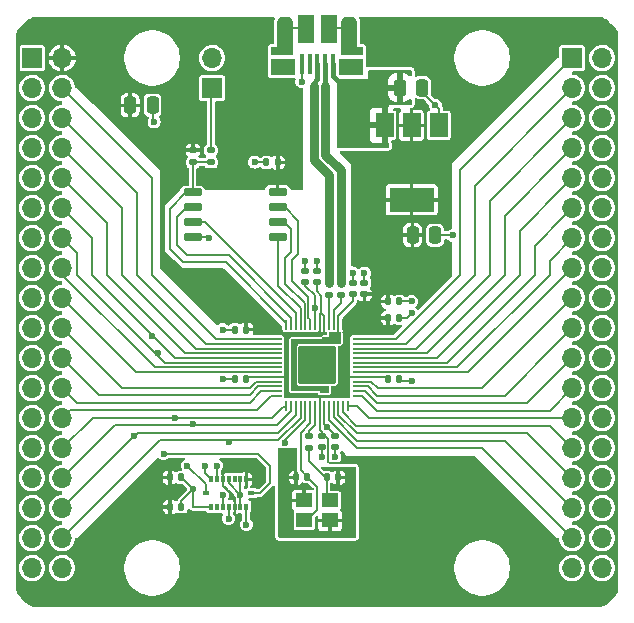
<source format=gbr>
G04 #@! TF.GenerationSoftware,KiCad,Pcbnew,8.0.1*
G04 #@! TF.CreationDate,2024-04-16T23:47:22-05:00*
G04 #@! TF.ProjectId,RP2040_minimal_r2,52503230-3430-45f6-9d69-6e696d616c5f,REV2*
G04 #@! TF.SameCoordinates,Original*
G04 #@! TF.FileFunction,Copper,L1,Top*
G04 #@! TF.FilePolarity,Positive*
%FSLAX46Y46*%
G04 Gerber Fmt 4.6, Leading zero omitted, Abs format (unit mm)*
G04 Created by KiCad (PCBNEW 8.0.1) date 2024-04-16 23:47:22*
%MOMM*%
%LPD*%
G01*
G04 APERTURE LIST*
G04 Aperture macros list*
%AMRoundRect*
0 Rectangle with rounded corners*
0 $1 Rounding radius*
0 $2 $3 $4 $5 $6 $7 $8 $9 X,Y pos of 4 corners*
0 Add a 4 corners polygon primitive as box body*
4,1,4,$2,$3,$4,$5,$6,$7,$8,$9,$2,$3,0*
0 Add four circle primitives for the rounded corners*
1,1,$1+$1,$2,$3*
1,1,$1+$1,$4,$5*
1,1,$1+$1,$6,$7*
1,1,$1+$1,$8,$9*
0 Add four rect primitives between the rounded corners*
20,1,$1+$1,$2,$3,$4,$5,0*
20,1,$1+$1,$4,$5,$6,$7,0*
20,1,$1+$1,$6,$7,$8,$9,0*
20,1,$1+$1,$8,$9,$2,$3,0*%
G04 Aperture macros list end*
G04 #@! TA.AperFunction,SMDPad,CuDef*
%ADD10RoundRect,0.140000X-0.140000X-0.170000X0.140000X-0.170000X0.140000X0.170000X-0.140000X0.170000X0*%
G04 #@! TD*
G04 #@! TA.AperFunction,SMDPad,CuDef*
%ADD11R,0.350000X0.590000*%
G04 #@! TD*
G04 #@! TA.AperFunction,SMDPad,CuDef*
%ADD12R,0.590000X0.350000*%
G04 #@! TD*
G04 #@! TA.AperFunction,SMDPad,CuDef*
%ADD13RoundRect,0.250000X-0.250000X-0.475000X0.250000X-0.475000X0.250000X0.475000X-0.250000X0.475000X0*%
G04 #@! TD*
G04 #@! TA.AperFunction,SMDPad,CuDef*
%ADD14R,0.400000X1.750000*%
G04 #@! TD*
G04 #@! TA.AperFunction,SMDPad,CuDef*
%ADD15R,1.825000X0.700000*%
G04 #@! TD*
G04 #@! TA.AperFunction,SMDPad,CuDef*
%ADD16R,2.000000X1.460000*%
G04 #@! TD*
G04 #@! TA.AperFunction,SMDPad,CuDef*
%ADD17RoundRect,0.384800X0.265200X1.240200X-0.265200X1.240200X-0.265200X-1.240200X0.265200X-1.240200X0*%
G04 #@! TD*
G04 #@! TA.AperFunction,ComponentPad*
%ADD18O,1.300000X1.800000*%
G04 #@! TD*
G04 #@! TA.AperFunction,ComponentPad*
%ADD19O,1.050000X1.450000*%
G04 #@! TD*
G04 #@! TA.AperFunction,SMDPad,CuDef*
%ADD20R,1.425000X2.400000*%
G04 #@! TD*
G04 #@! TA.AperFunction,ComponentPad*
%ADD21R,1.700000X1.700000*%
G04 #@! TD*
G04 #@! TA.AperFunction,ComponentPad*
%ADD22O,1.700000X1.700000*%
G04 #@! TD*
G04 #@! TA.AperFunction,SMDPad,CuDef*
%ADD23RoundRect,0.140000X0.170000X-0.140000X0.170000X0.140000X-0.170000X0.140000X-0.170000X-0.140000X0*%
G04 #@! TD*
G04 #@! TA.AperFunction,SMDPad,CuDef*
%ADD24RoundRect,0.140000X0.140000X0.170000X-0.140000X0.170000X-0.140000X-0.170000X0.140000X-0.170000X0*%
G04 #@! TD*
G04 #@! TA.AperFunction,SMDPad,CuDef*
%ADD25RoundRect,0.135000X-0.185000X0.135000X-0.185000X-0.135000X0.185000X-0.135000X0.185000X0.135000X0*%
G04 #@! TD*
G04 #@! TA.AperFunction,SMDPad,CuDef*
%ADD26R,1.500000X2.000000*%
G04 #@! TD*
G04 #@! TA.AperFunction,SMDPad,CuDef*
%ADD27R,3.800000X2.000000*%
G04 #@! TD*
G04 #@! TA.AperFunction,SMDPad,CuDef*
%ADD28RoundRect,0.150000X-0.650000X-0.150000X0.650000X-0.150000X0.650000X0.150000X-0.650000X0.150000X0*%
G04 #@! TD*
G04 #@! TA.AperFunction,SMDPad,CuDef*
%ADD29RoundRect,0.135000X0.185000X-0.135000X0.185000X0.135000X-0.185000X0.135000X-0.185000X-0.135000X0*%
G04 #@! TD*
G04 #@! TA.AperFunction,SMDPad,CuDef*
%ADD30RoundRect,0.140000X-0.170000X0.140000X-0.170000X-0.140000X0.170000X-0.140000X0.170000X0.140000X0*%
G04 #@! TD*
G04 #@! TA.AperFunction,SMDPad,CuDef*
%ADD31RoundRect,0.050000X-0.387500X-0.050000X0.387500X-0.050000X0.387500X0.050000X-0.387500X0.050000X0*%
G04 #@! TD*
G04 #@! TA.AperFunction,SMDPad,CuDef*
%ADD32RoundRect,0.050000X-0.050000X-0.387500X0.050000X-0.387500X0.050000X0.387500X-0.050000X0.387500X0*%
G04 #@! TD*
G04 #@! TA.AperFunction,ComponentPad*
%ADD33C,0.600000*%
G04 #@! TD*
G04 #@! TA.AperFunction,SMDPad,CuDef*
%ADD34RoundRect,0.144000X-1.456000X-1.456000X1.456000X-1.456000X1.456000X1.456000X-1.456000X1.456000X0*%
G04 #@! TD*
G04 #@! TA.AperFunction,SMDPad,CuDef*
%ADD35R,1.400000X1.200000*%
G04 #@! TD*
G04 #@! TA.AperFunction,ViaPad*
%ADD36C,0.600000*%
G04 #@! TD*
G04 #@! TA.AperFunction,Conductor*
%ADD37C,0.150000*%
G04 #@! TD*
G04 #@! TA.AperFunction,Conductor*
%ADD38C,0.200000*%
G04 #@! TD*
G04 #@! TA.AperFunction,Conductor*
%ADD39C,0.400000*%
G04 #@! TD*
G04 #@! TA.AperFunction,Conductor*
%ADD40C,0.300000*%
G04 #@! TD*
G04 #@! TA.AperFunction,Conductor*
%ADD41C,0.800000*%
G04 #@! TD*
G04 APERTURE END LIST*
D10*
X87540000Y-112000000D03*
X88500000Y-112000000D03*
X87520000Y-109500000D03*
X88480000Y-109500000D03*
D11*
X94000000Y-109670000D03*
X93500000Y-109670000D03*
X93000000Y-109670000D03*
X92500000Y-109670000D03*
X92000000Y-109670000D03*
X91500000Y-109670000D03*
X91000000Y-109670000D03*
D12*
X90585000Y-110835000D03*
D11*
X91000000Y-112000000D03*
X91500000Y-112000000D03*
X92000000Y-112000000D03*
X92500000Y-112000000D03*
X93000000Y-112000000D03*
X93500000Y-112000000D03*
X94000000Y-112000000D03*
D12*
X94415000Y-110835000D03*
D13*
X108075000Y-89000000D03*
X109975000Y-89000000D03*
D14*
X101300000Y-74525000D03*
X100650000Y-74525000D03*
X100000000Y-74525000D03*
X99350000Y-74525000D03*
X98700000Y-74525000D03*
D15*
X102987500Y-73400000D03*
D16*
X102900000Y-74730000D03*
D17*
X102725000Y-72125000D03*
D18*
X102725000Y-71700000D03*
D19*
X102425000Y-74730000D03*
D20*
X100962500Y-71500000D03*
X99037500Y-71500000D03*
D19*
X97575000Y-74730000D03*
D17*
X97275000Y-72125000D03*
D18*
X97275000Y-71700000D03*
D16*
X97100000Y-74730000D03*
D15*
X97012500Y-73400000D03*
D21*
X91110000Y-76540000D03*
D22*
X91110000Y-74000000D03*
D21*
X75870000Y-74000000D03*
D22*
X78410000Y-74000000D03*
X75870000Y-76540000D03*
X78410000Y-76540000D03*
X75870000Y-79080000D03*
X78410000Y-79080000D03*
X75870000Y-81620000D03*
X78410000Y-81620000D03*
X75870000Y-84160000D03*
X78410000Y-84160000D03*
X75870000Y-86700000D03*
X78410000Y-86700000D03*
X75870000Y-89240000D03*
X78410000Y-89240000D03*
X75870000Y-91780000D03*
X78410000Y-91780000D03*
X75870000Y-94320000D03*
X78410000Y-94320000D03*
X75870000Y-96860000D03*
X78410000Y-96860000D03*
X75870000Y-99400000D03*
X78410000Y-99400000D03*
X75870000Y-101940000D03*
X78410000Y-101940000D03*
X75870000Y-104480000D03*
X78410000Y-104480000D03*
X75870000Y-107020000D03*
X78410000Y-107020000D03*
X75870000Y-109560000D03*
X78410000Y-109560000D03*
X75870000Y-112100000D03*
X78410000Y-112100000D03*
X75870000Y-114640000D03*
X78410000Y-114640000D03*
X75870000Y-117180000D03*
X78410000Y-117180000D03*
D23*
X104000000Y-93995000D03*
X104000000Y-93035000D03*
X103000000Y-93995000D03*
X103000000Y-93035000D03*
D24*
X93995000Y-101200000D03*
X93035000Y-101200000D03*
X96665000Y-82830000D03*
X95705000Y-82830000D03*
D25*
X89500000Y-81805000D03*
X89500000Y-82825000D03*
D21*
X121590000Y-74000000D03*
D22*
X124130000Y-74000000D03*
X121590000Y-76540000D03*
X124130000Y-76540000D03*
X121590000Y-79080000D03*
X124130000Y-79080000D03*
X121590000Y-81620000D03*
X124130000Y-81620000D03*
X121590000Y-84160000D03*
X124130000Y-84160000D03*
X121590000Y-86700000D03*
X124130000Y-86700000D03*
X121590000Y-89240000D03*
X124130000Y-89240000D03*
X121590000Y-91780000D03*
X124130000Y-91780000D03*
X121590000Y-94320000D03*
X124130000Y-94320000D03*
X121590000Y-96860000D03*
X124130000Y-96860000D03*
X121590000Y-99400000D03*
X124130000Y-99400000D03*
X121590000Y-101940000D03*
X124130000Y-101940000D03*
X121590000Y-104480000D03*
X124130000Y-104480000D03*
X121590000Y-107020000D03*
X124130000Y-107020000D03*
X121590000Y-109560000D03*
X124130000Y-109560000D03*
X121590000Y-112100000D03*
X124130000Y-112100000D03*
X121590000Y-114640000D03*
X124130000Y-114640000D03*
X121590000Y-117180000D03*
X124130000Y-117180000D03*
D26*
X110300000Y-79700000D03*
X108000000Y-79700000D03*
D27*
X108000000Y-86000000D03*
D26*
X105700000Y-79700000D03*
D28*
X89450000Y-85370000D03*
X89450000Y-86640000D03*
X89450000Y-87910000D03*
X89450000Y-89180000D03*
X96650000Y-89180000D03*
X96650000Y-87910000D03*
X96650000Y-86640000D03*
X96650000Y-85370000D03*
D29*
X91000000Y-82825000D03*
X91000000Y-81805000D03*
D23*
X100000000Y-92995000D03*
X100000000Y-92035000D03*
D10*
X106005000Y-101200000D03*
X106965000Y-101200000D03*
D30*
X100381000Y-106005000D03*
X100381000Y-106965000D03*
D25*
X101000000Y-93005000D03*
X101000000Y-94025000D03*
D30*
X101500000Y-106005000D03*
X101500000Y-106965000D03*
D13*
X106987500Y-76500000D03*
X108887500Y-76500000D03*
D24*
X93995000Y-97000000D03*
X93035000Y-97000000D03*
D10*
X106005000Y-94600000D03*
X106965000Y-94600000D03*
D31*
X96562500Y-97400000D03*
X96562500Y-97800000D03*
X96562500Y-98200000D03*
X96562500Y-98600000D03*
X96562500Y-99000000D03*
X96562500Y-99400000D03*
X96562500Y-99800000D03*
X96562500Y-100200000D03*
X96562500Y-100600000D03*
X96562500Y-101000000D03*
X96562500Y-101400000D03*
X96562500Y-101800000D03*
X96562500Y-102200000D03*
X96562500Y-102600000D03*
D32*
X97400000Y-103437500D03*
X97800000Y-103437500D03*
X98200000Y-103437500D03*
X98600000Y-103437500D03*
X99000000Y-103437500D03*
X99400000Y-103437500D03*
X99800000Y-103437500D03*
X100200000Y-103437500D03*
X100600000Y-103437500D03*
X101000000Y-103437500D03*
X101400000Y-103437500D03*
X101800000Y-103437500D03*
X102200000Y-103437500D03*
X102600000Y-103437500D03*
D31*
X103437500Y-102600000D03*
X103437500Y-102200000D03*
X103437500Y-101800000D03*
X103437500Y-101400000D03*
X103437500Y-101000000D03*
X103437500Y-100600000D03*
X103437500Y-100200000D03*
X103437500Y-99800000D03*
X103437500Y-99400000D03*
X103437500Y-99000000D03*
X103437500Y-98600000D03*
X103437500Y-98200000D03*
X103437500Y-97800000D03*
X103437500Y-97400000D03*
D32*
X102600000Y-96562500D03*
X102200000Y-96562500D03*
X101800000Y-96562500D03*
X101400000Y-96562500D03*
X101000000Y-96562500D03*
X100600000Y-96562500D03*
X100200000Y-96562500D03*
X99800000Y-96562500D03*
X99400000Y-96562500D03*
X99000000Y-96562500D03*
X98600000Y-96562500D03*
X98200000Y-96562500D03*
X97800000Y-96562500D03*
X97400000Y-96562500D03*
D33*
X98725000Y-98725000D03*
X98725000Y-100000000D03*
X98725000Y-101275000D03*
X100000000Y-98725000D03*
X100000000Y-100000000D03*
D34*
X100000000Y-100000000D03*
D33*
X100000000Y-101275000D03*
X101275000Y-98725000D03*
X101275000Y-100000000D03*
X101275000Y-101275000D03*
D25*
X102000000Y-93005000D03*
X102000000Y-94025000D03*
D23*
X99000000Y-92995000D03*
X99000000Y-92035000D03*
D10*
X106005000Y-96000000D03*
X106965000Y-96000000D03*
D13*
X84165000Y-78000000D03*
X86065000Y-78000000D03*
D24*
X99180000Y-109500000D03*
X98220000Y-109500000D03*
D10*
X100820000Y-109500000D03*
X101780000Y-109500000D03*
D35*
X98900000Y-113150000D03*
X101100000Y-113150000D03*
X101100000Y-111450000D03*
X98900000Y-111450000D03*
D25*
X99300000Y-105990000D03*
X99300000Y-107010000D03*
D36*
X93500000Y-111000000D03*
X92500000Y-113000000D03*
X92000000Y-111000000D03*
X84500000Y-106000000D03*
X89000000Y-108500000D03*
X90500000Y-108500000D03*
X91500000Y-108500000D03*
X87000000Y-107500000D03*
X89500000Y-110500000D03*
X92500000Y-106500000D03*
X89500000Y-105000000D03*
X88000000Y-104500000D03*
X94000000Y-113500000D03*
X86000000Y-97500000D03*
X86500000Y-99000000D03*
X97100000Y-112300000D03*
X97100000Y-109500000D03*
X102900000Y-109500000D03*
X99000000Y-91200008D03*
X97300000Y-106600000D03*
X92000000Y-97000000D03*
X98700000Y-76000000D03*
X108000000Y-101305000D03*
X86190000Y-79400000D03*
X101500000Y-107782004D03*
X102900000Y-112300000D03*
X92000000Y-101200000D03*
X108000000Y-94600000D03*
X111500000Y-89000000D03*
X103000000Y-92200000D03*
X94700000Y-82800000D03*
X100380994Y-107781990D03*
X108000000Y-95600000D03*
X90800000Y-89200000D03*
X104000000Y-92200000D03*
X110000000Y-78000000D03*
X100000000Y-91200000D03*
X104600000Y-73300000D03*
X95400000Y-73300000D03*
X99800000Y-95199994D03*
X100700000Y-97900000D03*
X100800000Y-105200000D03*
X100599970Y-102100000D03*
D37*
X92725000Y-108500000D02*
X93000000Y-108500000D01*
X92000000Y-109225000D02*
X92725000Y-108500000D01*
X92000000Y-109670000D02*
X92000000Y-109225000D01*
X93000000Y-111257537D02*
X93000000Y-112000000D01*
X92000000Y-110257537D02*
X93000000Y-111257537D01*
X92000000Y-109670000D02*
X92000000Y-110257537D01*
X92500000Y-110000000D02*
X93500000Y-111000000D01*
X92500000Y-109670000D02*
X92500000Y-110000000D01*
X93500000Y-112000000D02*
X93500000Y-111000000D01*
X93500000Y-109670000D02*
X93500000Y-111000000D01*
X92500000Y-113000000D02*
X92500000Y-112000000D01*
X92000000Y-111000000D02*
X92000000Y-112000000D01*
X84500000Y-106010000D02*
X78410000Y-112100000D01*
X84500000Y-106000000D02*
X84500000Y-106010000D01*
X84510000Y-106000000D02*
X84500000Y-106000000D01*
X90585000Y-110085000D02*
X90585000Y-110835000D01*
X89000000Y-108500000D02*
X90585000Y-110085000D01*
X90500000Y-109170000D02*
X91000000Y-109670000D01*
X90500000Y-108500000D02*
X90500000Y-109170000D01*
X91500000Y-108500000D02*
X91500000Y-109670000D01*
X95165000Y-110835000D02*
X94415000Y-110835000D01*
X95000000Y-107500000D02*
X96000000Y-108500000D01*
X87000000Y-107500000D02*
X95000000Y-107500000D01*
X96000000Y-108500000D02*
X96000000Y-110000000D01*
X96000000Y-110000000D02*
X95165000Y-110835000D01*
X89500000Y-110500000D02*
X89250000Y-110250000D01*
X89500000Y-112000000D02*
X89500000Y-110500000D01*
X91000000Y-112000000D02*
X89500000Y-112000000D01*
X88500000Y-111500000D02*
X89500000Y-110500000D01*
X88500000Y-112000000D02*
X88500000Y-111500000D01*
X88500000Y-109500000D02*
X89500000Y-110500000D01*
X88480000Y-109500000D02*
X88500000Y-109500000D01*
X92350000Y-106350000D02*
X86700000Y-106350000D01*
X92500000Y-106500000D02*
X92350000Y-106350000D01*
X92650000Y-106350000D02*
X92500000Y-106500000D01*
X89420000Y-105080000D02*
X82890000Y-105080000D01*
X89500000Y-105000000D02*
X89420000Y-105080000D01*
X89580000Y-105080000D02*
X89500000Y-105000000D01*
X87945000Y-104445000D02*
X80985000Y-104445000D01*
X88000000Y-104500000D02*
X87945000Y-104445000D01*
X88055000Y-104445000D02*
X88000000Y-104500000D01*
X94000000Y-113500000D02*
X94000000Y-112000000D01*
X86000000Y-97430000D02*
X80950000Y-92380000D01*
X86000000Y-97500000D02*
X86000000Y-97430000D01*
X86070000Y-97500000D02*
X86000000Y-97500000D01*
X96562500Y-99400000D02*
X87970000Y-99400000D01*
X87970000Y-99400000D02*
X86070000Y-97500000D01*
X86300000Y-99000000D02*
X79680000Y-92380000D01*
X86500000Y-99000000D02*
X86300000Y-99000000D01*
X86500000Y-99200000D02*
X86500000Y-99000000D01*
X93000000Y-112500000D02*
X93000000Y-112000000D01*
D38*
X93030000Y-101200000D02*
X92000000Y-101200000D01*
X104000000Y-93030000D02*
X104000000Y-92200000D01*
X106970000Y-101200000D02*
X107075000Y-101305000D01*
X106970000Y-94600000D02*
X108000000Y-94600000D01*
X98700000Y-74600000D02*
X98700000Y-76000000D01*
X107075000Y-101305000D02*
X108000000Y-101305000D01*
X110300000Y-79700000D02*
X110300000Y-78300000D01*
X102460000Y-71450000D02*
X102730000Y-71720000D01*
X110300000Y-78300000D02*
X110000000Y-78000000D01*
X95375000Y-82800000D02*
X94700000Y-82800000D01*
X101500000Y-106970000D02*
X101500000Y-107782004D01*
D37*
X106970000Y-96000000D02*
X107600000Y-96000000D01*
D38*
X97540000Y-71450000D02*
X97270000Y-71720000D01*
X108875000Y-76875000D02*
X110000000Y-78000000D01*
X89450000Y-89180000D02*
X90780000Y-89180000D01*
D37*
X86140000Y-78000000D02*
X86140000Y-79350000D01*
D38*
X110050000Y-89000000D02*
X111500000Y-89000000D01*
D37*
X99000000Y-104654500D02*
X99000000Y-103437500D01*
D38*
X99040000Y-71450000D02*
X97540000Y-71450000D01*
D37*
X97300000Y-106600000D02*
X97300000Y-106354500D01*
D38*
X99000000Y-92030000D02*
X99000000Y-91200008D01*
D37*
X107600000Y-96000000D02*
X108000000Y-95600000D01*
D38*
X95700000Y-82830000D02*
X95405000Y-82830000D01*
X100381000Y-107781984D02*
X100380994Y-107781990D01*
X100381000Y-106970000D02*
X100381000Y-107781984D01*
X100000000Y-92030000D02*
X100000000Y-91200000D01*
X103000000Y-93030000D02*
X103000000Y-92200000D01*
X93030000Y-97000000D02*
X92000000Y-97000000D01*
X95405000Y-82830000D02*
X95375000Y-82800000D01*
X90780000Y-89180000D02*
X90800000Y-89200000D01*
D37*
X86140000Y-79350000D02*
X86190000Y-79400000D01*
X97300000Y-106354500D02*
X99000000Y-104654500D01*
D38*
X100960000Y-71450000D02*
X102460000Y-71450000D01*
X108875000Y-76500000D02*
X108875000Y-76875000D01*
D39*
X101300000Y-74525000D02*
X101300000Y-75500000D01*
X101300000Y-75500000D02*
X102100000Y-76300000D01*
D37*
X99400000Y-104937861D02*
X98600000Y-105737861D01*
X99400000Y-103437500D02*
X99400000Y-104937861D01*
X98600000Y-108920000D02*
X99180000Y-109500000D01*
X99180000Y-109500000D02*
X100000000Y-110320000D01*
X98600000Y-105737861D02*
X98600000Y-108920000D01*
X100000000Y-112300000D02*
X99150000Y-113150000D01*
X99150000Y-113150000D02*
X98900000Y-113150000D01*
X100000000Y-110320000D02*
X100000000Y-112300000D01*
X99800000Y-105100000D02*
X99300000Y-105600000D01*
X99300000Y-105600000D02*
X99300000Y-105990000D01*
X99800000Y-103437500D02*
X99800000Y-105100000D01*
D38*
X96562500Y-101000000D02*
X94200000Y-101000000D01*
X100200000Y-102800000D02*
X100000000Y-102600000D01*
X94200000Y-101000000D02*
X94000000Y-101200000D01*
D37*
X100952500Y-106251500D02*
X100952500Y-108163000D01*
D38*
X103437500Y-101000000D02*
X102600000Y-101000000D01*
X100200000Y-95700000D02*
X100200000Y-96562500D01*
X96562500Y-101000000D02*
X97400000Y-101000000D01*
X100200000Y-105505500D02*
X100381000Y-105686500D01*
X100600000Y-95799998D02*
X100350001Y-95549999D01*
D37*
X100381000Y-106000000D02*
X100701000Y-106000000D01*
D38*
X100600000Y-97200000D02*
X100400000Y-97400000D01*
X103437500Y-101000000D02*
X105800000Y-101000000D01*
D37*
X101096505Y-108307005D02*
X102141995Y-108307005D01*
X100701000Y-106000000D02*
X100952500Y-106251500D01*
D38*
X100350001Y-94112535D02*
X100350001Y-95549999D01*
X100200000Y-103437500D02*
X100200000Y-105505500D01*
X105800000Y-101000000D02*
X106000000Y-101200000D01*
X96562500Y-97400000D02*
X97400000Y-97400000D01*
X100000000Y-93000000D02*
X100000000Y-93762534D01*
X100600000Y-96562500D02*
X100600000Y-97200000D01*
D37*
X100952500Y-108163000D02*
X101096505Y-108307005D01*
D38*
X100600000Y-96562500D02*
X100600000Y-95799998D01*
X100200000Y-96562500D02*
X100200000Y-97400000D01*
X108000000Y-86000000D02*
X108000000Y-89000000D01*
X100381000Y-105686500D02*
X100381000Y-106000000D01*
X100350001Y-95549999D02*
X100200000Y-95700000D01*
X102200000Y-96100000D02*
X103600000Y-94700000D01*
X100200000Y-97400000D02*
X100200000Y-97000000D01*
X100000000Y-93762534D02*
X100350001Y-94112535D01*
X96650000Y-85370000D02*
X96650000Y-82850000D01*
X100200000Y-103437500D02*
X100200000Y-102800000D01*
X102200000Y-96562500D02*
X102200000Y-96100000D01*
X96650000Y-82850000D02*
X96670000Y-82830000D01*
X96562500Y-97400000D02*
X95700000Y-97400000D01*
D40*
X74700000Y-72900000D02*
X74700000Y-75200000D01*
D38*
X99800000Y-96562500D02*
X99800000Y-95199994D01*
X101800000Y-95800000D02*
X103000000Y-94600000D01*
X99000000Y-93295000D02*
X99800000Y-94095000D01*
X101500000Y-105900000D02*
X100800000Y-105200000D01*
X100600000Y-105000000D02*
X100800000Y-105200000D01*
X99800000Y-94095000D02*
X99800000Y-94775730D01*
X101500000Y-106000000D02*
X101500000Y-105900000D01*
X101800000Y-96562500D02*
X101800000Y-95800000D01*
X101800000Y-96562500D02*
X101800000Y-97400000D01*
X99000000Y-93000000D02*
X99000000Y-93295000D01*
X99800000Y-94775730D02*
X99800000Y-95199994D01*
X103000000Y-94600000D02*
X103000000Y-94000000D01*
X100600000Y-103437500D02*
X100600000Y-105000000D01*
D37*
X91000000Y-76650000D02*
X91110000Y-76540000D01*
X91000000Y-81830000D02*
X91000000Y-76650000D01*
X98600000Y-104437861D02*
X96687861Y-106350000D01*
X96687861Y-106350000D02*
X92650000Y-106350000D01*
X86700000Y-106350000D02*
X78410000Y-114640000D01*
X98600000Y-103437500D02*
X98600000Y-104437861D01*
X84795000Y-105715000D02*
X84510000Y-106000000D01*
X98200000Y-104190000D02*
X96675000Y-105715000D01*
X98200000Y-103437500D02*
X98200000Y-104190000D01*
X96675000Y-105715000D02*
X84795000Y-105715000D01*
X96595000Y-105080000D02*
X89580000Y-105080000D01*
X82890000Y-105080000D02*
X78410000Y-109560000D01*
X97800000Y-103437500D02*
X97800000Y-103875000D01*
X97800000Y-103875000D02*
X96595000Y-105080000D01*
X97400000Y-103437500D02*
X97300000Y-103537500D01*
X97300000Y-103537500D02*
X97097500Y-103537500D01*
X80985000Y-104445000D02*
X78410000Y-107020000D01*
X97097500Y-103537500D02*
X96190000Y-104445000D01*
X96190000Y-104445000D02*
X88055000Y-104445000D01*
X79080000Y-103810000D02*
X78410000Y-104480000D01*
X96562500Y-102600000D02*
X96130000Y-102600000D01*
X94920000Y-103810000D02*
X79080000Y-103810000D01*
X96130000Y-102600000D02*
X94920000Y-103810000D01*
X96562500Y-102200000D02*
X95260000Y-102200000D01*
X95260000Y-102200000D02*
X94285000Y-103175000D01*
X79645000Y-103175000D02*
X78410000Y-101940000D01*
X94285000Y-103175000D02*
X79645000Y-103175000D01*
X94285000Y-102540000D02*
X81550000Y-102540000D01*
X81550000Y-102540000D02*
X78410000Y-99400000D01*
X96562500Y-101800000D02*
X95025000Y-101800000D01*
X95025000Y-101800000D02*
X94285000Y-102540000D01*
X83455000Y-101905000D02*
X78410000Y-96860000D01*
X94285000Y-101905000D02*
X83455000Y-101905000D01*
X94790000Y-101400000D02*
X94285000Y-101905000D01*
X96562500Y-101400000D02*
X94790000Y-101400000D01*
X96562500Y-100600000D02*
X84690000Y-100600000D01*
X84690000Y-100600000D02*
X78410000Y-94320000D01*
X86230000Y-100200000D02*
X78410000Y-92380000D01*
X78410000Y-92380000D02*
X78410000Y-91780000D01*
X96562500Y-100200000D02*
X86230000Y-100200000D01*
X96562500Y-99800000D02*
X87100000Y-99800000D01*
X79680000Y-90510000D02*
X78410000Y-89240000D01*
X87100000Y-99800000D02*
X86500000Y-99200000D01*
X79680000Y-92380000D02*
X79680000Y-90510000D01*
X80950000Y-92380000D02*
X80950000Y-89240000D01*
X80950000Y-89240000D02*
X78410000Y-86700000D01*
X88840000Y-99000000D02*
X82220000Y-92380000D01*
X96562500Y-99000000D02*
X88840000Y-99000000D01*
X82220000Y-87952500D02*
X78427500Y-84160000D01*
X82220000Y-92380000D02*
X82220000Y-87952500D01*
X78427500Y-84160000D02*
X78410000Y-84160000D01*
X96562500Y-98600000D02*
X89710000Y-98600000D01*
X83490000Y-86682500D02*
X78427500Y-81620000D01*
X78427500Y-81620000D02*
X78410000Y-81620000D01*
X83490000Y-92380000D02*
X83490000Y-86682500D01*
X89710000Y-98600000D02*
X83490000Y-92380000D01*
X84760000Y-85412500D02*
X78427500Y-79080000D01*
X90580000Y-98200000D02*
X84760000Y-92380000D01*
X84760000Y-92380000D02*
X84760000Y-85412500D01*
X96562500Y-98200000D02*
X90580000Y-98200000D01*
X78427500Y-79080000D02*
X78410000Y-79080000D01*
X96562500Y-97800000D02*
X91450000Y-97800000D01*
X86030000Y-92380000D02*
X86030000Y-84160000D01*
X91450000Y-97800000D02*
X86030000Y-92380000D01*
X86030000Y-84160000D02*
X78410000Y-76540000D01*
X121581250Y-74000000D02*
X121590000Y-74000000D01*
X106645000Y-97800000D02*
X112065000Y-92380000D01*
X112065000Y-92380000D02*
X112065000Y-83516250D01*
X103437500Y-97800000D02*
X106645000Y-97800000D01*
X112065000Y-83516250D02*
X121581250Y-74000000D01*
X103437500Y-98200000D02*
X107515000Y-98200000D01*
X107515000Y-98200000D02*
X113335000Y-92380000D01*
X120930000Y-77200000D02*
X121590000Y-76540000D01*
X113335000Y-92380000D02*
X113335000Y-84795000D01*
X113335000Y-84795000D02*
X120930000Y-77200000D01*
X120920000Y-79750000D02*
X121590000Y-79080000D01*
X114605000Y-86065000D02*
X120920000Y-79750000D01*
X114605000Y-92380000D02*
X114605000Y-86065000D01*
X108385000Y-98600000D02*
X114605000Y-92380000D01*
X103437500Y-98600000D02*
X108385000Y-98600000D01*
X115875000Y-92397500D02*
X115875000Y-87335000D01*
X120920000Y-82290000D02*
X121590000Y-81620000D01*
X115875000Y-87335000D02*
X120920000Y-82290000D01*
X103437500Y-99000000D02*
X109272500Y-99000000D01*
X109272500Y-99000000D02*
X115875000Y-92397500D01*
X103437500Y-99400000D02*
X110125000Y-99400000D01*
X117145000Y-92380000D02*
X117145000Y-88605000D01*
X117145000Y-88605000D02*
X120920000Y-84830000D01*
X110125000Y-99400000D02*
X117145000Y-92380000D01*
X120920000Y-84830000D02*
X121590000Y-84160000D01*
X118415000Y-89875000D02*
X120920000Y-87370000D01*
X110995000Y-99800000D02*
X118415000Y-92380000D01*
X120920000Y-87370000D02*
X121590000Y-86700000D01*
X118415000Y-92380000D02*
X118415000Y-89875000D01*
X103437500Y-99800000D02*
X110995000Y-99800000D01*
X119685000Y-91145000D02*
X119685000Y-92380000D01*
X111865000Y-100200000D02*
X105200000Y-100200000D01*
X119685000Y-92380000D02*
X111865000Y-100200000D01*
X121590000Y-89240000D02*
X119685000Y-91145000D01*
X105200000Y-100200000D02*
X103437500Y-100200000D01*
X120320000Y-93050000D02*
X121590000Y-91780000D01*
X112770000Y-100600000D02*
X120320000Y-93050000D01*
X103437500Y-100600000D02*
X112770000Y-100600000D01*
X105108750Y-101940000D02*
X113970000Y-101940000D01*
X120320000Y-95590000D02*
X121590000Y-94320000D01*
X113970000Y-101940000D02*
X120320000Y-95590000D01*
X103437500Y-101400000D02*
X104568750Y-101400000D01*
X104568750Y-101400000D02*
X105108750Y-101940000D01*
X104305000Y-101800000D02*
X105080000Y-102575000D01*
X115875000Y-102575000D02*
X120320000Y-98130000D01*
X103437500Y-101800000D02*
X104305000Y-101800000D01*
X120320000Y-98130000D02*
X121590000Y-96860000D01*
X105080000Y-102575000D02*
X115875000Y-102575000D01*
X117780000Y-103210000D02*
X120320000Y-100670000D01*
X120320000Y-100670000D02*
X121590000Y-99400000D01*
X105080000Y-103210000D02*
X117780000Y-103210000D01*
X104070000Y-102200000D02*
X105080000Y-103210000D01*
X103437500Y-102200000D02*
X104070000Y-102200000D01*
X103835000Y-102600000D02*
X103437500Y-102600000D01*
X105080000Y-103845000D02*
X103835000Y-102600000D01*
X121590000Y-101940000D02*
X119685000Y-103845000D01*
X119685000Y-103845000D02*
X105080000Y-103845000D01*
X103342681Y-103437500D02*
X104385181Y-104480000D01*
X102600000Y-103437500D02*
X103342681Y-103437500D01*
X104385181Y-104480000D02*
X121590000Y-104480000D01*
X103315000Y-105115000D02*
X102200000Y-104000000D01*
X119685000Y-105115000D02*
X103315000Y-105115000D01*
X102200000Y-104000000D02*
X102200000Y-103437500D01*
X121590000Y-107020000D02*
X119685000Y-105115000D01*
X101800000Y-104200000D02*
X101800000Y-103437500D01*
X121590000Y-109560000D02*
X117780000Y-105750000D01*
X117780000Y-105750000D02*
X103350000Y-105750000D01*
X103350000Y-105750000D02*
X101800000Y-104200000D01*
X103385000Y-106385000D02*
X101400000Y-104400000D01*
X101400000Y-104400000D02*
X101400000Y-103437500D01*
X121590000Y-112100000D02*
X115875000Y-106385000D01*
X115875000Y-106385000D02*
X103385000Y-106385000D01*
X113970000Y-107020000D02*
X103408501Y-107020000D01*
X103408501Y-107020000D02*
X101000000Y-104611499D01*
X121590000Y-114640000D02*
X113970000Y-107020000D01*
X101000000Y-104611499D02*
X101000000Y-103437500D01*
X97400000Y-96400000D02*
X97400000Y-96600000D01*
X89450000Y-82850000D02*
X89500000Y-82800000D01*
X88600000Y-91300000D02*
X92300000Y-91300000D01*
X87500000Y-86800000D02*
X87500000Y-90200000D01*
X92300000Y-91300000D02*
X97400000Y-96400000D01*
X89450000Y-85370000D02*
X88930000Y-85370000D01*
X87500000Y-90200000D02*
X88600000Y-91300000D01*
X88930000Y-85370000D02*
X87500000Y-86800000D01*
X89450000Y-85370000D02*
X89450000Y-82850000D01*
X89500000Y-82800000D02*
X91000000Y-82800000D01*
X97400000Y-96600000D02*
X97400000Y-96627500D01*
D38*
X101000000Y-96562500D02*
X101000000Y-94000000D01*
X101400000Y-95300000D02*
X102000000Y-94700000D01*
X101400000Y-96562500D02*
X101400000Y-95300000D01*
X102000000Y-94700000D02*
X102000000Y-94000000D01*
D37*
X98400000Y-87800000D02*
X97240000Y-86640000D01*
X99251321Y-95976321D02*
X99251321Y-94251321D01*
X97900000Y-92900000D02*
X97900000Y-91100000D01*
X99400000Y-96125000D02*
X99251321Y-95976321D01*
X99400000Y-96562500D02*
X99400000Y-96125000D01*
X98400000Y-90600000D02*
X98400000Y-87800000D01*
X99251321Y-94251321D02*
X97900000Y-92900000D01*
X97900000Y-91100000D02*
X98400000Y-90600000D01*
X97240000Y-86640000D02*
X96650000Y-86640000D01*
X97800000Y-88500000D02*
X97210000Y-87910000D01*
X99000000Y-96572500D02*
X98951310Y-96523810D01*
X98951310Y-94751310D02*
X97300000Y-93100000D01*
X97210000Y-87910000D02*
X96650000Y-87910000D01*
X98951310Y-96523810D02*
X98951310Y-94751310D01*
X97300000Y-90900000D02*
X97800000Y-90400000D01*
X97800000Y-90400000D02*
X97800000Y-88500000D01*
X97300000Y-93100000D02*
X97300000Y-90900000D01*
X98600000Y-95200000D02*
X96700000Y-93300000D01*
X96700000Y-93300000D02*
X96700000Y-89230000D01*
X98600000Y-96572500D02*
X98600000Y-95200000D01*
X96700000Y-89230000D02*
X96650000Y-89180000D01*
X98200000Y-96572500D02*
X98200000Y-95600000D01*
X98200000Y-95600000D02*
X90510000Y-87910000D01*
X90510000Y-87910000D02*
X89450000Y-87910000D01*
X88960000Y-86640000D02*
X89450000Y-86640000D01*
X88100000Y-87500000D02*
X88960000Y-86640000D01*
X89000000Y-90700000D02*
X88100000Y-89800000D01*
X88100000Y-89800000D02*
X88100000Y-87500000D01*
X97800000Y-96000000D02*
X92500000Y-90700000D01*
X97800000Y-96572500D02*
X97800000Y-96000000D01*
X92500000Y-90700000D02*
X89000000Y-90700000D01*
D41*
X101025000Y-83896752D02*
X99725000Y-82596752D01*
D39*
X100000000Y-75800000D02*
X99725000Y-76075000D01*
X100000000Y-74525000D02*
X100000000Y-75800000D01*
D41*
X99725000Y-82596752D02*
X99725000Y-76400000D01*
X101025000Y-93005000D02*
X101025000Y-83896752D01*
D39*
X99725000Y-76075000D02*
X99725000Y-76400000D01*
D41*
X101000000Y-93030000D02*
X101025000Y-93005000D01*
X100675000Y-82203248D02*
X100675000Y-76400000D01*
X101975000Y-83503248D02*
X100675000Y-82203248D01*
X102000000Y-93030000D02*
X101975000Y-93005000D01*
X101975000Y-93005000D02*
X101975000Y-83503248D01*
D39*
X100650000Y-74525000D02*
X100650000Y-76375000D01*
X100650000Y-76375000D02*
X100675000Y-76400000D01*
D37*
X100700000Y-109500000D02*
X100820000Y-109500000D01*
X100820000Y-111170000D02*
X100820000Y-109500000D01*
X101100000Y-111450000D02*
X100820000Y-111170000D01*
X99300000Y-108100000D02*
X100700000Y-109500000D01*
X99300000Y-107010000D02*
X99300000Y-108100000D01*
G04 #@! TA.AperFunction,Conductor*
G36*
X107943039Y-75019685D02*
G01*
X107988794Y-75072489D01*
X108000000Y-75124000D01*
X108000000Y-75416164D01*
X107980315Y-75483203D01*
X107927511Y-75528958D01*
X107858353Y-75538902D01*
X107794797Y-75509877D01*
X107788319Y-75503845D01*
X107710840Y-75426366D01*
X107560027Y-75333343D01*
X107560022Y-75333341D01*
X107391825Y-75277606D01*
X107288015Y-75267000D01*
X107241500Y-75267000D01*
X107241500Y-77733000D01*
X107288003Y-77733000D01*
X107288015Y-77732999D01*
X107391825Y-77722393D01*
X107560022Y-77666658D01*
X107560027Y-77666656D01*
X107710840Y-77573633D01*
X107788319Y-77496155D01*
X107849642Y-77462670D01*
X107919334Y-77467654D01*
X107975267Y-77509526D01*
X107999684Y-77574990D01*
X108000000Y-77583836D01*
X108000000Y-77876000D01*
X107980315Y-77943039D01*
X107927511Y-77988794D01*
X107876000Y-78000000D01*
X106100000Y-78000000D01*
X106100000Y-78068000D01*
X106080315Y-78135039D01*
X106027511Y-78180794D01*
X105976000Y-78192000D01*
X105954000Y-78192000D01*
X105954000Y-81208000D01*
X105976000Y-81208000D01*
X106043039Y-81227685D01*
X106088794Y-81280489D01*
X106100000Y-81332000D01*
X106100000Y-81476000D01*
X106080315Y-81543039D01*
X106027511Y-81588794D01*
X105976000Y-81600000D01*
X101824000Y-81600000D01*
X101756961Y-81580315D01*
X101711206Y-81527511D01*
X101700000Y-81476000D01*
X101700000Y-79954000D01*
X104442000Y-79954000D01*
X104442000Y-80748581D01*
X104448506Y-80809097D01*
X104499553Y-80945961D01*
X104587096Y-81062903D01*
X104704038Y-81150445D01*
X104704038Y-81150446D01*
X104840902Y-81201493D01*
X104901418Y-81207999D01*
X104901420Y-81208000D01*
X105446000Y-81208000D01*
X105446000Y-79954000D01*
X104442000Y-79954000D01*
X101700000Y-79954000D01*
X101700000Y-79446000D01*
X104442000Y-79446000D01*
X105446000Y-79446000D01*
X105446000Y-78192000D01*
X104901418Y-78192000D01*
X104840902Y-78198506D01*
X104704038Y-78249553D01*
X104704038Y-78249554D01*
X104587096Y-78337096D01*
X104499554Y-78454038D01*
X104499553Y-78454038D01*
X104448506Y-78590902D01*
X104442000Y-78651418D01*
X104442000Y-79446000D01*
X101700000Y-79446000D01*
X101700000Y-76754000D01*
X105979500Y-76754000D01*
X105979500Y-77025515D01*
X105990106Y-77129325D01*
X106045841Y-77297522D01*
X106045843Y-77297527D01*
X106138866Y-77448340D01*
X106264159Y-77573633D01*
X106414972Y-77666656D01*
X106414977Y-77666658D01*
X106583174Y-77722393D01*
X106686984Y-77732999D01*
X106686997Y-77733000D01*
X106733500Y-77733000D01*
X106733500Y-76754000D01*
X105979500Y-76754000D01*
X101700000Y-76754000D01*
X101700000Y-76246000D01*
X105979500Y-76246000D01*
X106733500Y-76246000D01*
X106733500Y-75267000D01*
X106686984Y-75267000D01*
X106583174Y-75277606D01*
X106414977Y-75333341D01*
X106414972Y-75333343D01*
X106264159Y-75426366D01*
X106138866Y-75551659D01*
X106045843Y-75702472D01*
X106045841Y-75702477D01*
X105990106Y-75870674D01*
X105979500Y-75974484D01*
X105979500Y-76246000D01*
X101700000Y-76246000D01*
X101700000Y-75946922D01*
X101719685Y-75879883D01*
X101749691Y-75847654D01*
X101780312Y-75824732D01*
X101845776Y-75800316D01*
X101854621Y-75800000D01*
X104300000Y-75800000D01*
X104300000Y-75124000D01*
X104319685Y-75056961D01*
X104372489Y-75011206D01*
X104424000Y-75000000D01*
X107876000Y-75000000D01*
X107943039Y-75019685D01*
G37*
G04 #@! TD.AperFunction*
G04 #@! TA.AperFunction,Conductor*
G36*
X101978326Y-97221674D02*
G01*
X102000000Y-97274000D01*
X102000000Y-98126000D01*
X101978326Y-98178326D01*
X101926000Y-98200000D01*
X98400000Y-98200000D01*
X98400000Y-98240863D01*
X98378326Y-98293189D01*
X98296830Y-98374684D01*
X98252357Y-98475405D01*
X98252356Y-98475409D01*
X98249500Y-98500032D01*
X98249500Y-101499967D01*
X98252356Y-101524590D01*
X98252357Y-101524594D01*
X98296830Y-101625315D01*
X98374685Y-101703170D01*
X98475406Y-101747643D01*
X98500032Y-101750500D01*
X100926000Y-101750500D01*
X100978326Y-101772174D01*
X101000000Y-101824500D01*
X101000000Y-102326000D01*
X100978326Y-102378326D01*
X100926000Y-102400000D01*
X100274000Y-102400000D01*
X100221674Y-102378326D01*
X100200000Y-102326000D01*
X100200000Y-102200000D01*
X97874000Y-102200000D01*
X97821674Y-102178326D01*
X97800000Y-102126000D01*
X97800000Y-97874000D01*
X97821674Y-97821674D01*
X97874000Y-97800000D01*
X100600000Y-97800000D01*
X100600000Y-97674000D01*
X100621674Y-97621674D01*
X100674000Y-97600000D01*
X101000000Y-97600000D01*
X101000000Y-97274000D01*
X101021674Y-97221674D01*
X101074000Y-97200000D01*
X101926000Y-97200000D01*
X101978326Y-97221674D01*
G37*
G04 #@! TD.AperFunction*
G04 #@! TA.AperFunction,Conductor*
G36*
X100860978Y-97203285D02*
G01*
X100856339Y-97214485D01*
X100856335Y-97214498D01*
X100844500Y-97274001D01*
X100844500Y-97370500D01*
X100822826Y-97422826D01*
X100770500Y-97444500D01*
X100674000Y-97444500D01*
X100656012Y-97448078D01*
X100641576Y-97449500D01*
X100635228Y-97449500D01*
X100510931Y-97485995D01*
X100401954Y-97556031D01*
X100401947Y-97556036D01*
X100347426Y-97618959D01*
X100296780Y-97644311D01*
X100291500Y-97644500D01*
X97874000Y-97644500D01*
X97857131Y-97647855D01*
X97814498Y-97656335D01*
X97814488Y-97656338D01*
X97762173Y-97678008D01*
X97762156Y-97678016D01*
X97727013Y-97698305D01*
X97727011Y-97698307D01*
X97678012Y-97762164D01*
X97678010Y-97762168D01*
X97656338Y-97814488D01*
X97656335Y-97814498D01*
X97644500Y-97874001D01*
X97644500Y-102125998D01*
X97656335Y-102185501D01*
X97656338Y-102185511D01*
X97678008Y-102237826D01*
X97678016Y-102237843D01*
X97698305Y-102272986D01*
X97698307Y-102272988D01*
X97698308Y-102272989D01*
X97762167Y-102321989D01*
X97814493Y-102343663D01*
X97874000Y-102355500D01*
X99994463Y-102355500D01*
X100046789Y-102377174D01*
X100062830Y-102401182D01*
X100078008Y-102437826D01*
X100078016Y-102437843D01*
X100098305Y-102472986D01*
X100098307Y-102472988D01*
X100098308Y-102472989D01*
X100162167Y-102521989D01*
X100214493Y-102543663D01*
X100274000Y-102555500D01*
X100274002Y-102555500D01*
X100925998Y-102555500D01*
X100926000Y-102555500D01*
X100985507Y-102543663D01*
X101037833Y-102521989D01*
X101072989Y-102501692D01*
X101121989Y-102437833D01*
X101143663Y-102385507D01*
X101155500Y-102326000D01*
X101155500Y-101824500D01*
X101177174Y-101772174D01*
X101229500Y-101750500D01*
X101499968Y-101750500D01*
X101524594Y-101747643D01*
X101625315Y-101703170D01*
X101703170Y-101625315D01*
X101747643Y-101524594D01*
X101750500Y-101499968D01*
X101750500Y-98500032D01*
X101747643Y-98475406D01*
X101740572Y-98459391D01*
X101739263Y-98402769D01*
X101778375Y-98361806D01*
X101808266Y-98355500D01*
X101925998Y-98355500D01*
X101926000Y-98355500D01*
X101985507Y-98343663D01*
X102037833Y-98321989D01*
X102072989Y-98301692D01*
X102121989Y-98237833D01*
X102143663Y-98185507D01*
X102155500Y-98126000D01*
X102155500Y-97274000D01*
X102143663Y-97214493D01*
X102137660Y-97200000D01*
X102800000Y-97200000D01*
X102800000Y-102800000D01*
X97200000Y-102800000D01*
X97200000Y-97200000D01*
X100000000Y-97200000D01*
X100800000Y-97200000D01*
X100861301Y-97200000D01*
X100860978Y-97203285D01*
G37*
G04 #@! TD.AperFunction*
G04 #@! TA.AperFunction,Conductor*
G36*
X96386363Y-70518907D02*
G01*
X96422327Y-70568407D01*
X96423241Y-70626620D01*
X96422118Y-70630485D01*
X96422117Y-70630487D01*
X96398558Y-70711578D01*
X96377336Y-70784623D01*
X96377334Y-70784630D01*
X96374500Y-70820653D01*
X96374500Y-72700500D01*
X96355593Y-72758691D01*
X96306093Y-72794655D01*
X96275500Y-72799500D01*
X96075326Y-72799500D01*
X96075325Y-72799500D01*
X96075315Y-72799501D01*
X96002263Y-72814033D01*
X96002257Y-72814035D01*
X95919400Y-72869397D01*
X95919397Y-72869400D01*
X95864035Y-72952257D01*
X95864033Y-72952263D01*
X95849501Y-73025315D01*
X95849500Y-73025325D01*
X95849500Y-73025326D01*
X95849500Y-73774674D01*
X95864034Y-73847740D01*
X95864034Y-73847741D01*
X95865615Y-73855685D01*
X95865615Y-73894315D01*
X95864034Y-73902258D01*
X95864034Y-73902260D01*
X95857686Y-73934174D01*
X95849500Y-73975325D01*
X95849500Y-75484672D01*
X95849501Y-75484684D01*
X95864033Y-75557736D01*
X95864035Y-75557742D01*
X95919397Y-75640599D01*
X95919400Y-75640602D01*
X95959582Y-75667450D01*
X96002260Y-75695966D01*
X96057808Y-75707015D01*
X96075315Y-75710498D01*
X96075320Y-75710498D01*
X96075326Y-75710500D01*
X96075327Y-75710500D01*
X98075895Y-75710500D01*
X98134086Y-75729407D01*
X98170050Y-75778907D01*
X98170050Y-75840093D01*
X98167359Y-75847385D01*
X98163670Y-75856290D01*
X98163669Y-75856291D01*
X98144750Y-75999999D01*
X98144750Y-76000000D01*
X98163669Y-76143708D01*
X98163670Y-76143709D01*
X98219139Y-76277625D01*
X98307379Y-76392621D01*
X98422375Y-76480861D01*
X98556291Y-76536330D01*
X98700000Y-76555250D01*
X98701000Y-76555250D01*
X98701681Y-76555471D01*
X98706433Y-76556097D01*
X98706317Y-76556977D01*
X98759191Y-76574157D01*
X98795155Y-76623657D01*
X98800000Y-76654250D01*
X98800000Y-85101000D01*
X98781093Y-85159191D01*
X98731593Y-85195155D01*
X98701000Y-85200000D01*
X97839999Y-85200000D01*
X97781808Y-85181093D01*
X97746554Y-85133697D01*
X97702344Y-85007352D01*
X97621792Y-84898209D01*
X97621790Y-84898207D01*
X97512647Y-84817654D01*
X97384601Y-84772850D01*
X97354211Y-84770000D01*
X96800001Y-84770000D01*
X96800000Y-84770001D01*
X96800000Y-85200000D01*
X96500000Y-85200000D01*
X96500000Y-84770001D01*
X96499999Y-84770000D01*
X95945796Y-84770000D01*
X95915399Y-84772850D01*
X95915397Y-84772850D01*
X95787352Y-84817654D01*
X95678209Y-84898207D01*
X95678207Y-84898209D01*
X95597655Y-85007352D01*
X95553446Y-85133697D01*
X95516380Y-85182378D01*
X95460001Y-85200000D01*
X90586879Y-85200000D01*
X90528688Y-85181093D01*
X90492724Y-85131593D01*
X90489098Y-85116487D01*
X90485647Y-85094699D01*
X90485646Y-85094697D01*
X90485646Y-85094696D01*
X90428050Y-84981658D01*
X90338342Y-84891950D01*
X90225304Y-84834354D01*
X90225305Y-84834354D01*
X90131522Y-84819500D01*
X90131519Y-84819500D01*
X89874500Y-84819500D01*
X89816309Y-84800593D01*
X89780345Y-84751093D01*
X89775500Y-84720500D01*
X89775500Y-83406656D01*
X89794407Y-83348465D01*
X89831017Y-83317715D01*
X89912102Y-83278076D01*
X90003076Y-83187102D01*
X90006050Y-83181017D01*
X90048594Y-83137045D01*
X90094990Y-83125500D01*
X90405010Y-83125500D01*
X90463201Y-83144407D01*
X90493949Y-83181017D01*
X90496924Y-83187102D01*
X90587898Y-83278076D01*
X90703482Y-83334582D01*
X90778418Y-83345500D01*
X90778421Y-83345500D01*
X91221578Y-83345500D01*
X91221582Y-83345500D01*
X91296518Y-83334582D01*
X91412102Y-83278076D01*
X91503076Y-83187102D01*
X91559582Y-83071518D01*
X91570500Y-82996582D01*
X91570500Y-82800000D01*
X94144750Y-82800000D01*
X94163669Y-82943708D01*
X94163670Y-82943709D01*
X94209624Y-83054655D01*
X94219139Y-83077625D01*
X94307379Y-83192621D01*
X94422375Y-83280861D01*
X94556291Y-83336330D01*
X94700000Y-83355250D01*
X94843709Y-83336330D01*
X94977625Y-83280861D01*
X95092621Y-83192621D01*
X95092622Y-83192618D01*
X95093265Y-83192126D01*
X95150940Y-83171701D01*
X95209606Y-83189078D01*
X95241741Y-83225719D01*
X95245141Y-83232391D01*
X95332609Y-83319859D01*
X95442825Y-83376017D01*
X95534265Y-83390500D01*
X95875734Y-83390499D01*
X95875737Y-83390499D01*
X95902332Y-83386286D01*
X95967175Y-83376017D01*
X96077391Y-83319859D01*
X96077391Y-83319858D01*
X96077394Y-83319857D01*
X96083697Y-83315278D01*
X96084625Y-83316556D01*
X96131120Y-83292860D01*
X96191553Y-83302426D01*
X96205406Y-83310985D01*
X96317079Y-83393405D01*
X96442272Y-83437212D01*
X96471999Y-83439999D01*
X96515000Y-83439998D01*
X96815000Y-83439998D01*
X96815001Y-83439999D01*
X96858004Y-83439999D01*
X96887721Y-83437213D01*
X96887726Y-83437212D01*
X97012920Y-83393405D01*
X97119639Y-83314641D01*
X97119641Y-83314639D01*
X97198405Y-83207920D01*
X97242212Y-83082727D01*
X97245000Y-83053000D01*
X97245000Y-82980001D01*
X97244999Y-82980000D01*
X96815001Y-82980000D01*
X96815000Y-82980001D01*
X96815000Y-83439998D01*
X96515000Y-83439998D01*
X96515000Y-82679999D01*
X96815000Y-82679999D01*
X96815001Y-82680000D01*
X97244998Y-82680000D01*
X97244999Y-82679999D01*
X97244999Y-82606996D01*
X97242213Y-82577278D01*
X97242212Y-82577273D01*
X97198405Y-82452079D01*
X97119641Y-82345360D01*
X97119639Y-82345358D01*
X97012920Y-82266594D01*
X96887727Y-82222787D01*
X96858000Y-82220000D01*
X96815001Y-82220000D01*
X96815000Y-82220001D01*
X96815000Y-82679999D01*
X96515000Y-82679999D01*
X96515000Y-82219999D01*
X96471997Y-82220000D01*
X96442278Y-82222786D01*
X96442273Y-82222787D01*
X96317079Y-82266594D01*
X96205406Y-82349015D01*
X96147358Y-82368357D01*
X96089028Y-82349886D01*
X96078366Y-82340849D01*
X96077393Y-82340143D01*
X96077391Y-82340141D01*
X95967175Y-82283983D01*
X95967176Y-82283983D01*
X95875736Y-82269500D01*
X95534262Y-82269500D01*
X95442825Y-82283983D01*
X95442821Y-82283984D01*
X95332610Y-82340140D01*
X95332609Y-82340140D01*
X95332609Y-82340141D01*
X95252244Y-82420505D01*
X95197730Y-82448281D01*
X95182243Y-82449500D01*
X95173764Y-82449500D01*
X95115573Y-82430593D01*
X95095223Y-82410769D01*
X95092623Y-82407381D01*
X95092621Y-82407380D01*
X95092621Y-82407379D01*
X94977625Y-82319139D01*
X94977621Y-82319137D01*
X94843709Y-82263670D01*
X94843708Y-82263669D01*
X94700000Y-82244750D01*
X94556291Y-82263669D01*
X94556290Y-82263670D01*
X94422378Y-82319137D01*
X94422374Y-82319139D01*
X94307381Y-82407377D01*
X94307377Y-82407381D01*
X94219139Y-82522374D01*
X94219137Y-82522378D01*
X94163670Y-82656290D01*
X94163669Y-82656291D01*
X94144750Y-82799999D01*
X94144750Y-82800000D01*
X91570500Y-82800000D01*
X91570500Y-82653418D01*
X91559582Y-82578482D01*
X91503076Y-82462898D01*
X91425179Y-82385001D01*
X91397404Y-82330487D01*
X91406975Y-82270055D01*
X91425178Y-82244999D01*
X91503076Y-82167102D01*
X91559582Y-82051518D01*
X91570500Y-81976582D01*
X91570500Y-81633418D01*
X91559582Y-81558482D01*
X91503076Y-81442898D01*
X91412102Y-81351924D01*
X91412100Y-81351923D01*
X91412099Y-81351922D01*
X91381019Y-81336728D01*
X91337045Y-81294184D01*
X91325500Y-81247788D01*
X91325500Y-77739500D01*
X91344407Y-77681309D01*
X91393907Y-77645345D01*
X91424500Y-77640500D01*
X91984673Y-77640500D01*
X91984674Y-77640500D01*
X92057740Y-77625966D01*
X92140601Y-77570601D01*
X92195966Y-77487740D01*
X92210500Y-77414674D01*
X92210500Y-75665326D01*
X92208287Y-75654203D01*
X92203105Y-75628149D01*
X92195966Y-75592260D01*
X92154974Y-75530910D01*
X92140602Y-75509400D01*
X92140599Y-75509397D01*
X92057742Y-75454035D01*
X92057740Y-75454034D01*
X92057737Y-75454033D01*
X92057736Y-75454033D01*
X91984684Y-75439501D01*
X91984674Y-75439500D01*
X90235326Y-75439500D01*
X90235325Y-75439500D01*
X90235315Y-75439501D01*
X90162263Y-75454033D01*
X90162257Y-75454035D01*
X90079400Y-75509397D01*
X90079397Y-75509400D01*
X90024035Y-75592257D01*
X90024033Y-75592263D01*
X90009501Y-75665315D01*
X90009500Y-75665327D01*
X90009500Y-77414672D01*
X90009501Y-77414684D01*
X90024033Y-77487736D01*
X90024035Y-77487742D01*
X90079397Y-77570599D01*
X90079399Y-77570601D01*
X90162260Y-77625966D01*
X90217808Y-77637015D01*
X90235315Y-77640498D01*
X90235320Y-77640498D01*
X90235326Y-77640500D01*
X90575500Y-77640500D01*
X90633691Y-77659407D01*
X90669655Y-77708907D01*
X90674500Y-77739500D01*
X90674500Y-81247788D01*
X90655593Y-81305979D01*
X90618981Y-81336728D01*
X90587900Y-81351922D01*
X90496923Y-81442899D01*
X90486390Y-81464445D01*
X90440418Y-81558482D01*
X90429500Y-81633418D01*
X90429500Y-81976582D01*
X90440418Y-82051518D01*
X90496924Y-82167102D01*
X90574820Y-82244998D01*
X90602596Y-82299513D01*
X90593025Y-82359945D01*
X90574821Y-82385000D01*
X90514316Y-82445505D01*
X90459802Y-82473281D01*
X90444315Y-82474500D01*
X90055685Y-82474500D01*
X89997494Y-82455593D01*
X89985687Y-82445509D01*
X89959561Y-82419383D01*
X89931786Y-82364869D01*
X89941357Y-82304437D01*
X89970779Y-82269727D01*
X89996060Y-82251068D01*
X89996065Y-82251063D01*
X90073935Y-82145554D01*
X90117244Y-82021783D01*
X90119999Y-81992403D01*
X90120000Y-81992400D01*
X90120000Y-81955001D01*
X90119999Y-81955000D01*
X88880001Y-81955000D01*
X88880000Y-81955001D01*
X88880000Y-81992403D01*
X88882755Y-82021783D01*
X88926064Y-82145554D01*
X89003934Y-82251063D01*
X89003940Y-82251069D01*
X89029221Y-82269728D01*
X89064813Y-82319496D01*
X89064355Y-82380680D01*
X89040436Y-82419385D01*
X88996925Y-82462896D01*
X88996923Y-82462899D01*
X88967847Y-82522375D01*
X88940418Y-82578482D01*
X88929500Y-82653418D01*
X88929500Y-82996582D01*
X88940418Y-83071518D01*
X88996924Y-83187102D01*
X89087898Y-83278076D01*
X89087899Y-83278076D01*
X89093699Y-83283876D01*
X89091503Y-83286071D01*
X89119390Y-83323772D01*
X89124500Y-83355168D01*
X89124500Y-84720500D01*
X89105593Y-84778691D01*
X89056093Y-84814655D01*
X89025500Y-84819500D01*
X88768479Y-84819500D01*
X88768476Y-84819501D01*
X88674700Y-84834352D01*
X88674695Y-84834354D01*
X88561659Y-84891949D01*
X88471949Y-84981659D01*
X88414354Y-85094694D01*
X88402653Y-85168567D01*
X88374874Y-85223083D01*
X88372022Y-85225823D01*
X87100000Y-86399998D01*
X87100000Y-90400000D01*
X88599998Y-91799999D01*
X88600000Y-91800000D01*
X92058992Y-91800000D01*
X92117183Y-91818907D01*
X92128996Y-91828996D01*
X97020504Y-96720504D01*
X97048281Y-96775021D01*
X97049500Y-96790508D01*
X97049500Y-96994861D01*
X97049501Y-96994864D01*
X97052414Y-97019990D01*
X97069432Y-97058532D01*
X97097794Y-97122765D01*
X97177235Y-97202206D01*
X97280009Y-97247585D01*
X97305135Y-97250500D01*
X97494864Y-97250499D01*
X97519991Y-97247585D01*
X97560011Y-97229913D01*
X97620879Y-97223705D01*
X97639989Y-97229914D01*
X97680009Y-97247585D01*
X97680008Y-97247585D01*
X97684478Y-97248103D01*
X97705135Y-97250500D01*
X97894864Y-97250499D01*
X97919991Y-97247585D01*
X97960011Y-97229913D01*
X98020879Y-97223705D01*
X98039989Y-97229914D01*
X98080009Y-97247585D01*
X98080008Y-97247585D01*
X98084478Y-97248103D01*
X98105135Y-97250500D01*
X98294864Y-97250499D01*
X98319991Y-97247585D01*
X98360011Y-97229913D01*
X98420879Y-97223705D01*
X98439989Y-97229914D01*
X98480009Y-97247585D01*
X98480008Y-97247585D01*
X98484478Y-97248103D01*
X98505135Y-97250500D01*
X98694864Y-97250499D01*
X98719991Y-97247585D01*
X98760011Y-97229913D01*
X98820879Y-97223705D01*
X98839989Y-97229914D01*
X98880009Y-97247585D01*
X98880008Y-97247585D01*
X98884478Y-97248103D01*
X98905135Y-97250500D01*
X99094864Y-97250499D01*
X99119991Y-97247585D01*
X99160011Y-97229913D01*
X99220879Y-97223705D01*
X99239989Y-97229914D01*
X99280009Y-97247585D01*
X99280008Y-97247585D01*
X99284478Y-97248103D01*
X99305135Y-97250500D01*
X99494864Y-97250499D01*
X99519991Y-97247585D01*
X99560011Y-97229913D01*
X99620879Y-97223705D01*
X99639989Y-97229914D01*
X99680009Y-97247585D01*
X99680008Y-97247585D01*
X99684478Y-97248103D01*
X99705135Y-97250500D01*
X99894864Y-97250499D01*
X99919991Y-97247585D01*
X99919992Y-97247584D01*
X99924971Y-97247007D01*
X99979856Y-97256407D01*
X100048751Y-97290087D01*
X100100000Y-97297554D01*
X100100000Y-97148644D01*
X100108434Y-97108659D01*
X100110435Y-97104127D01*
X100151233Y-97058532D01*
X100211042Y-97045625D01*
X100267014Y-97070337D01*
X100297772Y-97123229D01*
X100300000Y-97144114D01*
X100300000Y-97297554D01*
X100313381Y-97309127D01*
X100331002Y-97312143D01*
X100373727Y-97355940D01*
X100382549Y-97416486D01*
X100354098Y-97470655D01*
X100345235Y-97478330D01*
X100307385Y-97507373D01*
X100302791Y-97511968D01*
X100301488Y-97510665D01*
X100258196Y-97540422D01*
X100230074Y-97544500D01*
X97873999Y-97544500D01*
X97776223Y-97563949D01*
X97728396Y-97583760D01*
X97724715Y-97585077D01*
X97641007Y-97641009D01*
X97585621Y-97723900D01*
X97563949Y-97776223D01*
X97545388Y-97869535D01*
X97544500Y-97874000D01*
X97544500Y-102126000D01*
X97563949Y-102223775D01*
X97583763Y-102271611D01*
X97585078Y-102275286D01*
X97641009Y-102358992D01*
X97723900Y-102414378D01*
X97746590Y-102423776D01*
X97776225Y-102436051D01*
X97874000Y-102455500D01*
X99918941Y-102455500D01*
X99977132Y-102474407D01*
X100001255Y-102499497D01*
X100041008Y-102558991D01*
X100041010Y-102558993D01*
X100046872Y-102564856D01*
X100074648Y-102619374D01*
X100065074Y-102679806D01*
X100021808Y-102723068D01*
X100020347Y-102723798D01*
X99979856Y-102743593D01*
X99924965Y-102752992D01*
X99894868Y-102749500D01*
X99705138Y-102749500D01*
X99705135Y-102749501D01*
X99680007Y-102752415D01*
X99639986Y-102770086D01*
X99579116Y-102776294D01*
X99560016Y-102770087D01*
X99519991Y-102752415D01*
X99519990Y-102752414D01*
X99519988Y-102752414D01*
X99494868Y-102749500D01*
X99305138Y-102749500D01*
X99305135Y-102749501D01*
X99280007Y-102752415D01*
X99239986Y-102770086D01*
X99179116Y-102776294D01*
X99160016Y-102770087D01*
X99119991Y-102752415D01*
X99119990Y-102752414D01*
X99119988Y-102752414D01*
X99094868Y-102749500D01*
X98905138Y-102749500D01*
X98905135Y-102749501D01*
X98880007Y-102752415D01*
X98839986Y-102770086D01*
X98779116Y-102776294D01*
X98760016Y-102770087D01*
X98719991Y-102752415D01*
X98719990Y-102752414D01*
X98719988Y-102752414D01*
X98694868Y-102749500D01*
X98505138Y-102749500D01*
X98505135Y-102749501D01*
X98480007Y-102752415D01*
X98439986Y-102770086D01*
X98379116Y-102776294D01*
X98360016Y-102770087D01*
X98319991Y-102752415D01*
X98319990Y-102752414D01*
X98319988Y-102752414D01*
X98294868Y-102749500D01*
X98105138Y-102749500D01*
X98105135Y-102749501D01*
X98080007Y-102752415D01*
X98039986Y-102770086D01*
X97979116Y-102776294D01*
X97960016Y-102770087D01*
X97919991Y-102752415D01*
X97919990Y-102752414D01*
X97919988Y-102752414D01*
X97894868Y-102749500D01*
X97705138Y-102749500D01*
X97705135Y-102749501D01*
X97680007Y-102752415D01*
X97639986Y-102770086D01*
X97579116Y-102776294D01*
X97560016Y-102770087D01*
X97519991Y-102752415D01*
X97519990Y-102752414D01*
X97519988Y-102752414D01*
X97494869Y-102749500D01*
X97349499Y-102749500D01*
X97291308Y-102730593D01*
X97255344Y-102681093D01*
X97250499Y-102650504D01*
X97250499Y-102505136D01*
X97247585Y-102480009D01*
X97229914Y-102439988D01*
X97223705Y-102379119D01*
X97229911Y-102360017D01*
X97247585Y-102319991D01*
X97250500Y-102294865D01*
X97250499Y-102105136D01*
X97247585Y-102080009D01*
X97229914Y-102039988D01*
X97223705Y-101979119D01*
X97229911Y-101960017D01*
X97247585Y-101919991D01*
X97250500Y-101894865D01*
X97250499Y-101705136D01*
X97247585Y-101680009D01*
X97229914Y-101639988D01*
X97223705Y-101579119D01*
X97229911Y-101560017D01*
X97247585Y-101519991D01*
X97250500Y-101494865D01*
X97250499Y-101305136D01*
X97247585Y-101280009D01*
X97247584Y-101280007D01*
X97247007Y-101275028D01*
X97256407Y-101220142D01*
X97290087Y-101151246D01*
X97297554Y-101100000D01*
X97148644Y-101100000D01*
X97108660Y-101091566D01*
X97106392Y-101090565D01*
X97060797Y-101049767D01*
X97047890Y-100989958D01*
X97072602Y-100933986D01*
X97106392Y-100909435D01*
X97108660Y-100908433D01*
X97148644Y-100900000D01*
X97297553Y-100900000D01*
X97290087Y-100848749D01*
X97256407Y-100779856D01*
X97247008Y-100724965D01*
X97247585Y-100719991D01*
X97250500Y-100694865D01*
X97250499Y-100505136D01*
X97247585Y-100480009D01*
X97229914Y-100439988D01*
X97223705Y-100379119D01*
X97229911Y-100360017D01*
X97247585Y-100319991D01*
X97250500Y-100294865D01*
X97250499Y-100105136D01*
X97247585Y-100080009D01*
X97229914Y-100039988D01*
X97223705Y-99979119D01*
X97229911Y-99960017D01*
X97247585Y-99919991D01*
X97250500Y-99894865D01*
X97250499Y-99705136D01*
X97247585Y-99680009D01*
X97229914Y-99639988D01*
X97223705Y-99579119D01*
X97229911Y-99560017D01*
X97247585Y-99519991D01*
X97250500Y-99494865D01*
X97250499Y-99305136D01*
X97247585Y-99280009D01*
X97229914Y-99239988D01*
X97223705Y-99179119D01*
X97229911Y-99160017D01*
X97247585Y-99119991D01*
X97250500Y-99094865D01*
X97250499Y-98905136D01*
X97247585Y-98880009D01*
X97229914Y-98839988D01*
X97223705Y-98779119D01*
X97229911Y-98760017D01*
X97247585Y-98719991D01*
X97250500Y-98694865D01*
X97250499Y-98505136D01*
X97247585Y-98480009D01*
X97235660Y-98453001D01*
X97229914Y-98439988D01*
X97223705Y-98379119D01*
X97229911Y-98360017D01*
X97247585Y-98319991D01*
X97250500Y-98294865D01*
X97250499Y-98105136D01*
X97247585Y-98080009D01*
X97229914Y-98039988D01*
X97223705Y-97979119D01*
X97229911Y-97960017D01*
X97247585Y-97919991D01*
X97250500Y-97894865D01*
X97250499Y-97705136D01*
X97247585Y-97680009D01*
X97202206Y-97577235D01*
X97122765Y-97497794D01*
X97019991Y-97452415D01*
X97019990Y-97452414D01*
X97019988Y-97452414D01*
X96994868Y-97449500D01*
X96130139Y-97449500D01*
X96130136Y-97449501D01*
X96105009Y-97452414D01*
X96074095Y-97466065D01*
X96034107Y-97474500D01*
X94634138Y-97474500D01*
X94575947Y-97455593D01*
X94539983Y-97406093D01*
X94539983Y-97344907D01*
X94540693Y-97342803D01*
X94572212Y-97252724D01*
X94575000Y-97223000D01*
X94575000Y-97150001D01*
X94574999Y-97150000D01*
X93944000Y-97150000D01*
X93885809Y-97131093D01*
X93849845Y-97081593D01*
X93845000Y-97051000D01*
X93845000Y-96849999D01*
X94145000Y-96849999D01*
X94145001Y-96850000D01*
X94574998Y-96850000D01*
X94574999Y-96849999D01*
X94574999Y-96776996D01*
X94572213Y-96747278D01*
X94572212Y-96747273D01*
X94528405Y-96622079D01*
X94449641Y-96515360D01*
X94449639Y-96515358D01*
X94342920Y-96436594D01*
X94217727Y-96392787D01*
X94188000Y-96390000D01*
X94145001Y-96390000D01*
X94145000Y-96390001D01*
X94145000Y-96849999D01*
X93845000Y-96849999D01*
X93845000Y-96389999D01*
X93801997Y-96390000D01*
X93772278Y-96392786D01*
X93772273Y-96392787D01*
X93647079Y-96436594D01*
X93535406Y-96519015D01*
X93477358Y-96538357D01*
X93419028Y-96519886D01*
X93408366Y-96510849D01*
X93407393Y-96510143D01*
X93407391Y-96510141D01*
X93297175Y-96453983D01*
X93297176Y-96453983D01*
X93205736Y-96439500D01*
X92864262Y-96439500D01*
X92772825Y-96453983D01*
X92772821Y-96453984D01*
X92662610Y-96510140D01*
X92575139Y-96597611D01*
X92570561Y-96603913D01*
X92568947Y-96602740D01*
X92532979Y-96638709D01*
X92488034Y-96649500D01*
X92473764Y-96649500D01*
X92415573Y-96630593D01*
X92395223Y-96610769D01*
X92392623Y-96607381D01*
X92392621Y-96607380D01*
X92392621Y-96607379D01*
X92277625Y-96519139D01*
X92277621Y-96519137D01*
X92143709Y-96463670D01*
X92143708Y-96463669D01*
X92000000Y-96444750D01*
X91856291Y-96463669D01*
X91856290Y-96463670D01*
X91722378Y-96519137D01*
X91722370Y-96519142D01*
X91611188Y-96604455D01*
X91553512Y-96624879D01*
X91494847Y-96607501D01*
X91480917Y-96595917D01*
X86693996Y-91808996D01*
X86666219Y-91754479D01*
X86665000Y-91738992D01*
X86665000Y-83525001D01*
X86665000Y-83525000D01*
X84794999Y-81654999D01*
X88880000Y-81654999D01*
X88880001Y-81655000D01*
X89349999Y-81655000D01*
X89350000Y-81654999D01*
X89650000Y-81654999D01*
X89650001Y-81655000D01*
X90119999Y-81655000D01*
X90120000Y-81654999D01*
X90120000Y-81617600D01*
X90119999Y-81617596D01*
X90117244Y-81588216D01*
X90073935Y-81464445D01*
X89996065Y-81358936D01*
X89996063Y-81358934D01*
X89890554Y-81281064D01*
X89766783Y-81237755D01*
X89737403Y-81235000D01*
X89650001Y-81235000D01*
X89650000Y-81235001D01*
X89650000Y-81654999D01*
X89350000Y-81654999D01*
X89350000Y-81235001D01*
X89349999Y-81235000D01*
X89262596Y-81235000D01*
X89233216Y-81237755D01*
X89109445Y-81281064D01*
X89003936Y-81358934D01*
X89003934Y-81358936D01*
X88926064Y-81464445D01*
X88882755Y-81588216D01*
X88880000Y-81617596D01*
X88880000Y-81654999D01*
X84794999Y-81654999D01*
X81658064Y-78518064D01*
X83365000Y-78518064D01*
X83375613Y-78606443D01*
X83431080Y-78747095D01*
X83522435Y-78867564D01*
X83642904Y-78958919D01*
X83783556Y-79014386D01*
X83871935Y-79024999D01*
X83871942Y-79025000D01*
X84014999Y-79025000D01*
X84015000Y-79024999D01*
X84315000Y-79024999D01*
X84315001Y-79025000D01*
X84458058Y-79025000D01*
X84458064Y-79024999D01*
X84546443Y-79014386D01*
X84687095Y-78958919D01*
X84807564Y-78867564D01*
X84898919Y-78747095D01*
X84954386Y-78606443D01*
X84964422Y-78522869D01*
X85314500Y-78522869D01*
X85314501Y-78522872D01*
X85315001Y-78527522D01*
X85320908Y-78582480D01*
X85320909Y-78582485D01*
X85371202Y-78717329D01*
X85393485Y-78747095D01*
X85457454Y-78832546D01*
X85457457Y-78832548D01*
X85457458Y-78832549D01*
X85572670Y-78918797D01*
X85674764Y-78956875D01*
X85722679Y-78994925D01*
X85739077Y-79053872D01*
X85718712Y-79109898D01*
X85709141Y-79122371D01*
X85709137Y-79122378D01*
X85653670Y-79256290D01*
X85653669Y-79256291D01*
X85634750Y-79399999D01*
X85634750Y-79400000D01*
X85653669Y-79543708D01*
X85653670Y-79543709D01*
X85702589Y-79661813D01*
X85709139Y-79677625D01*
X85797379Y-79792621D01*
X85912375Y-79880861D01*
X86046291Y-79936330D01*
X86190000Y-79955250D01*
X86333709Y-79936330D01*
X86467625Y-79880861D01*
X86582621Y-79792621D01*
X86670861Y-79677625D01*
X86726330Y-79543709D01*
X86745250Y-79400000D01*
X86726330Y-79256291D01*
X86670861Y-79122375D01*
X86591208Y-79018570D01*
X86570785Y-78960896D01*
X86588162Y-78902230D01*
X86610418Y-78879054D01*
X86672546Y-78832546D01*
X86758796Y-78717331D01*
X86774463Y-78675327D01*
X86795441Y-78619080D01*
X86809091Y-78582483D01*
X86815500Y-78522873D01*
X86815499Y-77477128D01*
X86809091Y-77417517D01*
X86794783Y-77379155D01*
X86758797Y-77282670D01*
X86672549Y-77167458D01*
X86672548Y-77167457D01*
X86672546Y-77167454D01*
X86668218Y-77164214D01*
X86557329Y-77081202D01*
X86422488Y-77030910D01*
X86422483Y-77030909D01*
X86422481Y-77030908D01*
X86422477Y-77030908D01*
X86391249Y-77027550D01*
X86362873Y-77024500D01*
X86362870Y-77024500D01*
X85767133Y-77024500D01*
X85767129Y-77024500D01*
X85767128Y-77024501D01*
X85759949Y-77025272D01*
X85707519Y-77030908D01*
X85707514Y-77030909D01*
X85572670Y-77081202D01*
X85457458Y-77167450D01*
X85457450Y-77167458D01*
X85371202Y-77282670D01*
X85320910Y-77417511D01*
X85320908Y-77417522D01*
X85314500Y-77477129D01*
X85314500Y-78522866D01*
X85314500Y-78522869D01*
X84964422Y-78522869D01*
X84964999Y-78518064D01*
X84965000Y-78518058D01*
X84965000Y-78150001D01*
X84964999Y-78150000D01*
X84315001Y-78150000D01*
X84315000Y-78150001D01*
X84315000Y-79024999D01*
X84015000Y-79024999D01*
X84015000Y-78150001D01*
X84014999Y-78150000D01*
X83365001Y-78150000D01*
X83365000Y-78150001D01*
X83365000Y-78518064D01*
X81658064Y-78518064D01*
X80989999Y-77849999D01*
X83365000Y-77849999D01*
X83365001Y-77850000D01*
X84014999Y-77850000D01*
X84015000Y-77849999D01*
X84315000Y-77849999D01*
X84315001Y-77850000D01*
X84964999Y-77850000D01*
X84965000Y-77849999D01*
X84965000Y-77481941D01*
X84964999Y-77481935D01*
X84954386Y-77393556D01*
X84898919Y-77252904D01*
X84807564Y-77132435D01*
X84687095Y-77041080D01*
X84546443Y-76985613D01*
X84458064Y-76975000D01*
X84315001Y-76975000D01*
X84315000Y-76975001D01*
X84315000Y-77849999D01*
X84015000Y-77849999D01*
X84015000Y-76975001D01*
X84014999Y-76975000D01*
X83871935Y-76975000D01*
X83783556Y-76985613D01*
X83642904Y-77041080D01*
X83522435Y-77132435D01*
X83431080Y-77252904D01*
X83375613Y-77393556D01*
X83365000Y-77481935D01*
X83365000Y-77849999D01*
X80989999Y-77849999D01*
X79680000Y-76540000D01*
X79679999Y-76540000D01*
X79605466Y-76540000D01*
X79547275Y-76521093D01*
X79511311Y-76471593D01*
X79506888Y-76450135D01*
X79502847Y-76406525D01*
X79496397Y-76336917D01*
X79440582Y-76140750D01*
X79349673Y-75958179D01*
X79226764Y-75795421D01*
X79076041Y-75658019D01*
X78902637Y-75550652D01*
X78712456Y-75476976D01*
X78712455Y-75476975D01*
X78712453Y-75476975D01*
X78511976Y-75439500D01*
X78308024Y-75439500D01*
X78107546Y-75476975D01*
X78093899Y-75482262D01*
X77917363Y-75550652D01*
X77767371Y-75643523D01*
X77743959Y-75658019D01*
X77593237Y-75795420D01*
X77470328Y-75958177D01*
X77470323Y-75958186D01*
X77393423Y-76112624D01*
X77379418Y-76140750D01*
X77378576Y-76143709D01*
X77323603Y-76336917D01*
X77304785Y-76540000D01*
X77323603Y-76743082D01*
X77379419Y-76939252D01*
X77464290Y-77109698D01*
X77470327Y-77121821D01*
X77593236Y-77284579D01*
X77743959Y-77421981D01*
X77917363Y-77529348D01*
X78107544Y-77603024D01*
X78308024Y-77640500D01*
X78311000Y-77640500D01*
X78312188Y-77640886D01*
X78312586Y-77640923D01*
X78312577Y-77641012D01*
X78369191Y-77659407D01*
X78405155Y-77708907D01*
X78410000Y-77739500D01*
X78410000Y-77880500D01*
X78391093Y-77938691D01*
X78341593Y-77974655D01*
X78311000Y-77979500D01*
X78308024Y-77979500D01*
X78107546Y-78016975D01*
X78037632Y-78044059D01*
X77917363Y-78090652D01*
X77797752Y-78164712D01*
X77743959Y-78198019D01*
X77601231Y-78328133D01*
X77593236Y-78335421D01*
X77553388Y-78388188D01*
X77470328Y-78498177D01*
X77470323Y-78498186D01*
X77382118Y-78675327D01*
X77379418Y-78680750D01*
X77323603Y-78876917D01*
X77304785Y-79080000D01*
X77323603Y-79283083D01*
X77379418Y-79479250D01*
X77470327Y-79661821D01*
X77593236Y-79824579D01*
X77743959Y-79961981D01*
X77917363Y-80069348D01*
X78107544Y-80143024D01*
X78308024Y-80180500D01*
X78311000Y-80180500D01*
X78312188Y-80180886D01*
X78312586Y-80180923D01*
X78312577Y-80181012D01*
X78369191Y-80199407D01*
X78405155Y-80248907D01*
X78410000Y-80279500D01*
X78410000Y-80420500D01*
X78391093Y-80478691D01*
X78341593Y-80514655D01*
X78311000Y-80519500D01*
X78308024Y-80519500D01*
X78107546Y-80556975D01*
X78037632Y-80584059D01*
X77917363Y-80630652D01*
X77743959Y-80738019D01*
X77593236Y-80875421D01*
X77556632Y-80923893D01*
X77470328Y-81038177D01*
X77470323Y-81038186D01*
X77389848Y-81199803D01*
X77379418Y-81220750D01*
X77323603Y-81416917D01*
X77304785Y-81620000D01*
X77323603Y-81823083D01*
X77379418Y-82019250D01*
X77470327Y-82201821D01*
X77593236Y-82364579D01*
X77743959Y-82501981D01*
X77917363Y-82609348D01*
X78107544Y-82683024D01*
X78308024Y-82720500D01*
X78311000Y-82720500D01*
X78312188Y-82720886D01*
X78312586Y-82720923D01*
X78312577Y-82721012D01*
X78369191Y-82739407D01*
X78405155Y-82788907D01*
X78410000Y-82819500D01*
X78410000Y-82960500D01*
X78391093Y-83018691D01*
X78341593Y-83054655D01*
X78311000Y-83059500D01*
X78308024Y-83059500D01*
X78107546Y-83096975D01*
X78042497Y-83122175D01*
X77917363Y-83170652D01*
X77817651Y-83232391D01*
X77743959Y-83278019D01*
X77659241Y-83355250D01*
X77593236Y-83415421D01*
X77575927Y-83438342D01*
X77470328Y-83578177D01*
X77470323Y-83578186D01*
X77379419Y-83760747D01*
X77379418Y-83760750D01*
X77323603Y-83956917D01*
X77304785Y-84160000D01*
X77323603Y-84363083D01*
X77379418Y-84559250D01*
X77470327Y-84741821D01*
X77593236Y-84904579D01*
X77743959Y-85041981D01*
X77917363Y-85149348D01*
X78107544Y-85223024D01*
X78308024Y-85260500D01*
X78311000Y-85260500D01*
X78312188Y-85260886D01*
X78312586Y-85260923D01*
X78312577Y-85261012D01*
X78369191Y-85279407D01*
X78405155Y-85328907D01*
X78410000Y-85359500D01*
X78410000Y-85500500D01*
X78391093Y-85558691D01*
X78341593Y-85594655D01*
X78311000Y-85599500D01*
X78308024Y-85599500D01*
X78107546Y-85636975D01*
X78037632Y-85664059D01*
X77917363Y-85710652D01*
X77840341Y-85758342D01*
X77743959Y-85818019D01*
X77593237Y-85955420D01*
X77470328Y-86118177D01*
X77470323Y-86118186D01*
X77379419Y-86300747D01*
X77379418Y-86300750D01*
X77323603Y-86496917D01*
X77304785Y-86700000D01*
X77323603Y-86903083D01*
X77379418Y-87099250D01*
X77470327Y-87281821D01*
X77593236Y-87444579D01*
X77743959Y-87581981D01*
X77917363Y-87689348D01*
X78107544Y-87763024D01*
X78308024Y-87800500D01*
X78311000Y-87800500D01*
X78312188Y-87800886D01*
X78312586Y-87800923D01*
X78312577Y-87801012D01*
X78369191Y-87819407D01*
X78405155Y-87868907D01*
X78410000Y-87899500D01*
X78410000Y-88040500D01*
X78391093Y-88098691D01*
X78341593Y-88134655D01*
X78311000Y-88139500D01*
X78308024Y-88139500D01*
X78107546Y-88176975D01*
X78037632Y-88204059D01*
X77917363Y-88250652D01*
X77798180Y-88324447D01*
X77743959Y-88358019D01*
X77593237Y-88495420D01*
X77470328Y-88658177D01*
X77470323Y-88658186D01*
X77379419Y-88840747D01*
X77379418Y-88840750D01*
X77323603Y-89036917D01*
X77304785Y-89240000D01*
X77323603Y-89443083D01*
X77379418Y-89639250D01*
X77470327Y-89821821D01*
X77593236Y-89984579D01*
X77743959Y-90121981D01*
X77917363Y-90229348D01*
X78107544Y-90303024D01*
X78308024Y-90340500D01*
X78311000Y-90340500D01*
X78312188Y-90340886D01*
X78312586Y-90340923D01*
X78312577Y-90341012D01*
X78369191Y-90359407D01*
X78405155Y-90408907D01*
X78410000Y-90439500D01*
X78410000Y-90580500D01*
X78391093Y-90638691D01*
X78341593Y-90674655D01*
X78311000Y-90679500D01*
X78308024Y-90679500D01*
X78107546Y-90716975D01*
X78088259Y-90724447D01*
X77917363Y-90790652D01*
X77743959Y-90898019D01*
X77593236Y-91035421D01*
X77553388Y-91088188D01*
X77470328Y-91198177D01*
X77470323Y-91198186D01*
X77397858Y-91343717D01*
X77379418Y-91380750D01*
X77323603Y-91576917D01*
X77304785Y-91780000D01*
X77323603Y-91983083D01*
X77379418Y-92179250D01*
X77470327Y-92361821D01*
X77593236Y-92524579D01*
X77743959Y-92661981D01*
X77917363Y-92769348D01*
X78107544Y-92843024D01*
X78308024Y-92880500D01*
X78311000Y-92880500D01*
X78312188Y-92880886D01*
X78312586Y-92880923D01*
X78312577Y-92881012D01*
X78369191Y-92899407D01*
X78405155Y-92948907D01*
X78410000Y-92979500D01*
X78410000Y-93120500D01*
X78391093Y-93178691D01*
X78341593Y-93214655D01*
X78311000Y-93219500D01*
X78308024Y-93219500D01*
X78107546Y-93256975D01*
X78107030Y-93257175D01*
X77917363Y-93330652D01*
X77774631Y-93419028D01*
X77743959Y-93438019D01*
X77593237Y-93575420D01*
X77470328Y-93738177D01*
X77470323Y-93738186D01*
X77396816Y-93885809D01*
X77379418Y-93920750D01*
X77323603Y-94116917D01*
X77304785Y-94320000D01*
X77323603Y-94523083D01*
X77379418Y-94719250D01*
X77470327Y-94901821D01*
X77593236Y-95064579D01*
X77743959Y-95201981D01*
X77917363Y-95309348D01*
X78107544Y-95383024D01*
X78308024Y-95420500D01*
X78311000Y-95420500D01*
X78312188Y-95420886D01*
X78312586Y-95420923D01*
X78312577Y-95421012D01*
X78369191Y-95439407D01*
X78405155Y-95488907D01*
X78410000Y-95519500D01*
X78410000Y-95660500D01*
X78391093Y-95718691D01*
X78341593Y-95754655D01*
X78311000Y-95759500D01*
X78308024Y-95759500D01*
X78107546Y-95796975D01*
X78101635Y-95799265D01*
X77917363Y-95870652D01*
X77743959Y-95978019D01*
X77593236Y-96115421D01*
X77553388Y-96168188D01*
X77470328Y-96278177D01*
X77470323Y-96278186D01*
X77382787Y-96453984D01*
X77379418Y-96460750D01*
X77323603Y-96656917D01*
X77304785Y-96860000D01*
X77323603Y-97063083D01*
X77379418Y-97259250D01*
X77470327Y-97441821D01*
X77593236Y-97604579D01*
X77743959Y-97741981D01*
X77917363Y-97849348D01*
X78107544Y-97923024D01*
X78308024Y-97960500D01*
X78311000Y-97960500D01*
X78312188Y-97960886D01*
X78312586Y-97960923D01*
X78312577Y-97961012D01*
X78369191Y-97979407D01*
X78405155Y-98028907D01*
X78410000Y-98059500D01*
X78410000Y-98200500D01*
X78391093Y-98258691D01*
X78341593Y-98294655D01*
X78311000Y-98299500D01*
X78308024Y-98299500D01*
X78107546Y-98336975D01*
X78048081Y-98360012D01*
X77917363Y-98410652D01*
X77764766Y-98505136D01*
X77743959Y-98518019D01*
X77593237Y-98655420D01*
X77470328Y-98818177D01*
X77470323Y-98818186D01*
X77411000Y-98937324D01*
X77379418Y-99000750D01*
X77323603Y-99196917D01*
X77304785Y-99400000D01*
X77323603Y-99603083D01*
X77352638Y-99705130D01*
X77379419Y-99799252D01*
X77439539Y-99919991D01*
X77470327Y-99981821D01*
X77593236Y-100144579D01*
X77743959Y-100281981D01*
X77917363Y-100389348D01*
X78107544Y-100463024D01*
X78308024Y-100500500D01*
X78311000Y-100500500D01*
X78312188Y-100500886D01*
X78312586Y-100500923D01*
X78312577Y-100501012D01*
X78369191Y-100519407D01*
X78405155Y-100568907D01*
X78410000Y-100599500D01*
X78410000Y-100740500D01*
X78391093Y-100798691D01*
X78341593Y-100834655D01*
X78311000Y-100839500D01*
X78308024Y-100839500D01*
X78107546Y-100876975D01*
X78048112Y-100900000D01*
X77917363Y-100950652D01*
X77753010Y-101052415D01*
X77743959Y-101058019D01*
X77593237Y-101195420D01*
X77470328Y-101358177D01*
X77470323Y-101358186D01*
X77379419Y-101540747D01*
X77379418Y-101540750D01*
X77323603Y-101736917D01*
X77304785Y-101940000D01*
X77323603Y-102143083D01*
X77379418Y-102339250D01*
X77470327Y-102521821D01*
X77593236Y-102684579D01*
X77743959Y-102821981D01*
X77917363Y-102929348D01*
X78107544Y-103003024D01*
X78308024Y-103040500D01*
X78311000Y-103040500D01*
X78312188Y-103040886D01*
X78312586Y-103040923D01*
X78312577Y-103041012D01*
X78369191Y-103059407D01*
X78405155Y-103108907D01*
X78410000Y-103139500D01*
X78410000Y-103280500D01*
X78391093Y-103338691D01*
X78341593Y-103374655D01*
X78311000Y-103379500D01*
X78308024Y-103379500D01*
X78107546Y-103416975D01*
X78059818Y-103435465D01*
X77917363Y-103490652D01*
X77743959Y-103598019D01*
X77593237Y-103735420D01*
X77470328Y-103898177D01*
X77470323Y-103898186D01*
X77379419Y-104080747D01*
X77379418Y-104080750D01*
X77323603Y-104276917D01*
X77304785Y-104480000D01*
X77323603Y-104683083D01*
X77379418Y-104879250D01*
X77470327Y-105061821D01*
X77593236Y-105224579D01*
X77743959Y-105361981D01*
X77917363Y-105469348D01*
X78107544Y-105543024D01*
X78308024Y-105580500D01*
X78311000Y-105580500D01*
X78312188Y-105580886D01*
X78312586Y-105580923D01*
X78312577Y-105581012D01*
X78369191Y-105599407D01*
X78405155Y-105648907D01*
X78410000Y-105679500D01*
X78410000Y-105820500D01*
X78391093Y-105878691D01*
X78341593Y-105914655D01*
X78311000Y-105919500D01*
X78308024Y-105919500D01*
X78107546Y-105956975D01*
X78037632Y-105984059D01*
X77917363Y-106030652D01*
X77753155Y-106132325D01*
X77743959Y-106138019D01*
X77593237Y-106275420D01*
X77470328Y-106438177D01*
X77470323Y-106438186D01*
X77411199Y-106556924D01*
X77379418Y-106620750D01*
X77323603Y-106816917D01*
X77304785Y-107020000D01*
X77323603Y-107223083D01*
X77379418Y-107419250D01*
X77470327Y-107601821D01*
X77593236Y-107764579D01*
X77743959Y-107901981D01*
X77917363Y-108009348D01*
X78107544Y-108083024D01*
X78308024Y-108120500D01*
X78311000Y-108120500D01*
X78312188Y-108120886D01*
X78312586Y-108120923D01*
X78312577Y-108121012D01*
X78369191Y-108139407D01*
X78405155Y-108188907D01*
X78410000Y-108219500D01*
X78410000Y-108360500D01*
X78391093Y-108418691D01*
X78341593Y-108454655D01*
X78311000Y-108459500D01*
X78308024Y-108459500D01*
X78107546Y-108496975D01*
X78099738Y-108500000D01*
X77917363Y-108570652D01*
X77799372Y-108643709D01*
X77743959Y-108678019D01*
X77593237Y-108815420D01*
X77470328Y-108978177D01*
X77470323Y-108978186D01*
X77390231Y-109139034D01*
X77379418Y-109160750D01*
X77323603Y-109356917D01*
X77304785Y-109560000D01*
X77323603Y-109763083D01*
X77379418Y-109959250D01*
X77470327Y-110141821D01*
X77593236Y-110304579D01*
X77743959Y-110441981D01*
X77917363Y-110549348D01*
X78107544Y-110623024D01*
X78308024Y-110660500D01*
X78311000Y-110660500D01*
X78312188Y-110660886D01*
X78312586Y-110660923D01*
X78312577Y-110661012D01*
X78369191Y-110679407D01*
X78405155Y-110728907D01*
X78410000Y-110759500D01*
X78410000Y-110900500D01*
X78391093Y-110958691D01*
X78341593Y-110994655D01*
X78311000Y-110999500D01*
X78308024Y-110999500D01*
X78107546Y-111036975D01*
X78037632Y-111064059D01*
X77917363Y-111110652D01*
X77788244Y-111190599D01*
X77743959Y-111218019D01*
X77697360Y-111260500D01*
X77593236Y-111355421D01*
X77565146Y-111392618D01*
X77470328Y-111518177D01*
X77470323Y-111518186D01*
X77389587Y-111680327D01*
X77379418Y-111700750D01*
X77323603Y-111896917D01*
X77304785Y-112100000D01*
X77323603Y-112303083D01*
X77379418Y-112499250D01*
X77470327Y-112681821D01*
X77593236Y-112844579D01*
X77743959Y-112981981D01*
X77917363Y-113089348D01*
X78107544Y-113163024D01*
X78308024Y-113200500D01*
X78311000Y-113200500D01*
X78312188Y-113200886D01*
X78312586Y-113200923D01*
X78312577Y-113201012D01*
X78369191Y-113219407D01*
X78405155Y-113268907D01*
X78410000Y-113299500D01*
X78410000Y-113440500D01*
X78391093Y-113498691D01*
X78341593Y-113534655D01*
X78311000Y-113539500D01*
X78308024Y-113539500D01*
X78107546Y-113576975D01*
X78037632Y-113604059D01*
X77917363Y-113650652D01*
X77743959Y-113758019D01*
X77593237Y-113895420D01*
X77470328Y-114058177D01*
X77470323Y-114058186D01*
X77436263Y-114126589D01*
X77379418Y-114240750D01*
X77323603Y-114436917D01*
X77304785Y-114640000D01*
X77323603Y-114843083D01*
X77379418Y-115039250D01*
X77470327Y-115221821D01*
X77593236Y-115384579D01*
X77743959Y-115521981D01*
X77917363Y-115629348D01*
X78107544Y-115703024D01*
X78308024Y-115740500D01*
X78511976Y-115740500D01*
X78712456Y-115703024D01*
X78902637Y-115629348D01*
X79076041Y-115521981D01*
X79226764Y-115384579D01*
X79349673Y-115221821D01*
X79440582Y-115039250D01*
X79496397Y-114843083D01*
X79506548Y-114733532D01*
X79506888Y-114729865D01*
X79531084Y-114673667D01*
X79583692Y-114642424D01*
X79605466Y-114640000D01*
X79679999Y-114640000D01*
X79680000Y-114640000D01*
X82096996Y-112223003D01*
X86960001Y-112223003D01*
X86962786Y-112252721D01*
X86962787Y-112252726D01*
X87006594Y-112377920D01*
X87085358Y-112484639D01*
X87085360Y-112484641D01*
X87192079Y-112563405D01*
X87317272Y-112607212D01*
X87346999Y-112609999D01*
X87390000Y-112609998D01*
X87390000Y-112150001D01*
X87389999Y-112150000D01*
X86960002Y-112150000D01*
X86960001Y-112150001D01*
X86960001Y-112223003D01*
X82096996Y-112223003D01*
X82470000Y-111849999D01*
X86960000Y-111849999D01*
X86960001Y-111850000D01*
X87389999Y-111850000D01*
X87390000Y-111849999D01*
X87390000Y-111389999D01*
X87346997Y-111390000D01*
X87317278Y-111392786D01*
X87317273Y-111392787D01*
X87192079Y-111436594D01*
X87085360Y-111515358D01*
X87085358Y-111515360D01*
X87006594Y-111622079D01*
X86962787Y-111747272D01*
X86960000Y-111776999D01*
X86960000Y-111849999D01*
X82470000Y-111849999D01*
X84596996Y-109723003D01*
X86940001Y-109723003D01*
X86942786Y-109752721D01*
X86942787Y-109752726D01*
X86986594Y-109877920D01*
X87065358Y-109984639D01*
X87065360Y-109984641D01*
X87172079Y-110063405D01*
X87297272Y-110107212D01*
X87326999Y-110109999D01*
X87370000Y-110109998D01*
X87370000Y-109650001D01*
X87369999Y-109650000D01*
X86940002Y-109650000D01*
X86940001Y-109650001D01*
X86940001Y-109723003D01*
X84596996Y-109723003D01*
X84970000Y-109349999D01*
X86940000Y-109349999D01*
X86940001Y-109350000D01*
X87369999Y-109350000D01*
X87370000Y-109349999D01*
X87370000Y-108889999D01*
X87326997Y-108890000D01*
X87297278Y-108892786D01*
X87297273Y-108892787D01*
X87172079Y-108936594D01*
X87065360Y-109015358D01*
X87065358Y-109015360D01*
X86986594Y-109122079D01*
X86942787Y-109247272D01*
X86940000Y-109276999D01*
X86940000Y-109349999D01*
X84970000Y-109349999D01*
X86449407Y-107870592D01*
X86503920Y-107842818D01*
X86564352Y-107852389D01*
X86597947Y-107880329D01*
X86607379Y-107892621D01*
X86722375Y-107980861D01*
X86856291Y-108036330D01*
X87000000Y-108055250D01*
X87143709Y-108036330D01*
X87277625Y-107980861D01*
X87392621Y-107892621D01*
X87414404Y-107864233D01*
X87464828Y-107829577D01*
X87492946Y-107825500D01*
X88692155Y-107825500D01*
X88750346Y-107844407D01*
X88786310Y-107893907D01*
X88786310Y-107955093D01*
X88750346Y-108004593D01*
X88730040Y-108015964D01*
X88722377Y-108019137D01*
X88722374Y-108019139D01*
X88607381Y-108107377D01*
X88607377Y-108107381D01*
X88519139Y-108222374D01*
X88519137Y-108222378D01*
X88463670Y-108356290D01*
X88463669Y-108356291D01*
X88444750Y-108499999D01*
X88444750Y-108500000D01*
X88463669Y-108643708D01*
X88463670Y-108643709D01*
X88519137Y-108777621D01*
X88519140Y-108777626D01*
X88521138Y-108780230D01*
X88521923Y-108782447D01*
X88522385Y-108783247D01*
X88522236Y-108783332D01*
X88541564Y-108837905D01*
X88524188Y-108896572D01*
X88475648Y-108933820D01*
X88442599Y-108939500D01*
X88309263Y-108939500D01*
X88217825Y-108953983D01*
X88217821Y-108953984D01*
X88107609Y-109010141D01*
X88101304Y-109014722D01*
X88100377Y-109013446D01*
X88053859Y-109037143D01*
X87993428Y-109027565D01*
X87979593Y-109019014D01*
X87867922Y-108936595D01*
X87742727Y-108892787D01*
X87713000Y-108890000D01*
X87670001Y-108890000D01*
X87670000Y-108890001D01*
X87670000Y-110109998D01*
X87670001Y-110109999D01*
X87713004Y-110109999D01*
X87742721Y-110107213D01*
X87742726Y-110107212D01*
X87867920Y-110063405D01*
X87979592Y-109980985D01*
X88037640Y-109961642D01*
X88095971Y-109980112D01*
X88106636Y-109989151D01*
X88107605Y-109989855D01*
X88107609Y-109989859D01*
X88217825Y-110046017D01*
X88309265Y-110060500D01*
X88559165Y-110060499D01*
X88617355Y-110079406D01*
X88629168Y-110089495D01*
X88921270Y-110381596D01*
X88949048Y-110436113D01*
X88949420Y-110464521D01*
X88944750Y-110499997D01*
X88944750Y-110500001D01*
X88949420Y-110535476D01*
X88938270Y-110595636D01*
X88921271Y-110618400D01*
X88239535Y-111300137D01*
X88239531Y-111300142D01*
X88196683Y-111374356D01*
X88192492Y-111389999D01*
X88180457Y-111434916D01*
X88177470Y-111446065D01*
X88176877Y-111448277D01*
X88143551Y-111499590D01*
X88130168Y-111508281D01*
X88121307Y-111514720D01*
X88120380Y-111513444D01*
X88073859Y-111537143D01*
X88013428Y-111527565D01*
X87999593Y-111519014D01*
X87887922Y-111436595D01*
X87762727Y-111392787D01*
X87733000Y-111390000D01*
X87690001Y-111390000D01*
X87690000Y-111390001D01*
X87690000Y-112609998D01*
X87690001Y-112609999D01*
X87733004Y-112609999D01*
X87762721Y-112607213D01*
X87762726Y-112607212D01*
X87887920Y-112563405D01*
X87999592Y-112480985D01*
X88057640Y-112461642D01*
X88115971Y-112480112D01*
X88126636Y-112489151D01*
X88127605Y-112489855D01*
X88127609Y-112489859D01*
X88237825Y-112546017D01*
X88329265Y-112560500D01*
X88670734Y-112560499D01*
X88670737Y-112560499D01*
X88697332Y-112556286D01*
X88762175Y-112546017D01*
X88872391Y-112489859D01*
X88959859Y-112402391D01*
X89016017Y-112292175D01*
X89030500Y-112200735D01*
X89030499Y-112200729D01*
X89030620Y-112199204D01*
X89030818Y-112198723D01*
X89031109Y-112196892D01*
X89031548Y-112196961D01*
X89054026Y-112142673D01*
X89106191Y-112110696D01*
X89167188Y-112115487D01*
X89213720Y-112155217D01*
X89215052Y-112157457D01*
X89237820Y-112196892D01*
X89239535Y-112199862D01*
X89300138Y-112260465D01*
X89374362Y-112303318D01*
X89457147Y-112325500D01*
X90495033Y-112325500D01*
X90553224Y-112344407D01*
X90586499Y-112386618D01*
X90589035Y-112392742D01*
X90644397Y-112475599D01*
X90644400Y-112475602D01*
X90719606Y-112525852D01*
X90727260Y-112530966D01*
X90782808Y-112542015D01*
X90800315Y-112545498D01*
X90800320Y-112545498D01*
X90800326Y-112545500D01*
X90800327Y-112545500D01*
X91199669Y-112545500D01*
X91199674Y-112545500D01*
X91230686Y-112539331D01*
X91269314Y-112539331D01*
X91300326Y-112545500D01*
X91300331Y-112545500D01*
X91699669Y-112545500D01*
X91699674Y-112545500D01*
X91730686Y-112539331D01*
X91769314Y-112539331D01*
X91800326Y-112545500D01*
X91954108Y-112545500D01*
X92012299Y-112564407D01*
X92048263Y-112613907D01*
X92048263Y-112675093D01*
X92032649Y-112704768D01*
X92019142Y-112722369D01*
X92019137Y-112722378D01*
X91963670Y-112856290D01*
X91963669Y-112856291D01*
X91944750Y-112999999D01*
X91944750Y-113000000D01*
X91963669Y-113143708D01*
X91963670Y-113143709D01*
X92004096Y-113241309D01*
X92019139Y-113277625D01*
X92107379Y-113392621D01*
X92222375Y-113480861D01*
X92356291Y-113536330D01*
X92500000Y-113555250D01*
X92643709Y-113536330D01*
X92777625Y-113480861D01*
X92892621Y-113392621D01*
X92980861Y-113277625D01*
X93036330Y-113143709D01*
X93055250Y-113000000D01*
X93036330Y-112856291D01*
X92980861Y-112722375D01*
X92892621Y-112607379D01*
X92892620Y-112607378D01*
X92892617Y-112607374D01*
X92888728Y-112604390D01*
X92854075Y-112553964D01*
X92850000Y-112525852D01*
X92850000Y-112514015D01*
X92866684Y-112459014D01*
X92916383Y-112384633D01*
X92918986Y-112386372D01*
X92948262Y-112352087D01*
X93007755Y-112337796D01*
X93064286Y-112361204D01*
X93082062Y-112385671D01*
X93083617Y-112384633D01*
X93133316Y-112459014D01*
X93150000Y-112514015D01*
X93150000Y-112594998D01*
X93150001Y-112594999D01*
X93219790Y-112594999D01*
X93219791Y-112594998D01*
X93244874Y-112592090D01*
X93331288Y-112553935D01*
X93371276Y-112545500D01*
X93575500Y-112545500D01*
X93633691Y-112564407D01*
X93669655Y-112613907D01*
X93674500Y-112644500D01*
X93674500Y-113007053D01*
X93655593Y-113065244D01*
X93635769Y-113085594D01*
X93607381Y-113107377D01*
X93607377Y-113107381D01*
X93519139Y-113222374D01*
X93519137Y-113222378D01*
X93463670Y-113356290D01*
X93463669Y-113356291D01*
X93444750Y-113499999D01*
X93444750Y-113500000D01*
X93463669Y-113643708D01*
X93463670Y-113643709D01*
X93519139Y-113777625D01*
X93607379Y-113892621D01*
X93722375Y-113980861D01*
X93856291Y-114036330D01*
X94000000Y-114055250D01*
X94143709Y-114036330D01*
X94277625Y-113980861D01*
X94392621Y-113892621D01*
X94480861Y-113777625D01*
X94536330Y-113643709D01*
X94555250Y-113500000D01*
X94552730Y-113480862D01*
X94536330Y-113356291D01*
X94480861Y-113222375D01*
X94392621Y-113107379D01*
X94364231Y-113085594D01*
X94329576Y-113035168D01*
X94325500Y-113007053D01*
X94325500Y-112546709D01*
X94344407Y-112488518D01*
X94354496Y-112476705D01*
X94355594Y-112475605D01*
X94355601Y-112475601D01*
X94410966Y-112392740D01*
X94425500Y-112319674D01*
X94425500Y-111680326D01*
X94410966Y-111607260D01*
X94364116Y-111537143D01*
X94355602Y-111524400D01*
X94355599Y-111524397D01*
X94272742Y-111469035D01*
X94272740Y-111469034D01*
X94272737Y-111469033D01*
X94272736Y-111469033D01*
X94210220Y-111456597D01*
X94156836Y-111426700D01*
X94131221Y-111371135D01*
X94143159Y-111311125D01*
X94188089Y-111269593D01*
X94229535Y-111260500D01*
X94734673Y-111260500D01*
X94734674Y-111260500D01*
X94807740Y-111245966D01*
X94890601Y-111190601D01*
X94890605Y-111190594D01*
X94891705Y-111189496D01*
X94894019Y-111188316D01*
X94898708Y-111185184D01*
X94899078Y-111185738D01*
X94946222Y-111161719D01*
X94961709Y-111160500D01*
X95207851Y-111160500D01*
X95207853Y-111160500D01*
X95290639Y-111138318D01*
X95290641Y-111138316D01*
X95290643Y-111138316D01*
X95364857Y-111095468D01*
X95364857Y-111095467D01*
X95364862Y-111095465D01*
X96260465Y-110199862D01*
X96260466Y-110199859D01*
X96265053Y-110195273D01*
X96267191Y-110197411D01*
X96307329Y-110169792D01*
X96368495Y-110171359D01*
X96417057Y-110208579D01*
X96434500Y-110264699D01*
X96434500Y-111044499D01*
X96434500Y-114501000D01*
X96437645Y-114540965D01*
X96442490Y-114571558D01*
X96442492Y-114571570D01*
X96446405Y-114591240D01*
X96488138Y-114681768D01*
X96488141Y-114681773D01*
X96524101Y-114731269D01*
X96524104Y-114731272D01*
X96524105Y-114731273D01*
X96564876Y-114775378D01*
X96651857Y-114824088D01*
X96710048Y-114842995D01*
X96710049Y-114842995D01*
X96710052Y-114842996D01*
X96788997Y-114855500D01*
X96789000Y-114855500D01*
X103190994Y-114855500D01*
X103191000Y-114855500D01*
X103230965Y-114852355D01*
X103261558Y-114847510D01*
X103281239Y-114843595D01*
X103371773Y-114801859D01*
X103421273Y-114765895D01*
X103465378Y-114725124D01*
X103514088Y-114638143D01*
X103532995Y-114579952D01*
X103545500Y-114501000D01*
X103545500Y-108699000D01*
X103542355Y-108659035D01*
X103537510Y-108628442D01*
X103533595Y-108608761D01*
X103491859Y-108518227D01*
X103476419Y-108496976D01*
X103455898Y-108468730D01*
X103455895Y-108468727D01*
X103445191Y-108457148D01*
X103415124Y-108424622D01*
X103328143Y-108375912D01*
X103290745Y-108363761D01*
X103269947Y-108357003D01*
X103191003Y-108344500D01*
X103191000Y-108344500D01*
X101961753Y-108344500D01*
X101903562Y-108325593D01*
X101867598Y-108276093D01*
X101867598Y-108214907D01*
X101888982Y-108180010D01*
X101888671Y-108179772D01*
X101890943Y-108176810D01*
X101891749Y-108175496D01*
X101892612Y-108174631D01*
X101892621Y-108174625D01*
X101980861Y-108059629D01*
X102036330Y-107925713D01*
X102055250Y-107782004D01*
X102054673Y-107777625D01*
X102036330Y-107638295D01*
X101980861Y-107504379D01*
X101965118Y-107483863D01*
X101944695Y-107426188D01*
X101962072Y-107367522D01*
X101973659Y-107353591D01*
X101989857Y-107337393D01*
X101989857Y-107337392D01*
X101989859Y-107337391D01*
X102006486Y-107304757D01*
X102049748Y-107261494D01*
X102110180Y-107251922D01*
X102164697Y-107279698D01*
X102164698Y-107279699D01*
X102368864Y-107483864D01*
X102540000Y-107655000D01*
X113293992Y-107655000D01*
X113352183Y-107673907D01*
X113363996Y-107683996D01*
X120320000Y-114640000D01*
X120320001Y-114640000D01*
X120394534Y-114640000D01*
X120452725Y-114658907D01*
X120488689Y-114708407D01*
X120493112Y-114729865D01*
X120496081Y-114761910D01*
X120503603Y-114843083D01*
X120559418Y-115039250D01*
X120650327Y-115221821D01*
X120773236Y-115384579D01*
X120923959Y-115521981D01*
X121097363Y-115629348D01*
X121287544Y-115703024D01*
X121488024Y-115740500D01*
X121691976Y-115740500D01*
X121892456Y-115703024D01*
X122082637Y-115629348D01*
X122256041Y-115521981D01*
X122406764Y-115384579D01*
X122529673Y-115221821D01*
X122620582Y-115039250D01*
X122676397Y-114843083D01*
X122695215Y-114640000D01*
X123024785Y-114640000D01*
X123043603Y-114843083D01*
X123099418Y-115039250D01*
X123190327Y-115221821D01*
X123313236Y-115384579D01*
X123463959Y-115521981D01*
X123637363Y-115629348D01*
X123827544Y-115703024D01*
X124028024Y-115740500D01*
X124231976Y-115740500D01*
X124432456Y-115703024D01*
X124622637Y-115629348D01*
X124796041Y-115521981D01*
X124946764Y-115384579D01*
X125069673Y-115221821D01*
X125160582Y-115039250D01*
X125216397Y-114843083D01*
X125235215Y-114640000D01*
X125216397Y-114436917D01*
X125160582Y-114240750D01*
X125069673Y-114058179D01*
X124946764Y-113895421D01*
X124796041Y-113758019D01*
X124622637Y-113650652D01*
X124432456Y-113576976D01*
X124432455Y-113576975D01*
X124432453Y-113576975D01*
X124231976Y-113539500D01*
X124028024Y-113539500D01*
X123827546Y-113576975D01*
X123757632Y-113604059D01*
X123637363Y-113650652D01*
X123463959Y-113758019D01*
X123313237Y-113895420D01*
X123190328Y-114058177D01*
X123190323Y-114058186D01*
X123156263Y-114126589D01*
X123099418Y-114240750D01*
X123043603Y-114436917D01*
X123024785Y-114640000D01*
X122695215Y-114640000D01*
X122676397Y-114436917D01*
X122620582Y-114240750D01*
X122529673Y-114058179D01*
X122406764Y-113895421D01*
X122256041Y-113758019D01*
X122082637Y-113650652D01*
X121892456Y-113576976D01*
X121892455Y-113576975D01*
X121892453Y-113576975D01*
X121691976Y-113539500D01*
X121689000Y-113539500D01*
X121687811Y-113539113D01*
X121687414Y-113539077D01*
X121687422Y-113538987D01*
X121630809Y-113520593D01*
X121594845Y-113471093D01*
X121590000Y-113440500D01*
X121590000Y-113299500D01*
X121608907Y-113241309D01*
X121658407Y-113205345D01*
X121689000Y-113200500D01*
X121691976Y-113200500D01*
X121892456Y-113163024D01*
X122082637Y-113089348D01*
X122256041Y-112981981D01*
X122406764Y-112844579D01*
X122529673Y-112681821D01*
X122620582Y-112499250D01*
X122676397Y-112303083D01*
X122695215Y-112100000D01*
X123024785Y-112100000D01*
X123043603Y-112303083D01*
X123099418Y-112499250D01*
X123190327Y-112681821D01*
X123313236Y-112844579D01*
X123463959Y-112981981D01*
X123637363Y-113089348D01*
X123827544Y-113163024D01*
X124028024Y-113200500D01*
X124231976Y-113200500D01*
X124432456Y-113163024D01*
X124622637Y-113089348D01*
X124796041Y-112981981D01*
X124946764Y-112844579D01*
X125069673Y-112681821D01*
X125160582Y-112499250D01*
X125216397Y-112303083D01*
X125235215Y-112100000D01*
X125216397Y-111896917D01*
X125160582Y-111700750D01*
X125069673Y-111518179D01*
X124946764Y-111355421D01*
X124796041Y-111218019D01*
X124622637Y-111110652D01*
X124432456Y-111036976D01*
X124432455Y-111036975D01*
X124432453Y-111036975D01*
X124231976Y-110999500D01*
X124028024Y-110999500D01*
X123827546Y-111036975D01*
X123757632Y-111064059D01*
X123637363Y-111110652D01*
X123508244Y-111190599D01*
X123463959Y-111218019D01*
X123417360Y-111260500D01*
X123313236Y-111355421D01*
X123285146Y-111392618D01*
X123190328Y-111518177D01*
X123190323Y-111518186D01*
X123109587Y-111680327D01*
X123099418Y-111700750D01*
X123043603Y-111896917D01*
X123024785Y-112100000D01*
X122695215Y-112100000D01*
X122676397Y-111896917D01*
X122620582Y-111700750D01*
X122529673Y-111518179D01*
X122406764Y-111355421D01*
X122256041Y-111218019D01*
X122082637Y-111110652D01*
X121892456Y-111036976D01*
X121892455Y-111036975D01*
X121892453Y-111036975D01*
X121691976Y-110999500D01*
X121689000Y-110999500D01*
X121687811Y-110999113D01*
X121687414Y-110999077D01*
X121687422Y-110998987D01*
X121630809Y-110980593D01*
X121594845Y-110931093D01*
X121590000Y-110900500D01*
X121590000Y-110759500D01*
X121608907Y-110701309D01*
X121658407Y-110665345D01*
X121689000Y-110660500D01*
X121691976Y-110660500D01*
X121892456Y-110623024D01*
X122082637Y-110549348D01*
X122256041Y-110441981D01*
X122406764Y-110304579D01*
X122529673Y-110141821D01*
X122620582Y-109959250D01*
X122676397Y-109763083D01*
X122695215Y-109560000D01*
X123024785Y-109560000D01*
X123043603Y-109763083D01*
X123099418Y-109959250D01*
X123190327Y-110141821D01*
X123313236Y-110304579D01*
X123463959Y-110441981D01*
X123637363Y-110549348D01*
X123827544Y-110623024D01*
X124028024Y-110660500D01*
X124231976Y-110660500D01*
X124432456Y-110623024D01*
X124622637Y-110549348D01*
X124796041Y-110441981D01*
X124946764Y-110304579D01*
X125069673Y-110141821D01*
X125160582Y-109959250D01*
X125216397Y-109763083D01*
X125235215Y-109560000D01*
X125216397Y-109356917D01*
X125160582Y-109160750D01*
X125069673Y-108978179D01*
X124946764Y-108815421D01*
X124796041Y-108678019D01*
X124622637Y-108570652D01*
X124432456Y-108496976D01*
X124432455Y-108496975D01*
X124432453Y-108496975D01*
X124231976Y-108459500D01*
X124028024Y-108459500D01*
X123827546Y-108496975D01*
X123819738Y-108500000D01*
X123637363Y-108570652D01*
X123519372Y-108643709D01*
X123463959Y-108678019D01*
X123313237Y-108815420D01*
X123190328Y-108978177D01*
X123190323Y-108978186D01*
X123110231Y-109139034D01*
X123099418Y-109160750D01*
X123043603Y-109356917D01*
X123024785Y-109560000D01*
X122695215Y-109560000D01*
X122676397Y-109356917D01*
X122620582Y-109160750D01*
X122529673Y-108978179D01*
X122406764Y-108815421D01*
X122256041Y-108678019D01*
X122082637Y-108570652D01*
X121892456Y-108496976D01*
X121892455Y-108496975D01*
X121892453Y-108496975D01*
X121691976Y-108459500D01*
X121689000Y-108459500D01*
X121687811Y-108459113D01*
X121687414Y-108459077D01*
X121687422Y-108458987D01*
X121630809Y-108440593D01*
X121594845Y-108391093D01*
X121590000Y-108360500D01*
X121590000Y-108219500D01*
X121608907Y-108161309D01*
X121658407Y-108125345D01*
X121689000Y-108120500D01*
X121691976Y-108120500D01*
X121892456Y-108083024D01*
X122082637Y-108009348D01*
X122256041Y-107901981D01*
X122406764Y-107764579D01*
X122529673Y-107601821D01*
X122620582Y-107419250D01*
X122676397Y-107223083D01*
X122695215Y-107020000D01*
X123024785Y-107020000D01*
X123043603Y-107223083D01*
X123099418Y-107419250D01*
X123190327Y-107601821D01*
X123313236Y-107764579D01*
X123463959Y-107901981D01*
X123637363Y-108009348D01*
X123827544Y-108083024D01*
X124028024Y-108120500D01*
X124231976Y-108120500D01*
X124432456Y-108083024D01*
X124622637Y-108009348D01*
X124796041Y-107901981D01*
X124946764Y-107764579D01*
X125069673Y-107601821D01*
X125160582Y-107419250D01*
X125216397Y-107223083D01*
X125235215Y-107020000D01*
X125216397Y-106816917D01*
X125160582Y-106620750D01*
X125069673Y-106438179D01*
X124946764Y-106275421D01*
X124796041Y-106138019D01*
X124622637Y-106030652D01*
X124432456Y-105956976D01*
X124432455Y-105956975D01*
X124432453Y-105956975D01*
X124231976Y-105919500D01*
X124028024Y-105919500D01*
X123827546Y-105956975D01*
X123757632Y-105984059D01*
X123637363Y-106030652D01*
X123473155Y-106132325D01*
X123463959Y-106138019D01*
X123313237Y-106275420D01*
X123190328Y-106438177D01*
X123190323Y-106438186D01*
X123131199Y-106556924D01*
X123099418Y-106620750D01*
X123043603Y-106816917D01*
X123024785Y-107020000D01*
X122695215Y-107020000D01*
X122676397Y-106816917D01*
X122620582Y-106620750D01*
X122529673Y-106438179D01*
X122406764Y-106275421D01*
X122256041Y-106138019D01*
X122082637Y-106030652D01*
X121892456Y-105956976D01*
X121892455Y-105956975D01*
X121892453Y-105956975D01*
X121691976Y-105919500D01*
X121689000Y-105919500D01*
X121687811Y-105919113D01*
X121687414Y-105919077D01*
X121687422Y-105918987D01*
X121630809Y-105900593D01*
X121594845Y-105851093D01*
X121590000Y-105820500D01*
X121590000Y-105679500D01*
X121608907Y-105621309D01*
X121658407Y-105585345D01*
X121689000Y-105580500D01*
X121691976Y-105580500D01*
X121892456Y-105543024D01*
X122082637Y-105469348D01*
X122256041Y-105361981D01*
X122406764Y-105224579D01*
X122529673Y-105061821D01*
X122620582Y-104879250D01*
X122676397Y-104683083D01*
X122695215Y-104480000D01*
X123024785Y-104480000D01*
X123043603Y-104683083D01*
X123099418Y-104879250D01*
X123190327Y-105061821D01*
X123313236Y-105224579D01*
X123463959Y-105361981D01*
X123637363Y-105469348D01*
X123827544Y-105543024D01*
X124028024Y-105580500D01*
X124231976Y-105580500D01*
X124432456Y-105543024D01*
X124622637Y-105469348D01*
X124796041Y-105361981D01*
X124946764Y-105224579D01*
X125069673Y-105061821D01*
X125160582Y-104879250D01*
X125216397Y-104683083D01*
X125235215Y-104480000D01*
X125216397Y-104276917D01*
X125160582Y-104080750D01*
X125069673Y-103898179D01*
X124946764Y-103735421D01*
X124796041Y-103598019D01*
X124622637Y-103490652D01*
X124432456Y-103416976D01*
X124432455Y-103416975D01*
X124432453Y-103416975D01*
X124231976Y-103379500D01*
X124028024Y-103379500D01*
X123827546Y-103416975D01*
X123779818Y-103435465D01*
X123637363Y-103490652D01*
X123463959Y-103598019D01*
X123313237Y-103735420D01*
X123190328Y-103898177D01*
X123190323Y-103898186D01*
X123099419Y-104080747D01*
X123099418Y-104080750D01*
X123043603Y-104276917D01*
X123024785Y-104480000D01*
X122695215Y-104480000D01*
X122676397Y-104276917D01*
X122620582Y-104080750D01*
X122529673Y-103898179D01*
X122406764Y-103735421D01*
X122256041Y-103598019D01*
X122082637Y-103490652D01*
X121892456Y-103416976D01*
X121892455Y-103416975D01*
X121892453Y-103416975D01*
X121691976Y-103379500D01*
X121689000Y-103379500D01*
X121687811Y-103379113D01*
X121687414Y-103379077D01*
X121687422Y-103378987D01*
X121630809Y-103360593D01*
X121594845Y-103311093D01*
X121590000Y-103280500D01*
X121590000Y-103139500D01*
X121608907Y-103081309D01*
X121658407Y-103045345D01*
X121689000Y-103040500D01*
X121691976Y-103040500D01*
X121892456Y-103003024D01*
X122082637Y-102929348D01*
X122256041Y-102821981D01*
X122406764Y-102684579D01*
X122529673Y-102521821D01*
X122620582Y-102339250D01*
X122676397Y-102143083D01*
X122695215Y-101940000D01*
X123024785Y-101940000D01*
X123043603Y-102143083D01*
X123099418Y-102339250D01*
X123190327Y-102521821D01*
X123313236Y-102684579D01*
X123463959Y-102821981D01*
X123637363Y-102929348D01*
X123827544Y-103003024D01*
X124028024Y-103040500D01*
X124231976Y-103040500D01*
X124432456Y-103003024D01*
X124622637Y-102929348D01*
X124796041Y-102821981D01*
X124946764Y-102684579D01*
X125069673Y-102521821D01*
X125160582Y-102339250D01*
X125216397Y-102143083D01*
X125235215Y-101940000D01*
X125216397Y-101736917D01*
X125160582Y-101540750D01*
X125069673Y-101358179D01*
X124946764Y-101195421D01*
X124796041Y-101058019D01*
X124622637Y-100950652D01*
X124432456Y-100876976D01*
X124432455Y-100876975D01*
X124432453Y-100876975D01*
X124231976Y-100839500D01*
X124028024Y-100839500D01*
X123827546Y-100876975D01*
X123768112Y-100900000D01*
X123637363Y-100950652D01*
X123473010Y-101052415D01*
X123463959Y-101058019D01*
X123313237Y-101195420D01*
X123190328Y-101358177D01*
X123190323Y-101358186D01*
X123099419Y-101540747D01*
X123099418Y-101540750D01*
X123043603Y-101736917D01*
X123024785Y-101940000D01*
X122695215Y-101940000D01*
X122676397Y-101736917D01*
X122620582Y-101540750D01*
X122529673Y-101358179D01*
X122406764Y-101195421D01*
X122256041Y-101058019D01*
X122082637Y-100950652D01*
X121892456Y-100876976D01*
X121892455Y-100876975D01*
X121892453Y-100876975D01*
X121691976Y-100839500D01*
X121689000Y-100839500D01*
X121687811Y-100839113D01*
X121687414Y-100839077D01*
X121687422Y-100838987D01*
X121630809Y-100820593D01*
X121594845Y-100771093D01*
X121590000Y-100740500D01*
X121590000Y-100599500D01*
X121608907Y-100541309D01*
X121658407Y-100505345D01*
X121689000Y-100500500D01*
X121691976Y-100500500D01*
X121892456Y-100463024D01*
X122082637Y-100389348D01*
X122256041Y-100281981D01*
X122406764Y-100144579D01*
X122529673Y-99981821D01*
X122620582Y-99799250D01*
X122676397Y-99603083D01*
X122695215Y-99400000D01*
X123024785Y-99400000D01*
X123043603Y-99603083D01*
X123072638Y-99705130D01*
X123099419Y-99799252D01*
X123159539Y-99919991D01*
X123190327Y-99981821D01*
X123313236Y-100144579D01*
X123463959Y-100281981D01*
X123637363Y-100389348D01*
X123827544Y-100463024D01*
X124028024Y-100500500D01*
X124231976Y-100500500D01*
X124432456Y-100463024D01*
X124622637Y-100389348D01*
X124796041Y-100281981D01*
X124946764Y-100144579D01*
X125069673Y-99981821D01*
X125160582Y-99799250D01*
X125216397Y-99603083D01*
X125235215Y-99400000D01*
X125216397Y-99196917D01*
X125160582Y-99000750D01*
X125069673Y-98818179D01*
X124946764Y-98655421D01*
X124796041Y-98518019D01*
X124622637Y-98410652D01*
X124432456Y-98336976D01*
X124432455Y-98336975D01*
X124432453Y-98336975D01*
X124231976Y-98299500D01*
X124028024Y-98299500D01*
X123827546Y-98336975D01*
X123768081Y-98360012D01*
X123637363Y-98410652D01*
X123484766Y-98505136D01*
X123463959Y-98518019D01*
X123313237Y-98655420D01*
X123190328Y-98818177D01*
X123190323Y-98818186D01*
X123131000Y-98937324D01*
X123099418Y-99000750D01*
X123043603Y-99196917D01*
X123024785Y-99400000D01*
X122695215Y-99400000D01*
X122676397Y-99196917D01*
X122620582Y-99000750D01*
X122529673Y-98818179D01*
X122406764Y-98655421D01*
X122256041Y-98518019D01*
X122082637Y-98410652D01*
X121892456Y-98336976D01*
X121892455Y-98336975D01*
X121892453Y-98336975D01*
X121691976Y-98299500D01*
X121689000Y-98299500D01*
X121687811Y-98299113D01*
X121687414Y-98299077D01*
X121687422Y-98298987D01*
X121630809Y-98280593D01*
X121594845Y-98231093D01*
X121590000Y-98200500D01*
X121590000Y-98059500D01*
X121608907Y-98001309D01*
X121658407Y-97965345D01*
X121689000Y-97960500D01*
X121691976Y-97960500D01*
X121892456Y-97923024D01*
X122082637Y-97849348D01*
X122256041Y-97741981D01*
X122406764Y-97604579D01*
X122529673Y-97441821D01*
X122620582Y-97259250D01*
X122676397Y-97063083D01*
X122695215Y-96860000D01*
X123024785Y-96860000D01*
X123043603Y-97063083D01*
X123099418Y-97259250D01*
X123190327Y-97441821D01*
X123313236Y-97604579D01*
X123463959Y-97741981D01*
X123637363Y-97849348D01*
X123827544Y-97923024D01*
X124028024Y-97960500D01*
X124231976Y-97960500D01*
X124432456Y-97923024D01*
X124622637Y-97849348D01*
X124796041Y-97741981D01*
X124946764Y-97604579D01*
X125069673Y-97441821D01*
X125160582Y-97259250D01*
X125216397Y-97063083D01*
X125235215Y-96860000D01*
X125216397Y-96656917D01*
X125160582Y-96460750D01*
X125069673Y-96278179D01*
X124946764Y-96115421D01*
X124796041Y-95978019D01*
X124622637Y-95870652D01*
X124432456Y-95796976D01*
X124432455Y-95796975D01*
X124432453Y-95796975D01*
X124231976Y-95759500D01*
X124028024Y-95759500D01*
X123827546Y-95796975D01*
X123821635Y-95799265D01*
X123637363Y-95870652D01*
X123463959Y-95978019D01*
X123313236Y-96115421D01*
X123273388Y-96168188D01*
X123190328Y-96278177D01*
X123190323Y-96278186D01*
X123102787Y-96453984D01*
X123099418Y-96460750D01*
X123043603Y-96656917D01*
X123024785Y-96860000D01*
X122695215Y-96860000D01*
X122676397Y-96656917D01*
X122620582Y-96460750D01*
X122529673Y-96278179D01*
X122406764Y-96115421D01*
X122256041Y-95978019D01*
X122082637Y-95870652D01*
X121892456Y-95796976D01*
X121892455Y-95796975D01*
X121892453Y-95796975D01*
X121691976Y-95759500D01*
X121689000Y-95759500D01*
X121687811Y-95759113D01*
X121687414Y-95759077D01*
X121687422Y-95758987D01*
X121630809Y-95740593D01*
X121594845Y-95691093D01*
X121590000Y-95660500D01*
X121590000Y-95519500D01*
X121608907Y-95461309D01*
X121658407Y-95425345D01*
X121689000Y-95420500D01*
X121691976Y-95420500D01*
X121892456Y-95383024D01*
X122082637Y-95309348D01*
X122256041Y-95201981D01*
X122406764Y-95064579D01*
X122529673Y-94901821D01*
X122620582Y-94719250D01*
X122676397Y-94523083D01*
X122695215Y-94320000D01*
X123024785Y-94320000D01*
X123043603Y-94523083D01*
X123099418Y-94719250D01*
X123190327Y-94901821D01*
X123313236Y-95064579D01*
X123463959Y-95201981D01*
X123637363Y-95309348D01*
X123827544Y-95383024D01*
X124028024Y-95420500D01*
X124231976Y-95420500D01*
X124432456Y-95383024D01*
X124622637Y-95309348D01*
X124796041Y-95201981D01*
X124946764Y-95064579D01*
X125069673Y-94901821D01*
X125160582Y-94719250D01*
X125216397Y-94523083D01*
X125235215Y-94320000D01*
X125216397Y-94116917D01*
X125160582Y-93920750D01*
X125069673Y-93738179D01*
X124946764Y-93575421D01*
X124796041Y-93438019D01*
X124622637Y-93330652D01*
X124432456Y-93256976D01*
X124432455Y-93256975D01*
X124432453Y-93256975D01*
X124231976Y-93219500D01*
X124028024Y-93219500D01*
X123827546Y-93256975D01*
X123827030Y-93257175D01*
X123637363Y-93330652D01*
X123494631Y-93419028D01*
X123463959Y-93438019D01*
X123313237Y-93575420D01*
X123190328Y-93738177D01*
X123190323Y-93738186D01*
X123116816Y-93885809D01*
X123099418Y-93920750D01*
X123043603Y-94116917D01*
X123024785Y-94320000D01*
X122695215Y-94320000D01*
X122676397Y-94116917D01*
X122620582Y-93920750D01*
X122529673Y-93738179D01*
X122406764Y-93575421D01*
X122256041Y-93438019D01*
X122082637Y-93330652D01*
X121892456Y-93256976D01*
X121892455Y-93256975D01*
X121892453Y-93256975D01*
X121691976Y-93219500D01*
X121689000Y-93219500D01*
X121687811Y-93219113D01*
X121687414Y-93219077D01*
X121687422Y-93218987D01*
X121630809Y-93200593D01*
X121594845Y-93151093D01*
X121590000Y-93120500D01*
X121590000Y-92979500D01*
X121608907Y-92921309D01*
X121658407Y-92885345D01*
X121689000Y-92880500D01*
X121691976Y-92880500D01*
X121892456Y-92843024D01*
X122082637Y-92769348D01*
X122256041Y-92661981D01*
X122406764Y-92524579D01*
X122529673Y-92361821D01*
X122620582Y-92179250D01*
X122676397Y-91983083D01*
X122695215Y-91780000D01*
X123024785Y-91780000D01*
X123043603Y-91983083D01*
X123099418Y-92179250D01*
X123190327Y-92361821D01*
X123313236Y-92524579D01*
X123463959Y-92661981D01*
X123637363Y-92769348D01*
X123827544Y-92843024D01*
X124028024Y-92880500D01*
X124231976Y-92880500D01*
X124432456Y-92843024D01*
X124622637Y-92769348D01*
X124796041Y-92661981D01*
X124946764Y-92524579D01*
X125069673Y-92361821D01*
X125160582Y-92179250D01*
X125216397Y-91983083D01*
X125235215Y-91780000D01*
X125216397Y-91576917D01*
X125160582Y-91380750D01*
X125069673Y-91198179D01*
X124946764Y-91035421D01*
X124796041Y-90898019D01*
X124622637Y-90790652D01*
X124432456Y-90716976D01*
X124432455Y-90716975D01*
X124432453Y-90716975D01*
X124231976Y-90679500D01*
X124028024Y-90679500D01*
X123827546Y-90716975D01*
X123808259Y-90724447D01*
X123637363Y-90790652D01*
X123463959Y-90898019D01*
X123313236Y-91035421D01*
X123273388Y-91088188D01*
X123190328Y-91198177D01*
X123190323Y-91198186D01*
X123117858Y-91343717D01*
X123099418Y-91380750D01*
X123043603Y-91576917D01*
X123024785Y-91780000D01*
X122695215Y-91780000D01*
X122676397Y-91576917D01*
X122620582Y-91380750D01*
X122529673Y-91198179D01*
X122406764Y-91035421D01*
X122256041Y-90898019D01*
X122082637Y-90790652D01*
X121892456Y-90716976D01*
X121892455Y-90716975D01*
X121892453Y-90716975D01*
X121691976Y-90679500D01*
X121689000Y-90679500D01*
X121687811Y-90679113D01*
X121687414Y-90679077D01*
X121687422Y-90678987D01*
X121630809Y-90660593D01*
X121594845Y-90611093D01*
X121590000Y-90580500D01*
X121590000Y-90439500D01*
X121608907Y-90381309D01*
X121658407Y-90345345D01*
X121689000Y-90340500D01*
X121691976Y-90340500D01*
X121892456Y-90303024D01*
X122082637Y-90229348D01*
X122256041Y-90121981D01*
X122406764Y-89984579D01*
X122529673Y-89821821D01*
X122620582Y-89639250D01*
X122676397Y-89443083D01*
X122695215Y-89240000D01*
X123024785Y-89240000D01*
X123043603Y-89443083D01*
X123099418Y-89639250D01*
X123190327Y-89821821D01*
X123313236Y-89984579D01*
X123463959Y-90121981D01*
X123637363Y-90229348D01*
X123827544Y-90303024D01*
X124028024Y-90340500D01*
X124231976Y-90340500D01*
X124432456Y-90303024D01*
X124622637Y-90229348D01*
X124796041Y-90121981D01*
X124946764Y-89984579D01*
X125069673Y-89821821D01*
X125160582Y-89639250D01*
X125216397Y-89443083D01*
X125235215Y-89240000D01*
X125216397Y-89036917D01*
X125160582Y-88840750D01*
X125069673Y-88658179D01*
X124946764Y-88495421D01*
X124796041Y-88358019D01*
X124622637Y-88250652D01*
X124432456Y-88176976D01*
X124432455Y-88176975D01*
X124432453Y-88176975D01*
X124231976Y-88139500D01*
X124028024Y-88139500D01*
X123827546Y-88176975D01*
X123757632Y-88204059D01*
X123637363Y-88250652D01*
X123518180Y-88324447D01*
X123463959Y-88358019D01*
X123313237Y-88495420D01*
X123190328Y-88658177D01*
X123190323Y-88658186D01*
X123099419Y-88840747D01*
X123099418Y-88840750D01*
X123043603Y-89036917D01*
X123024785Y-89240000D01*
X122695215Y-89240000D01*
X122676397Y-89036917D01*
X122620582Y-88840750D01*
X122529673Y-88658179D01*
X122406764Y-88495421D01*
X122256041Y-88358019D01*
X122082637Y-88250652D01*
X121892456Y-88176976D01*
X121892455Y-88176975D01*
X121892453Y-88176975D01*
X121691976Y-88139500D01*
X121689000Y-88139500D01*
X121687811Y-88139113D01*
X121687414Y-88139077D01*
X121687422Y-88138987D01*
X121630809Y-88120593D01*
X121594845Y-88071093D01*
X121590000Y-88040500D01*
X121590000Y-87899500D01*
X121608907Y-87841309D01*
X121658407Y-87805345D01*
X121689000Y-87800500D01*
X121691976Y-87800500D01*
X121892456Y-87763024D01*
X122082637Y-87689348D01*
X122256041Y-87581981D01*
X122406764Y-87444579D01*
X122529673Y-87281821D01*
X122620582Y-87099250D01*
X122676397Y-86903083D01*
X122695215Y-86700000D01*
X123024785Y-86700000D01*
X123043603Y-86903083D01*
X123099418Y-87099250D01*
X123190327Y-87281821D01*
X123313236Y-87444579D01*
X123463959Y-87581981D01*
X123637363Y-87689348D01*
X123827544Y-87763024D01*
X124028024Y-87800500D01*
X124231976Y-87800500D01*
X124432456Y-87763024D01*
X124622637Y-87689348D01*
X124796041Y-87581981D01*
X124946764Y-87444579D01*
X125069673Y-87281821D01*
X125160582Y-87099250D01*
X125216397Y-86903083D01*
X125235215Y-86700000D01*
X125216397Y-86496917D01*
X125160582Y-86300750D01*
X125069673Y-86118179D01*
X124946764Y-85955421D01*
X124796041Y-85818019D01*
X124622637Y-85710652D01*
X124432456Y-85636976D01*
X124432455Y-85636975D01*
X124432453Y-85636975D01*
X124231976Y-85599500D01*
X124028024Y-85599500D01*
X123827546Y-85636975D01*
X123757632Y-85664059D01*
X123637363Y-85710652D01*
X123560341Y-85758342D01*
X123463959Y-85818019D01*
X123313237Y-85955420D01*
X123190328Y-86118177D01*
X123190323Y-86118186D01*
X123099419Y-86300747D01*
X123099418Y-86300750D01*
X123043603Y-86496917D01*
X123024785Y-86700000D01*
X122695215Y-86700000D01*
X122676397Y-86496917D01*
X122620582Y-86300750D01*
X122529673Y-86118179D01*
X122406764Y-85955421D01*
X122256041Y-85818019D01*
X122082637Y-85710652D01*
X121892456Y-85636976D01*
X121892455Y-85636975D01*
X121892453Y-85636975D01*
X121691976Y-85599500D01*
X121689000Y-85599500D01*
X121687811Y-85599113D01*
X121687414Y-85599077D01*
X121687422Y-85598987D01*
X121630809Y-85580593D01*
X121594845Y-85531093D01*
X121590000Y-85500500D01*
X121590000Y-85359500D01*
X121608907Y-85301309D01*
X121658407Y-85265345D01*
X121689000Y-85260500D01*
X121691976Y-85260500D01*
X121892456Y-85223024D01*
X122082637Y-85149348D01*
X122256041Y-85041981D01*
X122406764Y-84904579D01*
X122529673Y-84741821D01*
X122620582Y-84559250D01*
X122676397Y-84363083D01*
X122695215Y-84160000D01*
X123024785Y-84160000D01*
X123043603Y-84363083D01*
X123099418Y-84559250D01*
X123190327Y-84741821D01*
X123313236Y-84904579D01*
X123463959Y-85041981D01*
X123637363Y-85149348D01*
X123827544Y-85223024D01*
X124028024Y-85260500D01*
X124231976Y-85260500D01*
X124432456Y-85223024D01*
X124622637Y-85149348D01*
X124796041Y-85041981D01*
X124946764Y-84904579D01*
X125069673Y-84741821D01*
X125160582Y-84559250D01*
X125216397Y-84363083D01*
X125235215Y-84160000D01*
X125216397Y-83956917D01*
X125160582Y-83760750D01*
X125069673Y-83578179D01*
X124946764Y-83415421D01*
X124796041Y-83278019D01*
X124622637Y-83170652D01*
X124432456Y-83096976D01*
X124432455Y-83096975D01*
X124432453Y-83096975D01*
X124231976Y-83059500D01*
X124028024Y-83059500D01*
X123827546Y-83096975D01*
X123762497Y-83122175D01*
X123637363Y-83170652D01*
X123537651Y-83232391D01*
X123463959Y-83278019D01*
X123379241Y-83355250D01*
X123313236Y-83415421D01*
X123295927Y-83438342D01*
X123190328Y-83578177D01*
X123190323Y-83578186D01*
X123099419Y-83760747D01*
X123099418Y-83760750D01*
X123043603Y-83956917D01*
X123024785Y-84160000D01*
X122695215Y-84160000D01*
X122676397Y-83956917D01*
X122620582Y-83760750D01*
X122529673Y-83578179D01*
X122406764Y-83415421D01*
X122256041Y-83278019D01*
X122082637Y-83170652D01*
X121892456Y-83096976D01*
X121892455Y-83096975D01*
X121892453Y-83096975D01*
X121691976Y-83059500D01*
X121689000Y-83059500D01*
X121687811Y-83059113D01*
X121687414Y-83059077D01*
X121687422Y-83058987D01*
X121630809Y-83040593D01*
X121594845Y-82991093D01*
X121590000Y-82960500D01*
X121590000Y-82819500D01*
X121608907Y-82761309D01*
X121658407Y-82725345D01*
X121689000Y-82720500D01*
X121691976Y-82720500D01*
X121892456Y-82683024D01*
X122082637Y-82609348D01*
X122256041Y-82501981D01*
X122406764Y-82364579D01*
X122529673Y-82201821D01*
X122620582Y-82019250D01*
X122676397Y-81823083D01*
X122695215Y-81620000D01*
X123024785Y-81620000D01*
X123043603Y-81823083D01*
X123099418Y-82019250D01*
X123190327Y-82201821D01*
X123313236Y-82364579D01*
X123463959Y-82501981D01*
X123637363Y-82609348D01*
X123827544Y-82683024D01*
X124028024Y-82720500D01*
X124231976Y-82720500D01*
X124432456Y-82683024D01*
X124622637Y-82609348D01*
X124796041Y-82501981D01*
X124946764Y-82364579D01*
X125069673Y-82201821D01*
X125160582Y-82019250D01*
X125216397Y-81823083D01*
X125235215Y-81620000D01*
X125216397Y-81416917D01*
X125160582Y-81220750D01*
X125069673Y-81038179D01*
X124946764Y-80875421D01*
X124796041Y-80738019D01*
X124622637Y-80630652D01*
X124432456Y-80556976D01*
X124432455Y-80556975D01*
X124432453Y-80556975D01*
X124231976Y-80519500D01*
X124028024Y-80519500D01*
X123827546Y-80556975D01*
X123757632Y-80584059D01*
X123637363Y-80630652D01*
X123463959Y-80738019D01*
X123313236Y-80875421D01*
X123276632Y-80923893D01*
X123190328Y-81038177D01*
X123190323Y-81038186D01*
X123109848Y-81199803D01*
X123099418Y-81220750D01*
X123043603Y-81416917D01*
X123024785Y-81620000D01*
X122695215Y-81620000D01*
X122676397Y-81416917D01*
X122620582Y-81220750D01*
X122529673Y-81038179D01*
X122406764Y-80875421D01*
X122256041Y-80738019D01*
X122082637Y-80630652D01*
X121892456Y-80556976D01*
X121892455Y-80556975D01*
X121892453Y-80556975D01*
X121691976Y-80519500D01*
X121689000Y-80519500D01*
X121687811Y-80519113D01*
X121687414Y-80519077D01*
X121687422Y-80518987D01*
X121630809Y-80500593D01*
X121594845Y-80451093D01*
X121590000Y-80420500D01*
X121590000Y-80279500D01*
X121608907Y-80221309D01*
X121658407Y-80185345D01*
X121689000Y-80180500D01*
X121691976Y-80180500D01*
X121892456Y-80143024D01*
X122082637Y-80069348D01*
X122256041Y-79961981D01*
X122406764Y-79824579D01*
X122529673Y-79661821D01*
X122620582Y-79479250D01*
X122676397Y-79283083D01*
X122695215Y-79080000D01*
X123024785Y-79080000D01*
X123043603Y-79283083D01*
X123099418Y-79479250D01*
X123190327Y-79661821D01*
X123313236Y-79824579D01*
X123463959Y-79961981D01*
X123637363Y-80069348D01*
X123827544Y-80143024D01*
X124028024Y-80180500D01*
X124231976Y-80180500D01*
X124432456Y-80143024D01*
X124622637Y-80069348D01*
X124796041Y-79961981D01*
X124946764Y-79824579D01*
X125069673Y-79661821D01*
X125160582Y-79479250D01*
X125216397Y-79283083D01*
X125235215Y-79080000D01*
X125216397Y-78876917D01*
X125160582Y-78680750D01*
X125069673Y-78498179D01*
X124946764Y-78335421D01*
X124796041Y-78198019D01*
X124622637Y-78090652D01*
X124432456Y-78016976D01*
X124432455Y-78016975D01*
X124432453Y-78016975D01*
X124231976Y-77979500D01*
X124028024Y-77979500D01*
X123827546Y-78016975D01*
X123757632Y-78044059D01*
X123637363Y-78090652D01*
X123517752Y-78164712D01*
X123463959Y-78198019D01*
X123321231Y-78328133D01*
X123313236Y-78335421D01*
X123273388Y-78388188D01*
X123190328Y-78498177D01*
X123190323Y-78498186D01*
X123102118Y-78675327D01*
X123099418Y-78680750D01*
X123043603Y-78876917D01*
X123024785Y-79080000D01*
X122695215Y-79080000D01*
X122676397Y-78876917D01*
X122620582Y-78680750D01*
X122529673Y-78498179D01*
X122406764Y-78335421D01*
X122256041Y-78198019D01*
X122082637Y-78090652D01*
X121892456Y-78016976D01*
X121892455Y-78016975D01*
X121892453Y-78016975D01*
X121691976Y-77979500D01*
X121689000Y-77979500D01*
X121687811Y-77979113D01*
X121687414Y-77979077D01*
X121687422Y-77978987D01*
X121630809Y-77960593D01*
X121594845Y-77911093D01*
X121590000Y-77880500D01*
X121590000Y-77739500D01*
X121608907Y-77681309D01*
X121658407Y-77645345D01*
X121689000Y-77640500D01*
X121691976Y-77640500D01*
X121892456Y-77603024D01*
X122082637Y-77529348D01*
X122256041Y-77421981D01*
X122406764Y-77284579D01*
X122529673Y-77121821D01*
X122620582Y-76939250D01*
X122676397Y-76743083D01*
X122695215Y-76540000D01*
X123024785Y-76540000D01*
X123043603Y-76743082D01*
X123099419Y-76939252D01*
X123184290Y-77109698D01*
X123190327Y-77121821D01*
X123313236Y-77284579D01*
X123463959Y-77421981D01*
X123637363Y-77529348D01*
X123827544Y-77603024D01*
X124028024Y-77640500D01*
X124231976Y-77640500D01*
X124432456Y-77603024D01*
X124622637Y-77529348D01*
X124796041Y-77421981D01*
X124946764Y-77284579D01*
X125069673Y-77121821D01*
X125160582Y-76939250D01*
X125216397Y-76743083D01*
X125235215Y-76540000D01*
X125216397Y-76336917D01*
X125160582Y-76140750D01*
X125069673Y-75958179D01*
X124946764Y-75795421D01*
X124796041Y-75658019D01*
X124622637Y-75550652D01*
X124432456Y-75476976D01*
X124432455Y-75476975D01*
X124432453Y-75476975D01*
X124231976Y-75439500D01*
X124028024Y-75439500D01*
X123827546Y-75476975D01*
X123813899Y-75482262D01*
X123637363Y-75550652D01*
X123487371Y-75643523D01*
X123463959Y-75658019D01*
X123313237Y-75795420D01*
X123190328Y-75958177D01*
X123190323Y-75958186D01*
X123113423Y-76112624D01*
X123099418Y-76140750D01*
X123098576Y-76143709D01*
X123043603Y-76336917D01*
X123024785Y-76540000D01*
X122695215Y-76540000D01*
X122676397Y-76336917D01*
X122620582Y-76140750D01*
X122529673Y-75958179D01*
X122406764Y-75795421D01*
X122256041Y-75658019D01*
X122082637Y-75550652D01*
X121892456Y-75476976D01*
X121892455Y-75476975D01*
X121892453Y-75476975D01*
X121691976Y-75439500D01*
X121689000Y-75439500D01*
X121687811Y-75439113D01*
X121687414Y-75439077D01*
X121687422Y-75438987D01*
X121630809Y-75420593D01*
X121594845Y-75371093D01*
X121590000Y-75340500D01*
X121590000Y-75199500D01*
X121608907Y-75141309D01*
X121658407Y-75105345D01*
X121689000Y-75100500D01*
X122464673Y-75100500D01*
X122464674Y-75100500D01*
X122537740Y-75085966D01*
X122620601Y-75030601D01*
X122675966Y-74947740D01*
X122690500Y-74874674D01*
X122690500Y-74000000D01*
X123024785Y-74000000D01*
X123043603Y-74203083D01*
X123099418Y-74399250D01*
X123190327Y-74581821D01*
X123313236Y-74744579D01*
X123463959Y-74881981D01*
X123637363Y-74989348D01*
X123827544Y-75063024D01*
X124028024Y-75100500D01*
X124231976Y-75100500D01*
X124432456Y-75063024D01*
X124622637Y-74989348D01*
X124796041Y-74881981D01*
X124946764Y-74744579D01*
X125069673Y-74581821D01*
X125160582Y-74399250D01*
X125216397Y-74203083D01*
X125235215Y-74000000D01*
X125216397Y-73796917D01*
X125160582Y-73600750D01*
X125069673Y-73418179D01*
X124946764Y-73255421D01*
X124796041Y-73118019D01*
X124622637Y-73010652D01*
X124432456Y-72936976D01*
X124432455Y-72936975D01*
X124432453Y-72936975D01*
X124231976Y-72899500D01*
X124028024Y-72899500D01*
X123827546Y-72936975D01*
X123772825Y-72958174D01*
X123637363Y-73010652D01*
X123570164Y-73052260D01*
X123463959Y-73118019D01*
X123313237Y-73255420D01*
X123190328Y-73418177D01*
X123190323Y-73418186D01*
X123099419Y-73600747D01*
X123099418Y-73600750D01*
X123043603Y-73796917D01*
X123024785Y-74000000D01*
X122690500Y-74000000D01*
X122690500Y-73125326D01*
X122675966Y-73052260D01*
X122620601Y-72969399D01*
X122620599Y-72969397D01*
X122537742Y-72914035D01*
X122537740Y-72914034D01*
X122537737Y-72914033D01*
X122537736Y-72914033D01*
X122464684Y-72899501D01*
X122464674Y-72899500D01*
X120715326Y-72899500D01*
X120715325Y-72899500D01*
X120715315Y-72899501D01*
X120642263Y-72914033D01*
X120642257Y-72914035D01*
X120559400Y-72969397D01*
X120559397Y-72969400D01*
X120504035Y-73052257D01*
X120504033Y-73052263D01*
X120489501Y-73125315D01*
X120489500Y-73125327D01*
X120489500Y-73901000D01*
X120470593Y-73959191D01*
X120421093Y-73995155D01*
X120390500Y-74000000D01*
X120320001Y-74000000D01*
X120320000Y-74000000D01*
X111430000Y-82890000D01*
X111430000Y-82890001D01*
X111430000Y-88367954D01*
X111411093Y-88426145D01*
X111361593Y-88462109D01*
X111356630Y-88463579D01*
X111356290Y-88463670D01*
X111222378Y-88519137D01*
X111222374Y-88519139D01*
X111107376Y-88607381D01*
X111104777Y-88610769D01*
X111054351Y-88645424D01*
X111026236Y-88649500D01*
X110824499Y-88649500D01*
X110766308Y-88630593D01*
X110730344Y-88581093D01*
X110725499Y-88550500D01*
X110725499Y-88477133D01*
X110725499Y-88477128D01*
X110719091Y-88417517D01*
X110708101Y-88388050D01*
X110668797Y-88282670D01*
X110582549Y-88167458D01*
X110582548Y-88167457D01*
X110582546Y-88167454D01*
X110582541Y-88167450D01*
X110467329Y-88081202D01*
X110332488Y-88030910D01*
X110332483Y-88030909D01*
X110332481Y-88030908D01*
X110332477Y-88030908D01*
X110301249Y-88027550D01*
X110272873Y-88024500D01*
X110272870Y-88024500D01*
X109677133Y-88024500D01*
X109677129Y-88024500D01*
X109677128Y-88024501D01*
X109669949Y-88025272D01*
X109617519Y-88030908D01*
X109617514Y-88030909D01*
X109482670Y-88081202D01*
X109367458Y-88167450D01*
X109367450Y-88167458D01*
X109281202Y-88282670D01*
X109230910Y-88417511D01*
X109230908Y-88417522D01*
X109224500Y-88477129D01*
X109224500Y-89522866D01*
X109224501Y-89522870D01*
X109230908Y-89582480D01*
X109230909Y-89582485D01*
X109281202Y-89717329D01*
X109309590Y-89755250D01*
X109367454Y-89832546D01*
X109367457Y-89832548D01*
X109367458Y-89832549D01*
X109482670Y-89918797D01*
X109617511Y-89969089D01*
X109617512Y-89969089D01*
X109617517Y-89969091D01*
X109677127Y-89975500D01*
X110272872Y-89975499D01*
X110332483Y-89969091D01*
X110399907Y-89943943D01*
X110467329Y-89918797D01*
X110467329Y-89918796D01*
X110467331Y-89918796D01*
X110582546Y-89832546D01*
X110668796Y-89717331D01*
X110669425Y-89715646D01*
X110702539Y-89626861D01*
X110719091Y-89582483D01*
X110725500Y-89522873D01*
X110725500Y-89449500D01*
X110744407Y-89391309D01*
X110793907Y-89355345D01*
X110824500Y-89350500D01*
X111026236Y-89350500D01*
X111084427Y-89369407D01*
X111104777Y-89389231D01*
X111107376Y-89392618D01*
X111107377Y-89392619D01*
X111107379Y-89392621D01*
X111222375Y-89480861D01*
X111356291Y-89536330D01*
X111356298Y-89536330D01*
X111356620Y-89536418D01*
X111356824Y-89536550D01*
X111362286Y-89538813D01*
X111361866Y-89539825D01*
X111407936Y-89569740D01*
X111429864Y-89626861D01*
X111430000Y-89632045D01*
X111430000Y-92373991D01*
X111411093Y-92432182D01*
X111401004Y-92443995D01*
X108578817Y-95266181D01*
X108524300Y-95293958D01*
X108463868Y-95284387D01*
X108430272Y-95256445D01*
X108392626Y-95207385D01*
X108392624Y-95207383D01*
X108392621Y-95207379D01*
X108392616Y-95207375D01*
X108392615Y-95207374D01*
X108355040Y-95178542D01*
X108320384Y-95128118D01*
X108321985Y-95066953D01*
X108355040Y-95021458D01*
X108392621Y-94992621D01*
X108480861Y-94877625D01*
X108536330Y-94743709D01*
X108555250Y-94600000D01*
X108551958Y-94574999D01*
X108536330Y-94456291D01*
X108480861Y-94322375D01*
X108392621Y-94207379D01*
X108277625Y-94119139D01*
X108277621Y-94119137D01*
X108143709Y-94063670D01*
X108143708Y-94063669D01*
X108000000Y-94044750D01*
X107856291Y-94063669D01*
X107856290Y-94063670D01*
X107722378Y-94119137D01*
X107722374Y-94119139D01*
X107607376Y-94207381D01*
X107604777Y-94210769D01*
X107554351Y-94245424D01*
X107526236Y-94249500D01*
X107511966Y-94249500D01*
X107453775Y-94230593D01*
X107430395Y-94203218D01*
X107429439Y-94203913D01*
X107424860Y-94197611D01*
X107424859Y-94197609D01*
X107337391Y-94110141D01*
X107227175Y-94053983D01*
X107227176Y-94053983D01*
X107135736Y-94039500D01*
X106794262Y-94039500D01*
X106702825Y-94053983D01*
X106702821Y-94053984D01*
X106592609Y-94110141D01*
X106586304Y-94114722D01*
X106585377Y-94113446D01*
X106538859Y-94137143D01*
X106478428Y-94127565D01*
X106464593Y-94119014D01*
X106352922Y-94036595D01*
X106227727Y-93992787D01*
X106198000Y-93990000D01*
X106155001Y-93990000D01*
X106155000Y-93990001D01*
X106155000Y-94651000D01*
X106136093Y-94709191D01*
X106086593Y-94745155D01*
X106056000Y-94750000D01*
X105425002Y-94750000D01*
X105425001Y-94750001D01*
X105425001Y-94823003D01*
X105427786Y-94852721D01*
X105427787Y-94852726D01*
X105471594Y-94977920D01*
X105550358Y-95084639D01*
X105550360Y-95084641D01*
X105657079Y-95163405D01*
X105780397Y-95206556D01*
X105829077Y-95243621D01*
X105846674Y-95302221D01*
X105826466Y-95359973D01*
X105780397Y-95393444D01*
X105657079Y-95436594D01*
X105550360Y-95515358D01*
X105550358Y-95515360D01*
X105471594Y-95622079D01*
X105427787Y-95747272D01*
X105425000Y-95776999D01*
X105425000Y-95849999D01*
X105425001Y-95850000D01*
X106056000Y-95850000D01*
X106114191Y-95868907D01*
X106150155Y-95918407D01*
X106155000Y-95949000D01*
X106155000Y-96609998D01*
X106155001Y-96609999D01*
X106198004Y-96609999D01*
X106227721Y-96607213D01*
X106227726Y-96607212D01*
X106352920Y-96563405D01*
X106464592Y-96480985D01*
X106522640Y-96461642D01*
X106580971Y-96480112D01*
X106591636Y-96489151D01*
X106592605Y-96489855D01*
X106592609Y-96489859D01*
X106702825Y-96546017D01*
X106794265Y-96560500D01*
X107045492Y-96560499D01*
X107103682Y-96579406D01*
X107139646Y-96628906D01*
X107139647Y-96690091D01*
X107115496Y-96729503D01*
X106399496Y-97445504D01*
X106344979Y-97473281D01*
X106329492Y-97474500D01*
X103965893Y-97474500D01*
X103925906Y-97466065D01*
X103894991Y-97452415D01*
X103894988Y-97452414D01*
X103869868Y-97449500D01*
X103005139Y-97449500D01*
X103005136Y-97449501D01*
X102980009Y-97452414D01*
X102877235Y-97497794D01*
X102797794Y-97577235D01*
X102752414Y-97680011D01*
X102749500Y-97705130D01*
X102749500Y-97894861D01*
X102749501Y-97894864D01*
X102752415Y-97919991D01*
X102770086Y-97960012D01*
X102776294Y-98020882D01*
X102770086Y-98039987D01*
X102752415Y-98080008D01*
X102752414Y-98080011D01*
X102749500Y-98105130D01*
X102749500Y-98294861D01*
X102749501Y-98294864D01*
X102752415Y-98319991D01*
X102770086Y-98360012D01*
X102776294Y-98420882D01*
X102770086Y-98439987D01*
X102752415Y-98480008D01*
X102752414Y-98480011D01*
X102749500Y-98505130D01*
X102749500Y-98694861D01*
X102749501Y-98694864D01*
X102752415Y-98719991D01*
X102770086Y-98760012D01*
X102776294Y-98820882D01*
X102770086Y-98839987D01*
X102752415Y-98880008D01*
X102752414Y-98880011D01*
X102749500Y-98905130D01*
X102749500Y-99094861D01*
X102749501Y-99094864D01*
X102752415Y-99119991D01*
X102770086Y-99160012D01*
X102776294Y-99220882D01*
X102770086Y-99239987D01*
X102752415Y-99280008D01*
X102752414Y-99280011D01*
X102749500Y-99305130D01*
X102749500Y-99494861D01*
X102749501Y-99494864D01*
X102752415Y-99519991D01*
X102770086Y-99560012D01*
X102776294Y-99620882D01*
X102770086Y-99639987D01*
X102752415Y-99680008D01*
X102752414Y-99680011D01*
X102749500Y-99705130D01*
X102749500Y-99894861D01*
X102749501Y-99894864D01*
X102752415Y-99919991D01*
X102770086Y-99960012D01*
X102776294Y-100020882D01*
X102770086Y-100039987D01*
X102752415Y-100080008D01*
X102752414Y-100080011D01*
X102749500Y-100105130D01*
X102749500Y-100294861D01*
X102749501Y-100294864D01*
X102752415Y-100319991D01*
X102770086Y-100360012D01*
X102776294Y-100420882D01*
X102770086Y-100439987D01*
X102752415Y-100480008D01*
X102752415Y-100480009D01*
X102749500Y-100505130D01*
X102749500Y-100694861D01*
X102749501Y-100694869D01*
X102752992Y-100724974D01*
X102743592Y-100779855D01*
X102709912Y-100848749D01*
X102702446Y-100900000D01*
X102851356Y-100900000D01*
X102891322Y-100908426D01*
X102893587Y-100909426D01*
X102939192Y-100950214D01*
X102952111Y-101010020D01*
X102927411Y-101065998D01*
X102893653Y-101090544D01*
X102892362Y-101091114D01*
X102891386Y-101091545D01*
X102851356Y-101100000D01*
X102702446Y-101100000D01*
X102709913Y-101151253D01*
X102743592Y-101220143D01*
X102752992Y-101275034D01*
X102749500Y-101305130D01*
X102749500Y-101494861D01*
X102749501Y-101494864D01*
X102752415Y-101519991D01*
X102770086Y-101560012D01*
X102776294Y-101620882D01*
X102770086Y-101639987D01*
X102752415Y-101680008D01*
X102752414Y-101680011D01*
X102749500Y-101705130D01*
X102749500Y-101894861D01*
X102749501Y-101894864D01*
X102752415Y-101919991D01*
X102770086Y-101960012D01*
X102776294Y-102020882D01*
X102770086Y-102039987D01*
X102752415Y-102080008D01*
X102752414Y-102080011D01*
X102749500Y-102105130D01*
X102749500Y-102294861D01*
X102749501Y-102294864D01*
X102752415Y-102319991D01*
X102770086Y-102360012D01*
X102776294Y-102420882D01*
X102770086Y-102439987D01*
X102752415Y-102480008D01*
X102752414Y-102480011D01*
X102749500Y-102505130D01*
X102749500Y-102650500D01*
X102730593Y-102708691D01*
X102681093Y-102744655D01*
X102650501Y-102749500D01*
X102505138Y-102749500D01*
X102505135Y-102749501D01*
X102480007Y-102752415D01*
X102439986Y-102770086D01*
X102379116Y-102776294D01*
X102360016Y-102770087D01*
X102319991Y-102752415D01*
X102319990Y-102752414D01*
X102319988Y-102752414D01*
X102294868Y-102749500D01*
X102105138Y-102749500D01*
X102105135Y-102749501D01*
X102080007Y-102752415D01*
X102039986Y-102770086D01*
X101979116Y-102776294D01*
X101960016Y-102770087D01*
X101919991Y-102752415D01*
X101919990Y-102752414D01*
X101919988Y-102752414D01*
X101894868Y-102749500D01*
X101705138Y-102749500D01*
X101705135Y-102749501D01*
X101680007Y-102752415D01*
X101639986Y-102770086D01*
X101579116Y-102776294D01*
X101560016Y-102770087D01*
X101519991Y-102752415D01*
X101519990Y-102752414D01*
X101519988Y-102752414D01*
X101494868Y-102749500D01*
X101305138Y-102749500D01*
X101305135Y-102749501D01*
X101280007Y-102752415D01*
X101239986Y-102770086D01*
X101179116Y-102776294D01*
X101160013Y-102770086D01*
X101133999Y-102758600D01*
X101088405Y-102717799D01*
X101075500Y-102657990D01*
X101100215Y-102602018D01*
X101118982Y-102585724D01*
X101158992Y-102558991D01*
X101214377Y-102476101D01*
X101236051Y-102423775D01*
X101255500Y-102326000D01*
X101255500Y-101949499D01*
X101274407Y-101891308D01*
X101323907Y-101855344D01*
X101354500Y-101850499D01*
X101487046Y-101850499D01*
X101506882Y-101847357D01*
X101579427Y-101835868D01*
X101690771Y-101779135D01*
X101779135Y-101690771D01*
X101835868Y-101579427D01*
X101850500Y-101487045D01*
X101850499Y-98551764D01*
X101869406Y-98493574D01*
X101918906Y-98457610D01*
X101930176Y-98454669D01*
X102023775Y-98436051D01*
X102071617Y-98416233D01*
X102075288Y-98414920D01*
X102076101Y-98414377D01*
X102076102Y-98414377D01*
X102158992Y-98358991D01*
X102214377Y-98276101D01*
X102236051Y-98223775D01*
X102255500Y-98126000D01*
X102255500Y-97274000D01*
X102236051Y-97176225D01*
X102216231Y-97128377D01*
X102214920Y-97124712D01*
X102214377Y-97123899D01*
X102214377Y-97123898D01*
X102173741Y-97063082D01*
X102167184Y-97053269D01*
X102150500Y-96998268D01*
X102150500Y-96223003D01*
X105425001Y-96223003D01*
X105427786Y-96252721D01*
X105427787Y-96252726D01*
X105471594Y-96377920D01*
X105550358Y-96484639D01*
X105550360Y-96484641D01*
X105657079Y-96563405D01*
X105782272Y-96607212D01*
X105811999Y-96609999D01*
X105855000Y-96609998D01*
X105855000Y-96150001D01*
X105854999Y-96150000D01*
X105425002Y-96150000D01*
X105425001Y-96150001D01*
X105425001Y-96223003D01*
X102150500Y-96223003D01*
X102150500Y-95986188D01*
X102169407Y-95927997D01*
X102179490Y-95916190D01*
X103280469Y-94815212D01*
X103326614Y-94735288D01*
X103342635Y-94675495D01*
X103350500Y-94646144D01*
X103350500Y-94541966D01*
X103369407Y-94483775D01*
X103396777Y-94460400D01*
X103396082Y-94459443D01*
X103404225Y-94453526D01*
X103406386Y-94452823D01*
X103409340Y-94451319D01*
X103409578Y-94451786D01*
X103462415Y-94434615D01*
X103520607Y-94453519D01*
X103521209Y-94453960D01*
X103622077Y-94528404D01*
X103747272Y-94572212D01*
X103776999Y-94574999D01*
X103849999Y-94574998D01*
X103850000Y-94574998D01*
X104150000Y-94574998D01*
X104150001Y-94574999D01*
X104223004Y-94574999D01*
X104252721Y-94572213D01*
X104252726Y-94572212D01*
X104377920Y-94528405D01*
X104484154Y-94449999D01*
X105425000Y-94449999D01*
X105425001Y-94450000D01*
X105854999Y-94450000D01*
X105855000Y-94449999D01*
X105855000Y-93989999D01*
X105811997Y-93990000D01*
X105782278Y-93992786D01*
X105782273Y-93992787D01*
X105657079Y-94036594D01*
X105550360Y-94115358D01*
X105550358Y-94115360D01*
X105471594Y-94222079D01*
X105427787Y-94347272D01*
X105425000Y-94376999D01*
X105425000Y-94449999D01*
X104484154Y-94449999D01*
X104484639Y-94449641D01*
X104484641Y-94449639D01*
X104563405Y-94342920D01*
X104607212Y-94217727D01*
X104610000Y-94188000D01*
X104610000Y-94145001D01*
X104609999Y-94145000D01*
X104150001Y-94145000D01*
X104150000Y-94145001D01*
X104150000Y-94574998D01*
X103850000Y-94574998D01*
X103850000Y-93944000D01*
X103868907Y-93885809D01*
X103918407Y-93849845D01*
X103949000Y-93845000D01*
X104609998Y-93845000D01*
X104609999Y-93844999D01*
X104609999Y-93801996D01*
X104607213Y-93772278D01*
X104607212Y-93772273D01*
X104563405Y-93647079D01*
X104480985Y-93535406D01*
X104461643Y-93477358D01*
X104480114Y-93419028D01*
X104489144Y-93408374D01*
X104489857Y-93407394D01*
X104500000Y-93387488D01*
X104546017Y-93297175D01*
X104560500Y-93205735D01*
X104560499Y-92864266D01*
X104560499Y-92864262D01*
X104548663Y-92789535D01*
X104546017Y-92772825D01*
X104489859Y-92662609D01*
X104465841Y-92638591D01*
X104438066Y-92584077D01*
X104447637Y-92523645D01*
X104457302Y-92508327D01*
X104480861Y-92477625D01*
X104536330Y-92343709D01*
X104555250Y-92200000D01*
X104552518Y-92179252D01*
X104536330Y-92056291D01*
X104480861Y-91922375D01*
X104392621Y-91807379D01*
X104277625Y-91719139D01*
X104277621Y-91719137D01*
X104143709Y-91663670D01*
X104143708Y-91663669D01*
X104000000Y-91644750D01*
X103856291Y-91663669D01*
X103856290Y-91663670D01*
X103722378Y-91719137D01*
X103722374Y-91719139D01*
X103607381Y-91807377D01*
X103607373Y-91807385D01*
X103578541Y-91844960D01*
X103528117Y-91879615D01*
X103466952Y-91878013D01*
X103421459Y-91844960D01*
X103392626Y-91807385D01*
X103392624Y-91807383D01*
X103392621Y-91807379D01*
X103277625Y-91719139D01*
X103277621Y-91719137D01*
X103143709Y-91663670D01*
X103143708Y-91663669D01*
X103000000Y-91644750D01*
X102999000Y-91644750D01*
X102998318Y-91644528D01*
X102993567Y-91643903D01*
X102993682Y-91643022D01*
X102940809Y-91625843D01*
X102904845Y-91576343D01*
X102900000Y-91545750D01*
X102900000Y-89518064D01*
X107275000Y-89518064D01*
X107285613Y-89606443D01*
X107341080Y-89747095D01*
X107432435Y-89867564D01*
X107552904Y-89958919D01*
X107693556Y-90014386D01*
X107781935Y-90024999D01*
X107781942Y-90025000D01*
X107924999Y-90025000D01*
X107925000Y-90024999D01*
X108225000Y-90024999D01*
X108225001Y-90025000D01*
X108368058Y-90025000D01*
X108368064Y-90024999D01*
X108456443Y-90014386D01*
X108597095Y-89958919D01*
X108717564Y-89867564D01*
X108808919Y-89747095D01*
X108864386Y-89606443D01*
X108874999Y-89518064D01*
X108875000Y-89518058D01*
X108875000Y-89150001D01*
X108874999Y-89150000D01*
X108225001Y-89150000D01*
X108225000Y-89150001D01*
X108225000Y-90024999D01*
X107925000Y-90024999D01*
X107925000Y-89150001D01*
X107924999Y-89150000D01*
X107275001Y-89150000D01*
X107275000Y-89150001D01*
X107275000Y-89518064D01*
X102900000Y-89518064D01*
X102900000Y-88849999D01*
X107275000Y-88849999D01*
X107275001Y-88850000D01*
X107924999Y-88850000D01*
X107925000Y-88849999D01*
X108225000Y-88849999D01*
X108225001Y-88850000D01*
X108874999Y-88850000D01*
X108875000Y-88849999D01*
X108875000Y-88481941D01*
X108874999Y-88481935D01*
X108864386Y-88393556D01*
X108808919Y-88252904D01*
X108717564Y-88132435D01*
X108597095Y-88041080D01*
X108456443Y-87985613D01*
X108368064Y-87975000D01*
X108225001Y-87975000D01*
X108225000Y-87975001D01*
X108225000Y-88849999D01*
X107925000Y-88849999D01*
X107925000Y-87975001D01*
X107924999Y-87975000D01*
X107781935Y-87975000D01*
X107693556Y-87985613D01*
X107552904Y-88041080D01*
X107432435Y-88132435D01*
X107341080Y-88252904D01*
X107285613Y-88393556D01*
X107275000Y-88481935D01*
X107275000Y-88849999D01*
X102900000Y-88849999D01*
X102900000Y-87044791D01*
X105800001Y-87044791D01*
X105802909Y-87069874D01*
X105848213Y-87172477D01*
X105927522Y-87251786D01*
X106030127Y-87297090D01*
X106055203Y-87299999D01*
X107849998Y-87299999D01*
X107850000Y-87299998D01*
X108150000Y-87299998D01*
X108150001Y-87299999D01*
X109944790Y-87299999D01*
X109944791Y-87299998D01*
X109969874Y-87297090D01*
X110072477Y-87251786D01*
X110151786Y-87172477D01*
X110197090Y-87069872D01*
X110199999Y-87044797D01*
X110200000Y-87044795D01*
X110200000Y-86150001D01*
X110199999Y-86150000D01*
X108150001Y-86150000D01*
X108150000Y-86150001D01*
X108150000Y-87299998D01*
X107850000Y-87299998D01*
X107850000Y-86150001D01*
X107849999Y-86150000D01*
X105800002Y-86150000D01*
X105800001Y-86150001D01*
X105800001Y-87044791D01*
X102900000Y-87044791D01*
X102900000Y-85849999D01*
X105800000Y-85849999D01*
X105800001Y-85850000D01*
X107849999Y-85850000D01*
X107850000Y-85849999D01*
X108150000Y-85849999D01*
X108150001Y-85850000D01*
X110199998Y-85850000D01*
X110199999Y-85849999D01*
X110199999Y-84955210D01*
X110199998Y-84955208D01*
X110197090Y-84930125D01*
X110151786Y-84827522D01*
X110072477Y-84748213D01*
X109969872Y-84702909D01*
X109944797Y-84700000D01*
X108150001Y-84700000D01*
X108150000Y-84700001D01*
X108150000Y-85849999D01*
X107850000Y-85849999D01*
X107850000Y-84700001D01*
X107849999Y-84700000D01*
X106055210Y-84700000D01*
X106055208Y-84700001D01*
X106030125Y-84702909D01*
X105927522Y-84748213D01*
X105848213Y-84827522D01*
X105802909Y-84930127D01*
X105800000Y-84955202D01*
X105800000Y-85849999D01*
X102900000Y-85849999D01*
X102900000Y-83000000D01*
X101924504Y-82024504D01*
X101896727Y-81969987D01*
X101906298Y-81909555D01*
X101949563Y-81866290D01*
X101994508Y-81855500D01*
X105975996Y-81855500D01*
X105976000Y-81855500D01*
X106030313Y-81849661D01*
X106081824Y-81838455D01*
X106108198Y-81831219D01*
X106122488Y-81823082D01*
X106194821Y-81781892D01*
X106194821Y-81781891D01*
X106194828Y-81781888D01*
X106247632Y-81736133D01*
X106279257Y-81703359D01*
X106325465Y-81615024D01*
X106345150Y-81547985D01*
X106351360Y-81504794D01*
X106355500Y-81476004D01*
X106355500Y-81332003D01*
X106353090Y-81309586D01*
X106349661Y-81277687D01*
X106338455Y-81226176D01*
X106336966Y-81220750D01*
X106331219Y-81199803D01*
X106331217Y-81199797D01*
X106281892Y-81113178D01*
X106279077Y-81109200D01*
X106280344Y-81108303D01*
X106259075Y-81057969D01*
X106272935Y-80998374D01*
X106319177Y-80958308D01*
X106357712Y-80950500D01*
X106474673Y-80950500D01*
X106474674Y-80950500D01*
X106547740Y-80935966D01*
X106630601Y-80880601D01*
X106685966Y-80797740D01*
X106696498Y-80744791D01*
X106950001Y-80744791D01*
X106952909Y-80769874D01*
X106998213Y-80872477D01*
X107077522Y-80951786D01*
X107180127Y-80997090D01*
X107205203Y-80999999D01*
X107849998Y-80999999D01*
X107850000Y-80999998D01*
X108150000Y-80999998D01*
X108150001Y-80999999D01*
X108794790Y-80999999D01*
X108794791Y-80999998D01*
X108819874Y-80997090D01*
X108922477Y-80951786D01*
X109001786Y-80872477D01*
X109047090Y-80769872D01*
X109049999Y-80744797D01*
X109050000Y-80744795D01*
X109050000Y-79850001D01*
X109049999Y-79850000D01*
X108150001Y-79850000D01*
X108150000Y-79850001D01*
X108150000Y-80999998D01*
X107850000Y-80999998D01*
X107850000Y-79850001D01*
X107849999Y-79850000D01*
X106950002Y-79850000D01*
X106950001Y-79850001D01*
X106950001Y-80744791D01*
X106696498Y-80744791D01*
X106700500Y-80724674D01*
X106700500Y-78675326D01*
X106685966Y-78602260D01*
X106633794Y-78524178D01*
X106630602Y-78519400D01*
X106630599Y-78519397D01*
X106547742Y-78464035D01*
X106547740Y-78464034D01*
X106547737Y-78464033D01*
X106547736Y-78464033D01*
X106485220Y-78451597D01*
X106431836Y-78421700D01*
X106406221Y-78366135D01*
X106418159Y-78306125D01*
X106463089Y-78264593D01*
X106504535Y-78255500D01*
X107044665Y-78255500D01*
X107102856Y-78274407D01*
X107138820Y-78323907D01*
X107138820Y-78385093D01*
X107102856Y-78434593D01*
X107084653Y-78445065D01*
X107077522Y-78448213D01*
X106998213Y-78527522D01*
X106952909Y-78630127D01*
X106950000Y-78655202D01*
X106950000Y-79549999D01*
X106950001Y-79550000D01*
X107849999Y-79550000D01*
X107850000Y-79549999D01*
X108150000Y-79549999D01*
X108150001Y-79550000D01*
X109049998Y-79550000D01*
X109049999Y-79549999D01*
X109049999Y-78655210D01*
X109049998Y-78655208D01*
X109047090Y-78630125D01*
X109001786Y-78527522D01*
X108922477Y-78448213D01*
X108819872Y-78402909D01*
X108794797Y-78400000D01*
X108150001Y-78400000D01*
X108150000Y-78400001D01*
X108150000Y-79549999D01*
X107850000Y-79549999D01*
X107850000Y-78382319D01*
X107840590Y-78363851D01*
X107850161Y-78303419D01*
X107893426Y-78260154D01*
X107927796Y-78249931D01*
X107930313Y-78249661D01*
X107930324Y-78249658D01*
X107930329Y-78249658D01*
X107981796Y-78238461D01*
X107981791Y-78238461D01*
X107981824Y-78238455D01*
X108008198Y-78231219D01*
X108066501Y-78198019D01*
X108094821Y-78181892D01*
X108094821Y-78181891D01*
X108094828Y-78181888D01*
X108147632Y-78136133D01*
X108179257Y-78103359D01*
X108225465Y-78015024D01*
X108245150Y-77947985D01*
X108254853Y-77880500D01*
X108255500Y-77876004D01*
X108255500Y-77583830D01*
X108255485Y-77583001D01*
X108255337Y-77574715D01*
X108255021Y-77565869D01*
X108246436Y-77522712D01*
X108253625Y-77461954D01*
X108295157Y-77417022D01*
X108355166Y-77405084D01*
X108390981Y-77416509D01*
X108395172Y-77418798D01*
X108530011Y-77469089D01*
X108530012Y-77469089D01*
X108530017Y-77469091D01*
X108589627Y-77475500D01*
X108938810Y-77475499D01*
X108997001Y-77494406D01*
X109008813Y-77504495D01*
X109213225Y-77708907D01*
X109417157Y-77912838D01*
X109444935Y-77967355D01*
X109445308Y-77995759D01*
X109444750Y-77999999D01*
X109444750Y-78000000D01*
X109463669Y-78143708D01*
X109463670Y-78143709D01*
X109519137Y-78277621D01*
X109519139Y-78277625D01*
X109537460Y-78301501D01*
X109557884Y-78359177D01*
X109540507Y-78417843D01*
X109491965Y-78455090D01*
X109478236Y-78458866D01*
X109452261Y-78464033D01*
X109452257Y-78464035D01*
X109369400Y-78519397D01*
X109369397Y-78519400D01*
X109314035Y-78602257D01*
X109314033Y-78602263D01*
X109299501Y-78675315D01*
X109299500Y-78675327D01*
X109299500Y-80724672D01*
X109299501Y-80724684D01*
X109314033Y-80797736D01*
X109314035Y-80797742D01*
X109369397Y-80880599D01*
X109369400Y-80880602D01*
X109434191Y-80923893D01*
X109452260Y-80935966D01*
X109507808Y-80947015D01*
X109525315Y-80950498D01*
X109525320Y-80950498D01*
X109525326Y-80950500D01*
X109525327Y-80950500D01*
X111074673Y-80950500D01*
X111074674Y-80950500D01*
X111147740Y-80935966D01*
X111230601Y-80880601D01*
X111285966Y-80797740D01*
X111300500Y-80724674D01*
X111300500Y-78675326D01*
X111285966Y-78602260D01*
X111233794Y-78524178D01*
X111230602Y-78519400D01*
X111230599Y-78519397D01*
X111147742Y-78464035D01*
X111147740Y-78464034D01*
X111147737Y-78464033D01*
X111147736Y-78464033D01*
X111074684Y-78449501D01*
X111074674Y-78449500D01*
X111074673Y-78449500D01*
X110749500Y-78449500D01*
X110691309Y-78430593D01*
X110655345Y-78381093D01*
X110650500Y-78350500D01*
X110650500Y-78253857D01*
X110650500Y-78253856D01*
X110626614Y-78164712D01*
X110609626Y-78135288D01*
X110609625Y-78135286D01*
X110609625Y-78135285D01*
X110598057Y-78115250D01*
X110580470Y-78084788D01*
X110580467Y-78084785D01*
X110580466Y-78084783D01*
X110576519Y-78079638D01*
X110578308Y-78078264D01*
X110555064Y-78032643D01*
X110554693Y-78004227D01*
X110555250Y-78000000D01*
X110536330Y-77856291D01*
X110480861Y-77722375D01*
X110392621Y-77607379D01*
X110277625Y-77519139D01*
X110277621Y-77519137D01*
X110143709Y-77463670D01*
X110143708Y-77463669D01*
X110000000Y-77444750D01*
X109999999Y-77444750D01*
X109995759Y-77445308D01*
X109935598Y-77434154D01*
X109912838Y-77417157D01*
X109659896Y-77164214D01*
X109632119Y-77109698D01*
X109631467Y-77083627D01*
X109631590Y-77082485D01*
X109631591Y-77082483D01*
X109638000Y-77022873D01*
X109637999Y-75977128D01*
X109631591Y-75917517D01*
X109610422Y-75860759D01*
X109581297Y-75782670D01*
X109495049Y-75667458D01*
X109495048Y-75667457D01*
X109495046Y-75667454D01*
X109492205Y-75665327D01*
X109379829Y-75581202D01*
X109244988Y-75530910D01*
X109244983Y-75530909D01*
X109244981Y-75530908D01*
X109244977Y-75530908D01*
X109213749Y-75527550D01*
X109185373Y-75524500D01*
X109185370Y-75524500D01*
X108589633Y-75524500D01*
X108589629Y-75524500D01*
X108589628Y-75524501D01*
X108582449Y-75525272D01*
X108530019Y-75530908D01*
X108530014Y-75530909D01*
X108395173Y-75581201D01*
X108391433Y-75583244D01*
X108331299Y-75594536D01*
X108276011Y-75568326D01*
X108246689Y-75514625D01*
X108245996Y-75482262D01*
X108246757Y-75476975D01*
X108252145Y-75439500D01*
X108255500Y-75416167D01*
X108255500Y-75124003D01*
X108253494Y-75105345D01*
X108249661Y-75069687D01*
X108248211Y-75063024D01*
X108238461Y-75018203D01*
X108238449Y-75018153D01*
X108231219Y-74991803D01*
X108231217Y-74991797D01*
X108181892Y-74905178D01*
X108181889Y-74905175D01*
X108181888Y-74905172D01*
X108161792Y-74881980D01*
X108136147Y-74852383D01*
X108136138Y-74852373D01*
X108103358Y-74820742D01*
X108103355Y-74820740D01*
X108015025Y-74774535D01*
X108015020Y-74774533D01*
X107947997Y-74754853D01*
X107947989Y-74754851D01*
X107947985Y-74754850D01*
X107947980Y-74754849D01*
X107947979Y-74754849D01*
X107876004Y-74744500D01*
X107876000Y-74744500D01*
X104424000Y-74744500D01*
X104377750Y-74749472D01*
X104369677Y-74750340D01*
X104318203Y-74761538D01*
X104318153Y-74761550D01*
X104291806Y-74768779D01*
X104287382Y-74770612D01*
X104226385Y-74775410D01*
X104174217Y-74743438D01*
X104150805Y-74686910D01*
X104150500Y-74679146D01*
X104150500Y-74154060D01*
X111619500Y-74154060D01*
X111659717Y-74459536D01*
X111659717Y-74459541D01*
X111739464Y-74757163D01*
X111857375Y-75041825D01*
X112011440Y-75308673D01*
X112199003Y-75553110D01*
X112199005Y-75553112D01*
X112199009Y-75553117D01*
X112416883Y-75770991D01*
X112416887Y-75770994D01*
X112416889Y-75770996D01*
X112657527Y-75955644D01*
X112661330Y-75958562D01*
X112928170Y-76112622D01*
X112928171Y-76112622D01*
X112928174Y-76112624D01*
X113003220Y-76143709D01*
X113212836Y-76230535D01*
X113510456Y-76310282D01*
X113815940Y-76350500D01*
X113815941Y-76350500D01*
X114124059Y-76350500D01*
X114124060Y-76350500D01*
X114429544Y-76310282D01*
X114727164Y-76230535D01*
X115011830Y-76112622D01*
X115278670Y-75958562D01*
X115523117Y-75770991D01*
X115740991Y-75553117D01*
X115928562Y-75308670D01*
X116082622Y-75041830D01*
X116200535Y-74757164D01*
X116280282Y-74459544D01*
X116320500Y-74154060D01*
X116320500Y-73845940D01*
X116280282Y-73540456D01*
X116200535Y-73242836D01*
X116082624Y-72958174D01*
X116081596Y-72956393D01*
X115928562Y-72691330D01*
X115928559Y-72691326D01*
X115740996Y-72446889D01*
X115740994Y-72446887D01*
X115740991Y-72446883D01*
X115523117Y-72229009D01*
X115523112Y-72229005D01*
X115523110Y-72229003D01*
X115278673Y-72041440D01*
X115011825Y-71887375D01*
X114727163Y-71769464D01*
X114523881Y-71714995D01*
X114429544Y-71689718D01*
X114429541Y-71689717D01*
X114429539Y-71689717D01*
X114124060Y-71649500D01*
X113815940Y-71649500D01*
X113815939Y-71649500D01*
X113510463Y-71689717D01*
X113510458Y-71689717D01*
X113212836Y-71769464D01*
X112928174Y-71887375D01*
X112661326Y-72041440D01*
X112416889Y-72229003D01*
X112199003Y-72446889D01*
X112011440Y-72691326D01*
X111857375Y-72958174D01*
X111739464Y-73242836D01*
X111659717Y-73540458D01*
X111659717Y-73540463D01*
X111619500Y-73845939D01*
X111619500Y-74154060D01*
X104150500Y-74154060D01*
X104150500Y-73975327D01*
X104150499Y-73975318D01*
X104142314Y-73934174D01*
X104135966Y-73902260D01*
X104135965Y-73902258D01*
X104134385Y-73894316D01*
X104134385Y-73855684D01*
X104135965Y-73847741D01*
X104135966Y-73847740D01*
X104146076Y-73796917D01*
X104150499Y-73774681D01*
X104150500Y-73774672D01*
X104150500Y-73025327D01*
X104150498Y-73025315D01*
X104139375Y-72969399D01*
X104135966Y-72952260D01*
X104135964Y-72952257D01*
X104080602Y-72869400D01*
X104080599Y-72869397D01*
X103997742Y-72814035D01*
X103997740Y-72814034D01*
X103997737Y-72814033D01*
X103997736Y-72814033D01*
X103924684Y-72799501D01*
X103924674Y-72799500D01*
X103924673Y-72799500D01*
X103724500Y-72799500D01*
X103666309Y-72780593D01*
X103630345Y-72731093D01*
X103625500Y-72700500D01*
X103625500Y-70820653D01*
X103622665Y-70784630D01*
X103622665Y-70784627D01*
X103577883Y-70630487D01*
X103577881Y-70630485D01*
X103576759Y-70626620D01*
X103578681Y-70565465D01*
X103616181Y-70517119D01*
X103671828Y-70500000D01*
X123987808Y-70500000D01*
X124025694Y-70507536D01*
X124166134Y-70565708D01*
X124176136Y-70570525D01*
X124431354Y-70711578D01*
X124440755Y-70717485D01*
X124678575Y-70886228D01*
X124687254Y-70893149D01*
X124717388Y-70920078D01*
X124904697Y-71087467D01*
X124912532Y-71095302D01*
X125006053Y-71199952D01*
X125106850Y-71312745D01*
X125113771Y-71321424D01*
X125282514Y-71559244D01*
X125288421Y-71568645D01*
X125429474Y-71823863D01*
X125434291Y-71833865D01*
X125456456Y-71887375D01*
X125492464Y-71974306D01*
X125500000Y-72012190D01*
X125500000Y-118987808D01*
X125492464Y-119025694D01*
X125434291Y-119166134D01*
X125429474Y-119176136D01*
X125288421Y-119431354D01*
X125282514Y-119440755D01*
X125113771Y-119678575D01*
X125106850Y-119687254D01*
X124912540Y-119904689D01*
X124904689Y-119912540D01*
X124687254Y-120106850D01*
X124678575Y-120113771D01*
X124440755Y-120282514D01*
X124431354Y-120288421D01*
X124176136Y-120429474D01*
X124166134Y-120434291D01*
X124025694Y-120492464D01*
X123987808Y-120500000D01*
X76012192Y-120500000D01*
X75974306Y-120492464D01*
X75833865Y-120434291D01*
X75823863Y-120429474D01*
X75568645Y-120288421D01*
X75559244Y-120282514D01*
X75321424Y-120113771D01*
X75312745Y-120106850D01*
X75211695Y-120016547D01*
X75095302Y-119912532D01*
X75087467Y-119904697D01*
X74969745Y-119772966D01*
X74893149Y-119687254D01*
X74886228Y-119678575D01*
X74717485Y-119440755D01*
X74711578Y-119431354D01*
X74570525Y-119176136D01*
X74565708Y-119166134D01*
X74507536Y-119025694D01*
X74500000Y-118987808D01*
X74500000Y-117180000D01*
X74764785Y-117180000D01*
X74783603Y-117383083D01*
X74839418Y-117579250D01*
X74930327Y-117761821D01*
X75053236Y-117924579D01*
X75203959Y-118061981D01*
X75377363Y-118169348D01*
X75567544Y-118243024D01*
X75768024Y-118280500D01*
X75971976Y-118280500D01*
X76172456Y-118243024D01*
X76362637Y-118169348D01*
X76536041Y-118061981D01*
X76686764Y-117924579D01*
X76809673Y-117761821D01*
X76900582Y-117579250D01*
X76956397Y-117383083D01*
X76975215Y-117180000D01*
X77304785Y-117180000D01*
X77323603Y-117383083D01*
X77379418Y-117579250D01*
X77470327Y-117761821D01*
X77593236Y-117924579D01*
X77743959Y-118061981D01*
X77917363Y-118169348D01*
X78107544Y-118243024D01*
X78308024Y-118280500D01*
X78511976Y-118280500D01*
X78712456Y-118243024D01*
X78902637Y-118169348D01*
X79076041Y-118061981D01*
X79226764Y-117924579D01*
X79349673Y-117761821D01*
X79440582Y-117579250D01*
X79496397Y-117383083D01*
X79500940Y-117334060D01*
X83679500Y-117334060D01*
X83719717Y-117639536D01*
X83719717Y-117639541D01*
X83799464Y-117937163D01*
X83917375Y-118221825D01*
X84071440Y-118488673D01*
X84259003Y-118733110D01*
X84259005Y-118733112D01*
X84259009Y-118733117D01*
X84476883Y-118950991D01*
X84476887Y-118950994D01*
X84476889Y-118950996D01*
X84721326Y-119138559D01*
X84721330Y-119138562D01*
X84988170Y-119292622D01*
X84988171Y-119292622D01*
X84988174Y-119292624D01*
X85272836Y-119410535D01*
X85570456Y-119490282D01*
X85875940Y-119530500D01*
X85875941Y-119530500D01*
X86184059Y-119530500D01*
X86184060Y-119530500D01*
X86489544Y-119490282D01*
X86787164Y-119410535D01*
X87071830Y-119292622D01*
X87338670Y-119138562D01*
X87583117Y-118950991D01*
X87800991Y-118733117D01*
X87988562Y-118488670D01*
X88142622Y-118221830D01*
X88260535Y-117937164D01*
X88340282Y-117639544D01*
X88380500Y-117334060D01*
X111619500Y-117334060D01*
X111659717Y-117639536D01*
X111659717Y-117639541D01*
X111739464Y-117937163D01*
X111857375Y-118221825D01*
X112011440Y-118488673D01*
X112199003Y-118733110D01*
X112199005Y-118733112D01*
X112199009Y-118733117D01*
X112416883Y-118950991D01*
X112416887Y-118950994D01*
X112416889Y-118950996D01*
X112661326Y-119138559D01*
X112661330Y-119138562D01*
X112928170Y-119292622D01*
X112928171Y-119292622D01*
X112928174Y-119292624D01*
X113212836Y-119410535D01*
X113510456Y-119490282D01*
X113815940Y-119530500D01*
X113815941Y-119530500D01*
X114124059Y-119530500D01*
X114124060Y-119530500D01*
X114429544Y-119490282D01*
X114727164Y-119410535D01*
X115011830Y-119292622D01*
X115278670Y-119138562D01*
X115523117Y-118950991D01*
X115740991Y-118733117D01*
X115928562Y-118488670D01*
X116082622Y-118221830D01*
X116200535Y-117937164D01*
X116280282Y-117639544D01*
X116320500Y-117334060D01*
X116320500Y-117180000D01*
X120484785Y-117180000D01*
X120503603Y-117383083D01*
X120559418Y-117579250D01*
X120650327Y-117761821D01*
X120773236Y-117924579D01*
X120923959Y-118061981D01*
X121097363Y-118169348D01*
X121287544Y-118243024D01*
X121488024Y-118280500D01*
X121691976Y-118280500D01*
X121892456Y-118243024D01*
X122082637Y-118169348D01*
X122256041Y-118061981D01*
X122406764Y-117924579D01*
X122529673Y-117761821D01*
X122620582Y-117579250D01*
X122676397Y-117383083D01*
X122695215Y-117180000D01*
X123024785Y-117180000D01*
X123043603Y-117383083D01*
X123099418Y-117579250D01*
X123190327Y-117761821D01*
X123313236Y-117924579D01*
X123463959Y-118061981D01*
X123637363Y-118169348D01*
X123827544Y-118243024D01*
X124028024Y-118280500D01*
X124231976Y-118280500D01*
X124432456Y-118243024D01*
X124622637Y-118169348D01*
X124796041Y-118061981D01*
X124946764Y-117924579D01*
X125069673Y-117761821D01*
X125160582Y-117579250D01*
X125216397Y-117383083D01*
X125235215Y-117180000D01*
X125216397Y-116976917D01*
X125160582Y-116780750D01*
X125069673Y-116598179D01*
X124946764Y-116435421D01*
X124796041Y-116298019D01*
X124622637Y-116190652D01*
X124432456Y-116116976D01*
X124432455Y-116116975D01*
X124432453Y-116116975D01*
X124231976Y-116079500D01*
X124028024Y-116079500D01*
X123827546Y-116116975D01*
X123772825Y-116138174D01*
X123637363Y-116190652D01*
X123463959Y-116298019D01*
X123313237Y-116435420D01*
X123190328Y-116598177D01*
X123190323Y-116598186D01*
X123129437Y-116720463D01*
X123099418Y-116780750D01*
X123043603Y-116976917D01*
X123024785Y-117180000D01*
X122695215Y-117180000D01*
X122676397Y-116976917D01*
X122620582Y-116780750D01*
X122529673Y-116598179D01*
X122406764Y-116435421D01*
X122256041Y-116298019D01*
X122082637Y-116190652D01*
X121892456Y-116116976D01*
X121892455Y-116116975D01*
X121892453Y-116116975D01*
X121691976Y-116079500D01*
X121488024Y-116079500D01*
X121287546Y-116116975D01*
X121232825Y-116138174D01*
X121097363Y-116190652D01*
X120923959Y-116298019D01*
X120773237Y-116435420D01*
X120650328Y-116598177D01*
X120650323Y-116598186D01*
X120589437Y-116720463D01*
X120559418Y-116780750D01*
X120503603Y-116976917D01*
X120484785Y-117180000D01*
X116320500Y-117180000D01*
X116320500Y-117025940D01*
X116280282Y-116720456D01*
X116200535Y-116422836D01*
X116082622Y-116138170D01*
X115928562Y-115871330D01*
X115928559Y-115871326D01*
X115740996Y-115626889D01*
X115740994Y-115626887D01*
X115740991Y-115626883D01*
X115523117Y-115409009D01*
X115523112Y-115409005D01*
X115523110Y-115409003D01*
X115278673Y-115221440D01*
X115011825Y-115067375D01*
X114727163Y-114949464D01*
X114523881Y-114894995D01*
X114429544Y-114869718D01*
X114429541Y-114869717D01*
X114429539Y-114869717D01*
X114124060Y-114829500D01*
X113815940Y-114829500D01*
X113815939Y-114829500D01*
X113510463Y-114869717D01*
X113510458Y-114869717D01*
X113212836Y-114949464D01*
X112928174Y-115067375D01*
X112661326Y-115221440D01*
X112416889Y-115409003D01*
X112199003Y-115626889D01*
X112011440Y-115871326D01*
X111857375Y-116138174D01*
X111739464Y-116422836D01*
X111659717Y-116720458D01*
X111659717Y-116720463D01*
X111619500Y-117025939D01*
X111619500Y-117334060D01*
X88380500Y-117334060D01*
X88380500Y-117025940D01*
X88340282Y-116720456D01*
X88260535Y-116422836D01*
X88142622Y-116138170D01*
X87988562Y-115871330D01*
X87988559Y-115871326D01*
X87800996Y-115626889D01*
X87800994Y-115626887D01*
X87800991Y-115626883D01*
X87583117Y-115409009D01*
X87583112Y-115409005D01*
X87583110Y-115409003D01*
X87338673Y-115221440D01*
X87071825Y-115067375D01*
X86787163Y-114949464D01*
X86583881Y-114894995D01*
X86489544Y-114869718D01*
X86489541Y-114869717D01*
X86489539Y-114869717D01*
X86184060Y-114829500D01*
X85875940Y-114829500D01*
X85875939Y-114829500D01*
X85570463Y-114869717D01*
X85570458Y-114869717D01*
X85272836Y-114949464D01*
X84988174Y-115067375D01*
X84721326Y-115221440D01*
X84476889Y-115409003D01*
X84259003Y-115626889D01*
X84071440Y-115871326D01*
X83917375Y-116138174D01*
X83799464Y-116422836D01*
X83719717Y-116720458D01*
X83719717Y-116720463D01*
X83679500Y-117025939D01*
X83679500Y-117334060D01*
X79500940Y-117334060D01*
X79515215Y-117180000D01*
X79496397Y-116976917D01*
X79440582Y-116780750D01*
X79349673Y-116598179D01*
X79226764Y-116435421D01*
X79076041Y-116298019D01*
X78902637Y-116190652D01*
X78712456Y-116116976D01*
X78712455Y-116116975D01*
X78712453Y-116116975D01*
X78511976Y-116079500D01*
X78308024Y-116079500D01*
X78107546Y-116116975D01*
X78052825Y-116138174D01*
X77917363Y-116190652D01*
X77743959Y-116298019D01*
X77593237Y-116435420D01*
X77470328Y-116598177D01*
X77470323Y-116598186D01*
X77409437Y-116720463D01*
X77379418Y-116780750D01*
X77323603Y-116976917D01*
X77304785Y-117180000D01*
X76975215Y-117180000D01*
X76956397Y-116976917D01*
X76900582Y-116780750D01*
X76809673Y-116598179D01*
X76686764Y-116435421D01*
X76536041Y-116298019D01*
X76362637Y-116190652D01*
X76172456Y-116116976D01*
X76172455Y-116116975D01*
X76172453Y-116116975D01*
X75971976Y-116079500D01*
X75768024Y-116079500D01*
X75567546Y-116116975D01*
X75512825Y-116138174D01*
X75377363Y-116190652D01*
X75203959Y-116298019D01*
X75053237Y-116435420D01*
X74930328Y-116598177D01*
X74930323Y-116598186D01*
X74869437Y-116720463D01*
X74839418Y-116780750D01*
X74783603Y-116976917D01*
X74764785Y-117180000D01*
X74500000Y-117180000D01*
X74500000Y-114640000D01*
X74764785Y-114640000D01*
X74783603Y-114843083D01*
X74839418Y-115039250D01*
X74930327Y-115221821D01*
X75053236Y-115384579D01*
X75203959Y-115521981D01*
X75377363Y-115629348D01*
X75567544Y-115703024D01*
X75768024Y-115740500D01*
X75971976Y-115740500D01*
X76172456Y-115703024D01*
X76362637Y-115629348D01*
X76536041Y-115521981D01*
X76686764Y-115384579D01*
X76809673Y-115221821D01*
X76900582Y-115039250D01*
X76956397Y-114843083D01*
X76975215Y-114640000D01*
X76956397Y-114436917D01*
X76900582Y-114240750D01*
X76809673Y-114058179D01*
X76686764Y-113895421D01*
X76536041Y-113758019D01*
X76362637Y-113650652D01*
X76172456Y-113576976D01*
X76172455Y-113576975D01*
X76172453Y-113576975D01*
X75971976Y-113539500D01*
X75768024Y-113539500D01*
X75567546Y-113576975D01*
X75497632Y-113604059D01*
X75377363Y-113650652D01*
X75203959Y-113758019D01*
X75053237Y-113895420D01*
X74930328Y-114058177D01*
X74930323Y-114058186D01*
X74896263Y-114126589D01*
X74839418Y-114240750D01*
X74783603Y-114436917D01*
X74764785Y-114640000D01*
X74500000Y-114640000D01*
X74500000Y-112100000D01*
X74764785Y-112100000D01*
X74783603Y-112303083D01*
X74839418Y-112499250D01*
X74930327Y-112681821D01*
X75053236Y-112844579D01*
X75203959Y-112981981D01*
X75377363Y-113089348D01*
X75567544Y-113163024D01*
X75768024Y-113200500D01*
X75971976Y-113200500D01*
X76172456Y-113163024D01*
X76362637Y-113089348D01*
X76536041Y-112981981D01*
X76686764Y-112844579D01*
X76809673Y-112681821D01*
X76900582Y-112499250D01*
X76956397Y-112303083D01*
X76975215Y-112100000D01*
X76956397Y-111896917D01*
X76900582Y-111700750D01*
X76809673Y-111518179D01*
X76686764Y-111355421D01*
X76536041Y-111218019D01*
X76362637Y-111110652D01*
X76172456Y-111036976D01*
X76172455Y-111036975D01*
X76172453Y-111036975D01*
X75971976Y-110999500D01*
X75768024Y-110999500D01*
X75567546Y-111036975D01*
X75497632Y-111064059D01*
X75377363Y-111110652D01*
X75248244Y-111190599D01*
X75203959Y-111218019D01*
X75157360Y-111260500D01*
X75053236Y-111355421D01*
X75025146Y-111392618D01*
X74930328Y-111518177D01*
X74930323Y-111518186D01*
X74849587Y-111680327D01*
X74839418Y-111700750D01*
X74783603Y-111896917D01*
X74764785Y-112100000D01*
X74500000Y-112100000D01*
X74500000Y-109560000D01*
X74764785Y-109560000D01*
X74783603Y-109763083D01*
X74839418Y-109959250D01*
X74930327Y-110141821D01*
X75053236Y-110304579D01*
X75203959Y-110441981D01*
X75377363Y-110549348D01*
X75567544Y-110623024D01*
X75768024Y-110660500D01*
X75971976Y-110660500D01*
X76172456Y-110623024D01*
X76362637Y-110549348D01*
X76536041Y-110441981D01*
X76686764Y-110304579D01*
X76809673Y-110141821D01*
X76900582Y-109959250D01*
X76956397Y-109763083D01*
X76975215Y-109560000D01*
X76956397Y-109356917D01*
X76900582Y-109160750D01*
X76809673Y-108978179D01*
X76686764Y-108815421D01*
X76536041Y-108678019D01*
X76362637Y-108570652D01*
X76172456Y-108496976D01*
X76172455Y-108496975D01*
X76172453Y-108496975D01*
X75971976Y-108459500D01*
X75768024Y-108459500D01*
X75567546Y-108496975D01*
X75559738Y-108500000D01*
X75377363Y-108570652D01*
X75259372Y-108643709D01*
X75203959Y-108678019D01*
X75053237Y-108815420D01*
X74930328Y-108978177D01*
X74930323Y-108978186D01*
X74850231Y-109139034D01*
X74839418Y-109160750D01*
X74783603Y-109356917D01*
X74764785Y-109560000D01*
X74500000Y-109560000D01*
X74500000Y-107020000D01*
X74764785Y-107020000D01*
X74783603Y-107223083D01*
X74839418Y-107419250D01*
X74930327Y-107601821D01*
X75053236Y-107764579D01*
X75203959Y-107901981D01*
X75377363Y-108009348D01*
X75567544Y-108083024D01*
X75768024Y-108120500D01*
X75971976Y-108120500D01*
X76172456Y-108083024D01*
X76362637Y-108009348D01*
X76536041Y-107901981D01*
X76686764Y-107764579D01*
X76809673Y-107601821D01*
X76900582Y-107419250D01*
X76956397Y-107223083D01*
X76975215Y-107020000D01*
X76956397Y-106816917D01*
X76900582Y-106620750D01*
X76809673Y-106438179D01*
X76686764Y-106275421D01*
X76536041Y-106138019D01*
X76362637Y-106030652D01*
X76172456Y-105956976D01*
X76172455Y-105956975D01*
X76172453Y-105956975D01*
X75971976Y-105919500D01*
X75768024Y-105919500D01*
X75567546Y-105956975D01*
X75497632Y-105984059D01*
X75377363Y-106030652D01*
X75213155Y-106132325D01*
X75203959Y-106138019D01*
X75053237Y-106275420D01*
X74930328Y-106438177D01*
X74930323Y-106438186D01*
X74871199Y-106556924D01*
X74839418Y-106620750D01*
X74783603Y-106816917D01*
X74764785Y-107020000D01*
X74500000Y-107020000D01*
X74500000Y-104480000D01*
X74764785Y-104480000D01*
X74783603Y-104683083D01*
X74839418Y-104879250D01*
X74930327Y-105061821D01*
X75053236Y-105224579D01*
X75203959Y-105361981D01*
X75377363Y-105469348D01*
X75567544Y-105543024D01*
X75768024Y-105580500D01*
X75971976Y-105580500D01*
X76172456Y-105543024D01*
X76362637Y-105469348D01*
X76536041Y-105361981D01*
X76686764Y-105224579D01*
X76809673Y-105061821D01*
X76900582Y-104879250D01*
X76956397Y-104683083D01*
X76975215Y-104480000D01*
X76956397Y-104276917D01*
X76900582Y-104080750D01*
X76809673Y-103898179D01*
X76686764Y-103735421D01*
X76536041Y-103598019D01*
X76362637Y-103490652D01*
X76172456Y-103416976D01*
X76172455Y-103416975D01*
X76172453Y-103416975D01*
X75971976Y-103379500D01*
X75768024Y-103379500D01*
X75567546Y-103416975D01*
X75519818Y-103435465D01*
X75377363Y-103490652D01*
X75203959Y-103598019D01*
X75053237Y-103735420D01*
X74930328Y-103898177D01*
X74930323Y-103898186D01*
X74839419Y-104080747D01*
X74839418Y-104080750D01*
X74783603Y-104276917D01*
X74764785Y-104480000D01*
X74500000Y-104480000D01*
X74500000Y-101940000D01*
X74764785Y-101940000D01*
X74783603Y-102143083D01*
X74839418Y-102339250D01*
X74930327Y-102521821D01*
X75053236Y-102684579D01*
X75203959Y-102821981D01*
X75377363Y-102929348D01*
X75567544Y-103003024D01*
X75768024Y-103040500D01*
X75971976Y-103040500D01*
X76172456Y-103003024D01*
X76362637Y-102929348D01*
X76536041Y-102821981D01*
X76686764Y-102684579D01*
X76809673Y-102521821D01*
X76900582Y-102339250D01*
X76956397Y-102143083D01*
X76975215Y-101940000D01*
X76956397Y-101736917D01*
X76900582Y-101540750D01*
X76809673Y-101358179D01*
X76686764Y-101195421D01*
X76536041Y-101058019D01*
X76362637Y-100950652D01*
X76172456Y-100876976D01*
X76172455Y-100876975D01*
X76172453Y-100876975D01*
X75971976Y-100839500D01*
X75768024Y-100839500D01*
X75567546Y-100876975D01*
X75508112Y-100900000D01*
X75377363Y-100950652D01*
X75213010Y-101052415D01*
X75203959Y-101058019D01*
X75053237Y-101195420D01*
X74930328Y-101358177D01*
X74930323Y-101358186D01*
X74839419Y-101540747D01*
X74839418Y-101540750D01*
X74783603Y-101736917D01*
X74764785Y-101940000D01*
X74500000Y-101940000D01*
X74500000Y-99400000D01*
X74764785Y-99400000D01*
X74783603Y-99603083D01*
X74812638Y-99705130D01*
X74839419Y-99799252D01*
X74899539Y-99919991D01*
X74930327Y-99981821D01*
X75053236Y-100144579D01*
X75203959Y-100281981D01*
X75377363Y-100389348D01*
X75567544Y-100463024D01*
X75768024Y-100500500D01*
X75971976Y-100500500D01*
X76172456Y-100463024D01*
X76362637Y-100389348D01*
X76536041Y-100281981D01*
X76686764Y-100144579D01*
X76809673Y-99981821D01*
X76900582Y-99799250D01*
X76956397Y-99603083D01*
X76975215Y-99400000D01*
X76956397Y-99196917D01*
X76900582Y-99000750D01*
X76809673Y-98818179D01*
X76686764Y-98655421D01*
X76536041Y-98518019D01*
X76362637Y-98410652D01*
X76172456Y-98336976D01*
X76172455Y-98336975D01*
X76172453Y-98336975D01*
X75971976Y-98299500D01*
X75768024Y-98299500D01*
X75567546Y-98336975D01*
X75508081Y-98360012D01*
X75377363Y-98410652D01*
X75224766Y-98505136D01*
X75203959Y-98518019D01*
X75053237Y-98655420D01*
X74930328Y-98818177D01*
X74930323Y-98818186D01*
X74871000Y-98937324D01*
X74839418Y-99000750D01*
X74783603Y-99196917D01*
X74764785Y-99400000D01*
X74500000Y-99400000D01*
X74500000Y-96860000D01*
X74764785Y-96860000D01*
X74783603Y-97063083D01*
X74839418Y-97259250D01*
X74930327Y-97441821D01*
X75053236Y-97604579D01*
X75203959Y-97741981D01*
X75377363Y-97849348D01*
X75567544Y-97923024D01*
X75768024Y-97960500D01*
X75971976Y-97960500D01*
X76172456Y-97923024D01*
X76362637Y-97849348D01*
X76536041Y-97741981D01*
X76686764Y-97604579D01*
X76809673Y-97441821D01*
X76900582Y-97259250D01*
X76956397Y-97063083D01*
X76975215Y-96860000D01*
X76956397Y-96656917D01*
X76900582Y-96460750D01*
X76809673Y-96278179D01*
X76686764Y-96115421D01*
X76536041Y-95978019D01*
X76362637Y-95870652D01*
X76172456Y-95796976D01*
X76172455Y-95796975D01*
X76172453Y-95796975D01*
X75971976Y-95759500D01*
X75768024Y-95759500D01*
X75567546Y-95796975D01*
X75561635Y-95799265D01*
X75377363Y-95870652D01*
X75203959Y-95978019D01*
X75053236Y-96115421D01*
X75013388Y-96168188D01*
X74930328Y-96278177D01*
X74930323Y-96278186D01*
X74842787Y-96453984D01*
X74839418Y-96460750D01*
X74783603Y-96656917D01*
X74764785Y-96860000D01*
X74500000Y-96860000D01*
X74500000Y-94320000D01*
X74764785Y-94320000D01*
X74783603Y-94523083D01*
X74839418Y-94719250D01*
X74930327Y-94901821D01*
X75053236Y-95064579D01*
X75203959Y-95201981D01*
X75377363Y-95309348D01*
X75567544Y-95383024D01*
X75768024Y-95420500D01*
X75971976Y-95420500D01*
X76172456Y-95383024D01*
X76362637Y-95309348D01*
X76536041Y-95201981D01*
X76686764Y-95064579D01*
X76809673Y-94901821D01*
X76900582Y-94719250D01*
X76956397Y-94523083D01*
X76975215Y-94320000D01*
X76956397Y-94116917D01*
X76900582Y-93920750D01*
X76809673Y-93738179D01*
X76686764Y-93575421D01*
X76536041Y-93438019D01*
X76362637Y-93330652D01*
X76172456Y-93256976D01*
X76172455Y-93256975D01*
X76172453Y-93256975D01*
X75971976Y-93219500D01*
X75768024Y-93219500D01*
X75567546Y-93256975D01*
X75567030Y-93257175D01*
X75377363Y-93330652D01*
X75234631Y-93419028D01*
X75203959Y-93438019D01*
X75053237Y-93575420D01*
X74930328Y-93738177D01*
X74930323Y-93738186D01*
X74856816Y-93885809D01*
X74839418Y-93920750D01*
X74783603Y-94116917D01*
X74764785Y-94320000D01*
X74500000Y-94320000D01*
X74500000Y-91780000D01*
X74764785Y-91780000D01*
X74783603Y-91983083D01*
X74839418Y-92179250D01*
X74930327Y-92361821D01*
X75053236Y-92524579D01*
X75203959Y-92661981D01*
X75377363Y-92769348D01*
X75567544Y-92843024D01*
X75768024Y-92880500D01*
X75971976Y-92880500D01*
X76172456Y-92843024D01*
X76362637Y-92769348D01*
X76536041Y-92661981D01*
X76686764Y-92524579D01*
X76809673Y-92361821D01*
X76900582Y-92179250D01*
X76956397Y-91983083D01*
X76975215Y-91780000D01*
X76956397Y-91576917D01*
X76900582Y-91380750D01*
X76809673Y-91198179D01*
X76686764Y-91035421D01*
X76536041Y-90898019D01*
X76362637Y-90790652D01*
X76172456Y-90716976D01*
X76172455Y-90716975D01*
X76172453Y-90716975D01*
X75971976Y-90679500D01*
X75768024Y-90679500D01*
X75567546Y-90716975D01*
X75548259Y-90724447D01*
X75377363Y-90790652D01*
X75203959Y-90898019D01*
X75053236Y-91035421D01*
X75013388Y-91088188D01*
X74930328Y-91198177D01*
X74930323Y-91198186D01*
X74857858Y-91343717D01*
X74839418Y-91380750D01*
X74783603Y-91576917D01*
X74764785Y-91780000D01*
X74500000Y-91780000D01*
X74500000Y-89240000D01*
X74764785Y-89240000D01*
X74783603Y-89443083D01*
X74839418Y-89639250D01*
X74930327Y-89821821D01*
X75053236Y-89984579D01*
X75203959Y-90121981D01*
X75377363Y-90229348D01*
X75567544Y-90303024D01*
X75768024Y-90340500D01*
X75971976Y-90340500D01*
X76172456Y-90303024D01*
X76362637Y-90229348D01*
X76536041Y-90121981D01*
X76686764Y-89984579D01*
X76809673Y-89821821D01*
X76900582Y-89639250D01*
X76956397Y-89443083D01*
X76975215Y-89240000D01*
X76956397Y-89036917D01*
X76900582Y-88840750D01*
X76809673Y-88658179D01*
X76686764Y-88495421D01*
X76536041Y-88358019D01*
X76362637Y-88250652D01*
X76172456Y-88176976D01*
X76172455Y-88176975D01*
X76172453Y-88176975D01*
X75971976Y-88139500D01*
X75768024Y-88139500D01*
X75567546Y-88176975D01*
X75497632Y-88204059D01*
X75377363Y-88250652D01*
X75258180Y-88324447D01*
X75203959Y-88358019D01*
X75053237Y-88495420D01*
X74930328Y-88658177D01*
X74930323Y-88658186D01*
X74839419Y-88840747D01*
X74839418Y-88840750D01*
X74783603Y-89036917D01*
X74764785Y-89240000D01*
X74500000Y-89240000D01*
X74500000Y-86700000D01*
X74764785Y-86700000D01*
X74783603Y-86903083D01*
X74839418Y-87099250D01*
X74930327Y-87281821D01*
X75053236Y-87444579D01*
X75203959Y-87581981D01*
X75377363Y-87689348D01*
X75567544Y-87763024D01*
X75768024Y-87800500D01*
X75971976Y-87800500D01*
X76172456Y-87763024D01*
X76362637Y-87689348D01*
X76536041Y-87581981D01*
X76686764Y-87444579D01*
X76809673Y-87281821D01*
X76900582Y-87099250D01*
X76956397Y-86903083D01*
X76975215Y-86700000D01*
X76956397Y-86496917D01*
X76900582Y-86300750D01*
X76809673Y-86118179D01*
X76686764Y-85955421D01*
X76536041Y-85818019D01*
X76362637Y-85710652D01*
X76172456Y-85636976D01*
X76172455Y-85636975D01*
X76172453Y-85636975D01*
X75971976Y-85599500D01*
X75768024Y-85599500D01*
X75567546Y-85636975D01*
X75497632Y-85664059D01*
X75377363Y-85710652D01*
X75300341Y-85758342D01*
X75203959Y-85818019D01*
X75053237Y-85955420D01*
X74930328Y-86118177D01*
X74930323Y-86118186D01*
X74839419Y-86300747D01*
X74839418Y-86300750D01*
X74783603Y-86496917D01*
X74764785Y-86700000D01*
X74500000Y-86700000D01*
X74500000Y-84160000D01*
X74764785Y-84160000D01*
X74783603Y-84363083D01*
X74839418Y-84559250D01*
X74930327Y-84741821D01*
X75053236Y-84904579D01*
X75203959Y-85041981D01*
X75377363Y-85149348D01*
X75567544Y-85223024D01*
X75768024Y-85260500D01*
X75971976Y-85260500D01*
X76172456Y-85223024D01*
X76362637Y-85149348D01*
X76536041Y-85041981D01*
X76686764Y-84904579D01*
X76809673Y-84741821D01*
X76900582Y-84559250D01*
X76956397Y-84363083D01*
X76975215Y-84160000D01*
X76956397Y-83956917D01*
X76900582Y-83760750D01*
X76809673Y-83578179D01*
X76686764Y-83415421D01*
X76536041Y-83278019D01*
X76362637Y-83170652D01*
X76172456Y-83096976D01*
X76172455Y-83096975D01*
X76172453Y-83096975D01*
X75971976Y-83059500D01*
X75768024Y-83059500D01*
X75567546Y-83096975D01*
X75502497Y-83122175D01*
X75377363Y-83170652D01*
X75277651Y-83232391D01*
X75203959Y-83278019D01*
X75119241Y-83355250D01*
X75053236Y-83415421D01*
X75035927Y-83438342D01*
X74930328Y-83578177D01*
X74930323Y-83578186D01*
X74839419Y-83760747D01*
X74839418Y-83760750D01*
X74783603Y-83956917D01*
X74764785Y-84160000D01*
X74500000Y-84160000D01*
X74500000Y-81620000D01*
X74764785Y-81620000D01*
X74783603Y-81823083D01*
X74839418Y-82019250D01*
X74930327Y-82201821D01*
X75053236Y-82364579D01*
X75203959Y-82501981D01*
X75377363Y-82609348D01*
X75567544Y-82683024D01*
X75768024Y-82720500D01*
X75971976Y-82720500D01*
X76172456Y-82683024D01*
X76362637Y-82609348D01*
X76536041Y-82501981D01*
X76686764Y-82364579D01*
X76809673Y-82201821D01*
X76900582Y-82019250D01*
X76956397Y-81823083D01*
X76975215Y-81620000D01*
X76956397Y-81416917D01*
X76900582Y-81220750D01*
X76809673Y-81038179D01*
X76686764Y-80875421D01*
X76536041Y-80738019D01*
X76362637Y-80630652D01*
X76172456Y-80556976D01*
X76172455Y-80556975D01*
X76172453Y-80556975D01*
X75971976Y-80519500D01*
X75768024Y-80519500D01*
X75567546Y-80556975D01*
X75497632Y-80584059D01*
X75377363Y-80630652D01*
X75203959Y-80738019D01*
X75053236Y-80875421D01*
X75016632Y-80923893D01*
X74930328Y-81038177D01*
X74930323Y-81038186D01*
X74849848Y-81199803D01*
X74839418Y-81220750D01*
X74783603Y-81416917D01*
X74764785Y-81620000D01*
X74500000Y-81620000D01*
X74500000Y-79080000D01*
X74764785Y-79080000D01*
X74783603Y-79283083D01*
X74839418Y-79479250D01*
X74930327Y-79661821D01*
X75053236Y-79824579D01*
X75203959Y-79961981D01*
X75377363Y-80069348D01*
X75567544Y-80143024D01*
X75768024Y-80180500D01*
X75971976Y-80180500D01*
X76172456Y-80143024D01*
X76362637Y-80069348D01*
X76536041Y-79961981D01*
X76686764Y-79824579D01*
X76809673Y-79661821D01*
X76900582Y-79479250D01*
X76956397Y-79283083D01*
X76975215Y-79080000D01*
X76956397Y-78876917D01*
X76900582Y-78680750D01*
X76809673Y-78498179D01*
X76686764Y-78335421D01*
X76536041Y-78198019D01*
X76362637Y-78090652D01*
X76172456Y-78016976D01*
X76172455Y-78016975D01*
X76172453Y-78016975D01*
X75971976Y-77979500D01*
X75768024Y-77979500D01*
X75567546Y-78016975D01*
X75497632Y-78044059D01*
X75377363Y-78090652D01*
X75257752Y-78164712D01*
X75203959Y-78198019D01*
X75061231Y-78328133D01*
X75053236Y-78335421D01*
X75013388Y-78388188D01*
X74930328Y-78498177D01*
X74930323Y-78498186D01*
X74842118Y-78675327D01*
X74839418Y-78680750D01*
X74783603Y-78876917D01*
X74764785Y-79080000D01*
X74500000Y-79080000D01*
X74500000Y-76540000D01*
X74764785Y-76540000D01*
X74783603Y-76743082D01*
X74839419Y-76939252D01*
X74924290Y-77109698D01*
X74930327Y-77121821D01*
X75053236Y-77284579D01*
X75203959Y-77421981D01*
X75377363Y-77529348D01*
X75567544Y-77603024D01*
X75768024Y-77640500D01*
X75971976Y-77640500D01*
X76172456Y-77603024D01*
X76362637Y-77529348D01*
X76536041Y-77421981D01*
X76686764Y-77284579D01*
X76809673Y-77121821D01*
X76900582Y-76939250D01*
X76956397Y-76743083D01*
X76975215Y-76540000D01*
X76956397Y-76336917D01*
X76900582Y-76140750D01*
X76809673Y-75958179D01*
X76686764Y-75795421D01*
X76536041Y-75658019D01*
X76362637Y-75550652D01*
X76172456Y-75476976D01*
X76172455Y-75476975D01*
X76172453Y-75476975D01*
X75971976Y-75439500D01*
X75768024Y-75439500D01*
X75567546Y-75476975D01*
X75553899Y-75482262D01*
X75377363Y-75550652D01*
X75227371Y-75643523D01*
X75203959Y-75658019D01*
X75053237Y-75795420D01*
X74930328Y-75958177D01*
X74930323Y-75958186D01*
X74853423Y-76112624D01*
X74839418Y-76140750D01*
X74838576Y-76143709D01*
X74783603Y-76336917D01*
X74764785Y-76540000D01*
X74500000Y-76540000D01*
X74500000Y-74874672D01*
X74769500Y-74874672D01*
X74769501Y-74874684D01*
X74784033Y-74947736D01*
X74784035Y-74947742D01*
X74839397Y-75030599D01*
X74839400Y-75030602D01*
X74887924Y-75063024D01*
X74922260Y-75085966D01*
X74977808Y-75097015D01*
X74995315Y-75100498D01*
X74995320Y-75100498D01*
X74995326Y-75100500D01*
X74995327Y-75100500D01*
X76744673Y-75100500D01*
X76744674Y-75100500D01*
X76817740Y-75085966D01*
X76900601Y-75030601D01*
X76955966Y-74947740D01*
X76970500Y-74874674D01*
X76970500Y-74150000D01*
X77268973Y-74150000D01*
X77274738Y-74212216D01*
X77333064Y-74417210D01*
X77428057Y-74607983D01*
X77428062Y-74607992D01*
X77556496Y-74778064D01*
X77556506Y-74778075D01*
X77713995Y-74921647D01*
X77713994Y-74921647D01*
X77895206Y-75033847D01*
X78093941Y-75110838D01*
X78259999Y-75141880D01*
X78260000Y-75141880D01*
X78260000Y-74477445D01*
X78344174Y-74500000D01*
X78475826Y-74500000D01*
X78560000Y-74477445D01*
X78560000Y-75141880D01*
X78726058Y-75110838D01*
X78924793Y-75033847D01*
X79106004Y-74921647D01*
X79263493Y-74778075D01*
X79263503Y-74778064D01*
X79391937Y-74607992D01*
X79391942Y-74607983D01*
X79486935Y-74417210D01*
X79545261Y-74212216D01*
X79550651Y-74154060D01*
X83679500Y-74154060D01*
X83719717Y-74459536D01*
X83719717Y-74459541D01*
X83799464Y-74757163D01*
X83917375Y-75041825D01*
X84071440Y-75308673D01*
X84259003Y-75553110D01*
X84259005Y-75553112D01*
X84259009Y-75553117D01*
X84476883Y-75770991D01*
X84476887Y-75770994D01*
X84476889Y-75770996D01*
X84717527Y-75955644D01*
X84721330Y-75958562D01*
X84988170Y-76112622D01*
X84988171Y-76112622D01*
X84988174Y-76112624D01*
X85063220Y-76143709D01*
X85272836Y-76230535D01*
X85570456Y-76310282D01*
X85875940Y-76350500D01*
X85875941Y-76350500D01*
X86184059Y-76350500D01*
X86184060Y-76350500D01*
X86489544Y-76310282D01*
X86787164Y-76230535D01*
X87071830Y-76112622D01*
X87338670Y-75958562D01*
X87583117Y-75770991D01*
X87800991Y-75553117D01*
X87988562Y-75308670D01*
X88142622Y-75041830D01*
X88260535Y-74757164D01*
X88340282Y-74459544D01*
X88380500Y-74154060D01*
X88380500Y-74000000D01*
X90004785Y-74000000D01*
X90023603Y-74203083D01*
X90079418Y-74399250D01*
X90170327Y-74581821D01*
X90293236Y-74744579D01*
X90443959Y-74881981D01*
X90617363Y-74989348D01*
X90807544Y-75063024D01*
X91008024Y-75100500D01*
X91211976Y-75100500D01*
X91412456Y-75063024D01*
X91602637Y-74989348D01*
X91776041Y-74881981D01*
X91926764Y-74744579D01*
X92049673Y-74581821D01*
X92140582Y-74399250D01*
X92196397Y-74203083D01*
X92215215Y-74000000D01*
X92196397Y-73796917D01*
X92140582Y-73600750D01*
X92049673Y-73418179D01*
X91926764Y-73255421D01*
X91776041Y-73118019D01*
X91602637Y-73010652D01*
X91412456Y-72936976D01*
X91412455Y-72936975D01*
X91412453Y-72936975D01*
X91211976Y-72899500D01*
X91008024Y-72899500D01*
X90807546Y-72936975D01*
X90752825Y-72958174D01*
X90617363Y-73010652D01*
X90550164Y-73052260D01*
X90443959Y-73118019D01*
X90293237Y-73255420D01*
X90170328Y-73418177D01*
X90170323Y-73418186D01*
X90079419Y-73600747D01*
X90079418Y-73600750D01*
X90023603Y-73796917D01*
X90004785Y-74000000D01*
X88380500Y-74000000D01*
X88380500Y-73845940D01*
X88340282Y-73540456D01*
X88260535Y-73242836D01*
X88142624Y-72958174D01*
X88141596Y-72956393D01*
X87988562Y-72691330D01*
X87988559Y-72691326D01*
X87800996Y-72446889D01*
X87800994Y-72446887D01*
X87800991Y-72446883D01*
X87583117Y-72229009D01*
X87583112Y-72229005D01*
X87583110Y-72229003D01*
X87338673Y-72041440D01*
X87071825Y-71887375D01*
X86787163Y-71769464D01*
X86583881Y-71714995D01*
X86489544Y-71689718D01*
X86489541Y-71689717D01*
X86489539Y-71689717D01*
X86184060Y-71649500D01*
X85875940Y-71649500D01*
X85875939Y-71649500D01*
X85570463Y-71689717D01*
X85570458Y-71689717D01*
X85272836Y-71769464D01*
X84988174Y-71887375D01*
X84721326Y-72041440D01*
X84476889Y-72229003D01*
X84259003Y-72446889D01*
X84071440Y-72691326D01*
X83917375Y-72958174D01*
X83799464Y-73242836D01*
X83719717Y-73540458D01*
X83719717Y-73540463D01*
X83679500Y-73845939D01*
X83679500Y-74154060D01*
X79550651Y-74154060D01*
X79551027Y-74150000D01*
X78887445Y-74150000D01*
X78910000Y-74065826D01*
X78910000Y-73934174D01*
X78887445Y-73850000D01*
X79551026Y-73850000D01*
X79545261Y-73787783D01*
X79486935Y-73582789D01*
X79391942Y-73392016D01*
X79391937Y-73392007D01*
X79263503Y-73221935D01*
X79263493Y-73221924D01*
X79106004Y-73078352D01*
X79106005Y-73078352D01*
X78924793Y-72966152D01*
X78726061Y-72889162D01*
X78726055Y-72889160D01*
X78560000Y-72858118D01*
X78560000Y-73522554D01*
X78475826Y-73500000D01*
X78344174Y-73500000D01*
X78260000Y-73522554D01*
X78260000Y-72858119D01*
X78259999Y-72858118D01*
X78093944Y-72889160D01*
X78093938Y-72889162D01*
X77895206Y-72966152D01*
X77713995Y-73078352D01*
X77556506Y-73221924D01*
X77556496Y-73221935D01*
X77428062Y-73392007D01*
X77428057Y-73392016D01*
X77333064Y-73582789D01*
X77274738Y-73787783D01*
X77268973Y-73850000D01*
X77932555Y-73850000D01*
X77910000Y-73934174D01*
X77910000Y-74065826D01*
X77932555Y-74150000D01*
X77268973Y-74150000D01*
X76970500Y-74150000D01*
X76970500Y-73125326D01*
X76955966Y-73052260D01*
X76900601Y-72969399D01*
X76900599Y-72969397D01*
X76817742Y-72914035D01*
X76817740Y-72914034D01*
X76817737Y-72914033D01*
X76817736Y-72914033D01*
X76744684Y-72899501D01*
X76744674Y-72899500D01*
X74995326Y-72899500D01*
X74995325Y-72899500D01*
X74995315Y-72899501D01*
X74922263Y-72914033D01*
X74922257Y-72914035D01*
X74839400Y-72969397D01*
X74839397Y-72969400D01*
X74784035Y-73052257D01*
X74784033Y-73052263D01*
X74769501Y-73125315D01*
X74769500Y-73125327D01*
X74769500Y-74874672D01*
X74500000Y-74874672D01*
X74500000Y-72012190D01*
X74507535Y-71974306D01*
X74565711Y-71833858D01*
X74570525Y-71823863D01*
X74575101Y-71815584D01*
X74711583Y-71568636D01*
X74717479Y-71559253D01*
X74886230Y-71321421D01*
X74893149Y-71312745D01*
X75087475Y-71095293D01*
X75095293Y-71087475D01*
X75312748Y-70893146D01*
X75321424Y-70886228D01*
X75559253Y-70717479D01*
X75568636Y-70711583D01*
X75823869Y-70570522D01*
X75833866Y-70565708D01*
X75974307Y-70507536D01*
X76012192Y-70500000D01*
X96328172Y-70500000D01*
X96386363Y-70518907D01*
G37*
G04 #@! TD.AperFunction*
G04 #@! TA.AperFunction,Conductor*
G36*
X92621591Y-110581917D02*
G01*
X92921271Y-110881597D01*
X92949048Y-110936114D01*
X92949420Y-110964522D01*
X92944750Y-110999997D01*
X92944750Y-111000000D01*
X92963669Y-111143708D01*
X92963670Y-111143709D01*
X93012045Y-111260500D01*
X93019139Y-111277625D01*
X93019141Y-111277628D01*
X93019142Y-111277629D01*
X93107376Y-111392618D01*
X93107377Y-111392620D01*
X93111264Y-111395602D01*
X93145922Y-111446025D01*
X93150000Y-111474146D01*
X93150000Y-111485984D01*
X93133316Y-111540984D01*
X93083617Y-111615366D01*
X93081014Y-111613627D01*
X93051728Y-111647918D01*
X92992234Y-111662202D01*
X92935706Y-111638788D01*
X92917934Y-111614329D01*
X92916383Y-111615366D01*
X92866684Y-111540984D01*
X92850000Y-111485984D01*
X92850000Y-111404999D01*
X92780211Y-111405000D01*
X92780207Y-111405001D01*
X92755125Y-111407909D01*
X92668712Y-111446065D01*
X92628724Y-111454500D01*
X92545892Y-111454500D01*
X92487701Y-111435593D01*
X92451737Y-111386093D01*
X92451737Y-111324907D01*
X92467351Y-111295232D01*
X92480857Y-111277630D01*
X92480858Y-111277629D01*
X92480861Y-111277625D01*
X92536330Y-111143709D01*
X92555250Y-111000000D01*
X92555128Y-110999077D01*
X92536330Y-110856291D01*
X92480861Y-110722375D01*
X92480858Y-110722371D01*
X92480857Y-110722369D01*
X92473045Y-110712188D01*
X92452621Y-110654512D01*
X92469999Y-110595846D01*
X92518541Y-110558599D01*
X92579705Y-110556998D01*
X92621591Y-110581917D01*
G37*
G04 #@! TD.AperFunction*
G04 #@! TA.AperFunction,Conductor*
G36*
X92308275Y-110273770D02*
G01*
X92329703Y-110290030D01*
X92418080Y-110378407D01*
X92445857Y-110432924D01*
X92436286Y-110493356D01*
X92393021Y-110536621D01*
X92332589Y-110546192D01*
X92287808Y-110526953D01*
X92277625Y-110519139D01*
X92277621Y-110519137D01*
X92143709Y-110463670D01*
X92143694Y-110463668D01*
X92132177Y-110462151D01*
X92076953Y-110435811D01*
X92047759Y-110382040D01*
X92055745Y-110321378D01*
X92097863Y-110276996D01*
X92145101Y-110264999D01*
X92219789Y-110264999D01*
X92248293Y-110261693D01*
X92308275Y-110273770D01*
G37*
G04 #@! TD.AperFunction*
G04 #@! TA.AperFunction,Conductor*
G36*
X94882356Y-107844407D02*
G01*
X94894169Y-107854496D01*
X95645504Y-108605830D01*
X95673281Y-108660347D01*
X95674500Y-108675834D01*
X95674500Y-109824165D01*
X95655593Y-109882356D01*
X95645504Y-109894169D01*
X95059169Y-110480504D01*
X95004652Y-110508281D01*
X94989165Y-110509500D01*
X94961709Y-110509500D01*
X94903518Y-110490593D01*
X94891705Y-110480504D01*
X94890603Y-110479402D01*
X94890601Y-110479399D01*
X94868334Y-110464521D01*
X94807742Y-110424035D01*
X94807740Y-110424034D01*
X94807737Y-110424033D01*
X94807736Y-110424033D01*
X94734684Y-110409501D01*
X94734674Y-110409500D01*
X94380335Y-110409500D01*
X94322144Y-110390593D01*
X94286180Y-110341093D01*
X94286180Y-110279907D01*
X94322144Y-110230407D01*
X94340347Y-110219935D01*
X94347477Y-110216786D01*
X94426786Y-110137477D01*
X94472090Y-110034872D01*
X94474999Y-110009797D01*
X94475000Y-110009795D01*
X94475000Y-109820001D01*
X94474999Y-109820000D01*
X94150001Y-109820000D01*
X94150000Y-109820001D01*
X94150000Y-110283781D01*
X94158265Y-110300003D01*
X94148694Y-110360435D01*
X94105429Y-110403700D01*
X94079800Y-110412587D01*
X94022262Y-110424033D01*
X94022257Y-110424035D01*
X93979500Y-110452604D01*
X93920611Y-110469211D01*
X93863208Y-110448032D01*
X93829216Y-110397158D01*
X93825500Y-110370287D01*
X93825500Y-110330506D01*
X93844407Y-110272315D01*
X93850000Y-110265766D01*
X93850000Y-110184015D01*
X93866684Y-110129014D01*
X93881140Y-110107379D01*
X93910966Y-110062740D01*
X93925500Y-109989674D01*
X93925500Y-109519999D01*
X94150000Y-109519999D01*
X94150001Y-109520000D01*
X94474998Y-109520000D01*
X94474999Y-109519999D01*
X94474999Y-109330210D01*
X94474998Y-109330208D01*
X94472090Y-109305125D01*
X94426786Y-109202522D01*
X94347477Y-109123213D01*
X94244872Y-109077909D01*
X94219797Y-109075000D01*
X94150001Y-109075000D01*
X94150000Y-109075001D01*
X94150000Y-109519999D01*
X93925500Y-109519999D01*
X93925500Y-109350326D01*
X93910966Y-109277260D01*
X93910964Y-109277257D01*
X93910963Y-109277254D01*
X93866684Y-109210984D01*
X93850000Y-109155984D01*
X93850000Y-109074999D01*
X93780211Y-109075000D01*
X93780207Y-109075001D01*
X93755125Y-109077909D01*
X93668712Y-109116065D01*
X93628724Y-109124500D01*
X93300319Y-109124500D01*
X93269312Y-109130668D01*
X93230688Y-109130668D01*
X93199680Y-109124500D01*
X93199674Y-109124500D01*
X92800326Y-109124500D01*
X92800319Y-109124500D01*
X92769312Y-109130668D01*
X92730688Y-109130668D01*
X92699680Y-109124500D01*
X92699674Y-109124500D01*
X92371276Y-109124500D01*
X92331289Y-109116065D01*
X92244874Y-109077910D01*
X92244872Y-109077909D01*
X92219797Y-109075000D01*
X92150001Y-109075000D01*
X92150000Y-109075001D01*
X92150000Y-109155984D01*
X92133316Y-109210984D01*
X92083617Y-109285366D01*
X92081014Y-109283627D01*
X92051728Y-109317918D01*
X91992234Y-109332202D01*
X91935706Y-109308788D01*
X91917934Y-109284329D01*
X91916383Y-109285366D01*
X91866684Y-109210984D01*
X91850000Y-109155984D01*
X91850000Y-109070672D01*
X91826719Y-109024980D01*
X91825500Y-109009493D01*
X91825500Y-108992946D01*
X91844407Y-108934755D01*
X91864233Y-108914404D01*
X91877596Y-108904150D01*
X91892621Y-108892621D01*
X91980861Y-108777625D01*
X92036330Y-108643709D01*
X92055250Y-108500000D01*
X92049850Y-108458987D01*
X92036330Y-108356291D01*
X91980861Y-108222375D01*
X91892621Y-108107379D01*
X91777625Y-108019139D01*
X91777622Y-108019137D01*
X91769960Y-108015964D01*
X91723434Y-107976228D01*
X91709150Y-107916734D01*
X91732564Y-107860205D01*
X91784733Y-107828236D01*
X91807845Y-107825500D01*
X94824165Y-107825500D01*
X94882356Y-107844407D01*
G37*
G04 #@! TD.AperFunction*
G04 #@! TA.AperFunction,Conductor*
G36*
X98283691Y-107018907D02*
G01*
X98319655Y-107068407D01*
X98324500Y-107099000D01*
X98324500Y-108974800D01*
X98341300Y-109015358D01*
X98354314Y-109046776D01*
X98354314Y-109046777D01*
X98362464Y-109066453D01*
X98370000Y-109104338D01*
X98370000Y-110109998D01*
X98370001Y-110109999D01*
X98413004Y-110109999D01*
X98442721Y-110107213D01*
X98442726Y-110107212D01*
X98567920Y-110063405D01*
X98674639Y-109984641D01*
X98674642Y-109984638D01*
X98690600Y-109963016D01*
X98740367Y-109927423D01*
X98801550Y-109927879D01*
X98834570Y-109948283D01*
X98834589Y-109948256D01*
X98835059Y-109948585D01*
X98840257Y-109951797D01*
X98841684Y-109953224D01*
X98950513Y-110003972D01*
X99000099Y-110010500D01*
X99259876Y-110010499D01*
X99318066Y-110029406D01*
X99329879Y-110039495D01*
X99671381Y-110380996D01*
X99699159Y-110435513D01*
X99689588Y-110495945D01*
X99646323Y-110539210D01*
X99601378Y-110550000D01*
X99050001Y-110550000D01*
X99050000Y-110550001D01*
X99050000Y-111501000D01*
X99031093Y-111559191D01*
X98981593Y-111595155D01*
X98951000Y-111600000D01*
X97900002Y-111600000D01*
X97900001Y-111600001D01*
X97900001Y-112094791D01*
X97902909Y-112119874D01*
X97948213Y-112222477D01*
X98028333Y-112302597D01*
X98056110Y-112357114D01*
X98046539Y-112417546D01*
X98040644Y-112427603D01*
X98011134Y-112471766D01*
X98011132Y-112471772D01*
X97999501Y-112530241D01*
X97999500Y-112530253D01*
X97999500Y-113769746D01*
X97999501Y-113769758D01*
X98011132Y-113828227D01*
X98011133Y-113828231D01*
X98055448Y-113894552D01*
X98121769Y-113938867D01*
X98166231Y-113947711D01*
X98180241Y-113950498D01*
X98180246Y-113950498D01*
X98180252Y-113950500D01*
X98180253Y-113950500D01*
X99619747Y-113950500D01*
X99619748Y-113950500D01*
X99678231Y-113938867D01*
X99744552Y-113894552D01*
X99788867Y-113828231D01*
X99795519Y-113794791D01*
X100100001Y-113794791D01*
X100102909Y-113819874D01*
X100148213Y-113922477D01*
X100227522Y-114001786D01*
X100330127Y-114047090D01*
X100355203Y-114049999D01*
X100949998Y-114049999D01*
X100950000Y-114049998D01*
X101250000Y-114049998D01*
X101250001Y-114049999D01*
X101844790Y-114049999D01*
X101844791Y-114049998D01*
X101869874Y-114047090D01*
X101972477Y-114001786D01*
X102051786Y-113922477D01*
X102097090Y-113819872D01*
X102099999Y-113794797D01*
X102100000Y-113794795D01*
X102100000Y-113300001D01*
X102099999Y-113300000D01*
X101250001Y-113300000D01*
X101250000Y-113300001D01*
X101250000Y-114049998D01*
X100950000Y-114049998D01*
X100950000Y-113300001D01*
X100949999Y-113300000D01*
X100100002Y-113300000D01*
X100100001Y-113300001D01*
X100100001Y-113794791D01*
X99795519Y-113794791D01*
X99800500Y-113769748D01*
X99800500Y-112930123D01*
X99819407Y-112871932D01*
X99829496Y-112860119D01*
X99930996Y-112758619D01*
X99985513Y-112730842D01*
X100045945Y-112740413D01*
X100089210Y-112783678D01*
X100100000Y-112828623D01*
X100100000Y-112999999D01*
X100100001Y-113000000D01*
X102099998Y-113000000D01*
X102099999Y-112999999D01*
X102099999Y-112505210D01*
X102099998Y-112505208D01*
X102097090Y-112480125D01*
X102051786Y-112377522D01*
X101971666Y-112297402D01*
X101943889Y-112242885D01*
X101953460Y-112182453D01*
X101959343Y-112172415D01*
X101988867Y-112128231D01*
X102000500Y-112069748D01*
X102000500Y-110830252D01*
X101988867Y-110771769D01*
X101944552Y-110705448D01*
X101944548Y-110705445D01*
X101878233Y-110661134D01*
X101878231Y-110661133D01*
X101878228Y-110661132D01*
X101878227Y-110661132D01*
X101819758Y-110649501D01*
X101819748Y-110649500D01*
X101819747Y-110649500D01*
X101194500Y-110649500D01*
X101136309Y-110630593D01*
X101100345Y-110581093D01*
X101095500Y-110550500D01*
X101095500Y-110045585D01*
X101114407Y-109987394D01*
X101152660Y-109955861D01*
X101158316Y-109953224D01*
X101159737Y-109951802D01*
X101161972Y-109950663D01*
X101165411Y-109948256D01*
X101165749Y-109948739D01*
X101214250Y-109924023D01*
X101274682Y-109933590D01*
X101309398Y-109963014D01*
X101325358Y-109984639D01*
X101325360Y-109984641D01*
X101432079Y-110063405D01*
X101557272Y-110107212D01*
X101586999Y-110109999D01*
X101630000Y-110109998D01*
X101930000Y-110109998D01*
X101930001Y-110109999D01*
X101973004Y-110109999D01*
X102002721Y-110107213D01*
X102002726Y-110107212D01*
X102127920Y-110063405D01*
X102234639Y-109984641D01*
X102234641Y-109984639D01*
X102313405Y-109877920D01*
X102357212Y-109752727D01*
X102360000Y-109723000D01*
X102360000Y-109650001D01*
X102359999Y-109650000D01*
X101930001Y-109650000D01*
X101930000Y-109650001D01*
X101930000Y-110109998D01*
X101630000Y-110109998D01*
X101630000Y-109349999D01*
X101930000Y-109349999D01*
X101930001Y-109350000D01*
X102359998Y-109350000D01*
X102359999Y-109349999D01*
X102359999Y-109276996D01*
X102357213Y-109247278D01*
X102357212Y-109247273D01*
X102313405Y-109122079D01*
X102234641Y-109015360D01*
X102234639Y-109015358D01*
X102127920Y-108936594D01*
X102002727Y-108892787D01*
X101973000Y-108890000D01*
X101930001Y-108890000D01*
X101930000Y-108890001D01*
X101930000Y-109349999D01*
X101630000Y-109349999D01*
X101630000Y-108889999D01*
X101586997Y-108890000D01*
X101557278Y-108892786D01*
X101557273Y-108892787D01*
X101432079Y-108936594D01*
X101325360Y-109015358D01*
X101325356Y-109015362D01*
X101309397Y-109036986D01*
X101259628Y-109072577D01*
X101198445Y-109072118D01*
X101165430Y-109051716D01*
X101165411Y-109051744D01*
X101164936Y-109051411D01*
X101159741Y-109048201D01*
X101158316Y-109046776D01*
X101158314Y-109046775D01*
X101158313Y-109046774D01*
X101049489Y-108996029D01*
X101049488Y-108996028D01*
X101032958Y-108993852D01*
X100999901Y-108989500D01*
X100999899Y-108989500D01*
X100640104Y-108989500D01*
X100637426Y-108989852D01*
X100634609Y-108990223D01*
X100574451Y-108979071D01*
X100551689Y-108962074D01*
X100358619Y-108769004D01*
X100330842Y-108714487D01*
X100340413Y-108654055D01*
X100383678Y-108610790D01*
X100428623Y-108600000D01*
X103191000Y-108600000D01*
X103249191Y-108618907D01*
X103285155Y-108668407D01*
X103290000Y-108699000D01*
X103290000Y-114501000D01*
X103271093Y-114559191D01*
X103221593Y-114595155D01*
X103191000Y-114600000D01*
X96789000Y-114600000D01*
X96730809Y-114581093D01*
X96694845Y-114531593D01*
X96690000Y-114501000D01*
X96690000Y-111299999D01*
X97900000Y-111299999D01*
X97900001Y-111300000D01*
X98749999Y-111300000D01*
X98750000Y-111299999D01*
X98750000Y-110550001D01*
X98749999Y-110550000D01*
X98155210Y-110550000D01*
X98155207Y-110550001D01*
X98130125Y-110552909D01*
X98027522Y-110598213D01*
X97948213Y-110677522D01*
X97902909Y-110780127D01*
X97900000Y-110805202D01*
X97900000Y-111299999D01*
X96690000Y-111299999D01*
X96690000Y-109723003D01*
X97640001Y-109723003D01*
X97642786Y-109752721D01*
X97642787Y-109752726D01*
X97686594Y-109877920D01*
X97765358Y-109984639D01*
X97765360Y-109984641D01*
X97872079Y-110063405D01*
X97997272Y-110107212D01*
X98026999Y-110109999D01*
X98070000Y-110109998D01*
X98070000Y-109650001D01*
X98069999Y-109650000D01*
X97640002Y-109650000D01*
X97640001Y-109650001D01*
X97640001Y-109723003D01*
X96690000Y-109723003D01*
X96690000Y-109349999D01*
X97640000Y-109349999D01*
X97640001Y-109350000D01*
X98069999Y-109350000D01*
X98070000Y-109349999D01*
X98070000Y-108889999D01*
X98026997Y-108890000D01*
X97997278Y-108892786D01*
X97997273Y-108892787D01*
X97872079Y-108936594D01*
X97765360Y-109015358D01*
X97765358Y-109015360D01*
X97686594Y-109122079D01*
X97642787Y-109247272D01*
X97640000Y-109276999D01*
X97640000Y-109349999D01*
X96690000Y-109349999D01*
X96690000Y-107099000D01*
X96708907Y-107040809D01*
X96758407Y-107004845D01*
X96789000Y-107000000D01*
X98225500Y-107000000D01*
X98283691Y-107018907D01*
G37*
G04 #@! TD.AperFunction*
M02*

</source>
